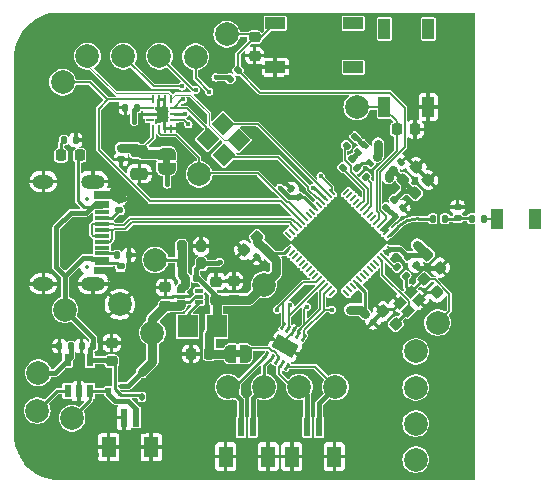
<source format=gtl>
%TF.GenerationSoftware,KiCad,Pcbnew,8.0.5*%
%TF.CreationDate,2024-11-10T03:16:46-05:00*%
%TF.ProjectId,swarm-pcb,73776172-6d2d-4706-9362-2e6b69636164,rev?*%
%TF.SameCoordinates,Original*%
%TF.FileFunction,Copper,L1,Top*%
%TF.FilePolarity,Positive*%
%FSLAX46Y46*%
G04 Gerber Fmt 4.6, Leading zero omitted, Abs format (unit mm)*
G04 Created by KiCad (PCBNEW 8.0.5) date 2024-11-10 03:16:46*
%MOMM*%
%LPD*%
G01*
G04 APERTURE LIST*
G04 Aperture macros list*
%AMRoundRect*
0 Rectangle with rounded corners*
0 $1 Rounding radius*
0 $2 $3 $4 $5 $6 $7 $8 $9 X,Y pos of 4 corners*
0 Add a 4 corners polygon primitive as box body*
4,1,4,$2,$3,$4,$5,$6,$7,$8,$9,$2,$3,0*
0 Add four circle primitives for the rounded corners*
1,1,$1+$1,$2,$3*
1,1,$1+$1,$4,$5*
1,1,$1+$1,$6,$7*
1,1,$1+$1,$8,$9*
0 Add four rect primitives between the rounded corners*
20,1,$1+$1,$2,$3,$4,$5,0*
20,1,$1+$1,$4,$5,$6,$7,0*
20,1,$1+$1,$6,$7,$8,$9,0*
20,1,$1+$1,$8,$9,$2,$3,0*%
%AMRotRect*
0 Rectangle, with rotation*
0 The origin of the aperture is its center*
0 $1 length*
0 $2 width*
0 $3 Rotation angle, in degrees counterclockwise*
0 Add horizontal line*
21,1,$1,$2,0,0,$3*%
%AMFreePoly0*
4,1,19,0.500000,-0.750000,0.000000,-0.750000,0.000000,-0.744911,-0.071157,-0.744911,-0.207708,-0.704816,-0.327430,-0.627875,-0.420627,-0.520320,-0.479746,-0.390866,-0.500000,-0.250000,-0.500000,0.250000,-0.479746,0.390866,-0.420627,0.520320,-0.327430,0.627875,-0.207708,0.704816,-0.071157,0.744911,0.000000,0.744911,0.000000,0.750000,0.500000,0.750000,0.500000,-0.750000,0.500000,-0.750000,
$1*%
%AMFreePoly1*
4,1,19,0.000000,0.744911,0.071157,0.744911,0.207708,0.704816,0.327430,0.627875,0.420627,0.520320,0.479746,0.390866,0.500000,0.250000,0.500000,-0.250000,0.479746,-0.390866,0.420627,-0.520320,0.327430,-0.627875,0.207708,-0.704816,0.071157,-0.744911,0.000000,-0.744911,0.000000,-0.750000,-0.500000,-0.750000,-0.500000,0.750000,0.000000,0.750000,0.000000,0.744911,0.000000,0.744911,
$1*%
G04 Aperture macros list end*
%TA.AperFunction,EtchedComponent*%
%ADD10C,0.000000*%
%TD*%
%TA.AperFunction,SMDPad,CuDef*%
%ADD11R,0.489002X0.434011*%
%TD*%
%TA.AperFunction,SMDPad,CuDef*%
%ADD12R,0.489002X0.294006*%
%TD*%
%TA.AperFunction,SMDPad,CuDef*%
%ADD13RoundRect,0.135000X0.135000X0.185000X-0.135000X0.185000X-0.135000X-0.185000X0.135000X-0.185000X0*%
%TD*%
%TA.AperFunction,SMDPad,CuDef*%
%ADD14R,1.200000X1.800000*%
%TD*%
%TA.AperFunction,SMDPad,CuDef*%
%ADD15R,0.600000X1.550013*%
%TD*%
%TA.AperFunction,SMDPad,CuDef*%
%ADD16RoundRect,0.200000X-0.335876X-0.053033X-0.053033X-0.335876X0.335876X0.053033X0.053033X0.335876X0*%
%TD*%
%TA.AperFunction,SMDPad,CuDef*%
%ADD17RoundRect,0.200000X0.335876X0.053033X0.053033X0.335876X-0.335876X-0.053033X-0.053033X-0.335876X0*%
%TD*%
%TA.AperFunction,SMDPad,CuDef*%
%ADD18RotRect,1.400000X1.400000X315.000000*%
%TD*%
%TA.AperFunction,SMDPad,CuDef*%
%ADD19RoundRect,0.225000X0.250000X-0.225000X0.250000X0.225000X-0.250000X0.225000X-0.250000X-0.225000X0*%
%TD*%
%TA.AperFunction,SMDPad,CuDef*%
%ADD20RoundRect,0.200000X0.200000X0.275000X-0.200000X0.275000X-0.200000X-0.275000X0.200000X-0.275000X0*%
%TD*%
%TA.AperFunction,SMDPad,CuDef*%
%ADD21RoundRect,0.147500X0.172500X-0.147500X0.172500X0.147500X-0.172500X0.147500X-0.172500X-0.147500X0*%
%TD*%
%TA.AperFunction,SMDPad,CuDef*%
%ADD22RoundRect,0.225000X-0.250000X0.225000X-0.250000X-0.225000X0.250000X-0.225000X0.250000X0.225000X0*%
%TD*%
%TA.AperFunction,SMDPad,CuDef*%
%ADD23RoundRect,0.218750X-0.218750X-0.256250X0.218750X-0.256250X0.218750X0.256250X-0.218750X0.256250X0*%
%TD*%
%TA.AperFunction,ComponentPad*%
%ADD24C,2.000000*%
%TD*%
%TA.AperFunction,SMDPad,CuDef*%
%ADD25RoundRect,0.135000X-0.035355X0.226274X-0.226274X0.035355X0.035355X-0.226274X0.226274X-0.035355X0*%
%TD*%
%TA.AperFunction,SMDPad,CuDef*%
%ADD26R,0.600000X1.100000*%
%TD*%
%TA.AperFunction,SMDPad,CuDef*%
%ADD27RoundRect,0.140000X-0.170000X0.140000X-0.170000X-0.140000X0.170000X-0.140000X0.170000X0.140000X0*%
%TD*%
%TA.AperFunction,SMDPad,CuDef*%
%ADD28RoundRect,0.140000X0.219203X0.021213X0.021213X0.219203X-0.219203X-0.021213X-0.021213X-0.219203X0*%
%TD*%
%TA.AperFunction,SMDPad,CuDef*%
%ADD29RoundRect,0.147500X0.017678X-0.226274X0.226274X-0.017678X-0.017678X0.226274X-0.226274X0.017678X0*%
%TD*%
%TA.AperFunction,SMDPad,CuDef*%
%ADD30RoundRect,0.225000X-0.225000X-0.250000X0.225000X-0.250000X0.225000X0.250000X-0.225000X0.250000X0*%
%TD*%
%TA.AperFunction,SMDPad,CuDef*%
%ADD31RoundRect,0.147500X0.147500X0.172500X-0.147500X0.172500X-0.147500X-0.172500X0.147500X-0.172500X0*%
%TD*%
%TA.AperFunction,SMDPad,CuDef*%
%ADD32RotRect,0.250013X0.650013X150.000000*%
%TD*%
%TA.AperFunction,SMDPad,CuDef*%
%ADD33RotRect,2.000000X1.200000X150.000000*%
%TD*%
%TA.AperFunction,SMDPad,CuDef*%
%ADD34R,1.000000X1.700000*%
%TD*%
%TA.AperFunction,SMDPad,CuDef*%
%ADD35R,1.000000X1.750013*%
%TD*%
%TA.AperFunction,SMDPad,CuDef*%
%ADD36RoundRect,0.225000X0.017678X-0.335876X0.335876X-0.017678X-0.017678X0.335876X-0.335876X0.017678X0*%
%TD*%
%TA.AperFunction,SMDPad,CuDef*%
%ADD37RoundRect,0.225000X-0.335876X-0.017678X-0.017678X-0.335876X0.335876X0.017678X0.017678X0.335876X0*%
%TD*%
%TA.AperFunction,SMDPad,CuDef*%
%ADD38RoundRect,0.135000X0.185000X-0.135000X0.185000X0.135000X-0.185000X0.135000X-0.185000X-0.135000X0*%
%TD*%
%TA.AperFunction,SMDPad,CuDef*%
%ADD39R,1.700000X1.000000*%
%TD*%
%TA.AperFunction,SMDPad,CuDef*%
%ADD40RoundRect,0.050000X0.212132X0.282843X-0.282843X-0.212132X-0.212132X-0.282843X0.282843X0.212132X0*%
%TD*%
%TA.AperFunction,SMDPad,CuDef*%
%ADD41RoundRect,0.050000X-0.212132X0.282843X-0.282843X0.212132X0.212132X-0.282843X0.282843X-0.212132X0*%
%TD*%
%TA.AperFunction,HeatsinkPad*%
%ADD42RotRect,4.000000X4.000000X225.000000*%
%TD*%
%TA.AperFunction,SMDPad,CuDef*%
%ADD43RoundRect,0.225000X0.225000X0.250000X-0.225000X0.250000X-0.225000X-0.250000X0.225000X-0.250000X0*%
%TD*%
%TA.AperFunction,SMDPad,CuDef*%
%ADD44RotRect,0.400000X0.600000X225.000000*%
%TD*%
%TA.AperFunction,SMDPad,CuDef*%
%ADD45FreePoly0,270.000000*%
%TD*%
%TA.AperFunction,SMDPad,CuDef*%
%ADD46FreePoly1,270.000000*%
%TD*%
%TA.AperFunction,SMDPad,CuDef*%
%ADD47RoundRect,0.085000X-0.265000X-0.085000X0.265000X-0.085000X0.265000X0.085000X-0.265000X0.085000X0*%
%TD*%
%TA.AperFunction,SMDPad,CuDef*%
%ADD48R,1.724003X1.870003*%
%TD*%
%TA.AperFunction,SMDPad,CuDef*%
%ADD49R,0.250013X0.650013*%
%TD*%
%TA.AperFunction,SMDPad,CuDef*%
%ADD50R,0.650013X0.250013*%
%TD*%
%TA.AperFunction,SMDPad,CuDef*%
%ADD51RoundRect,0.135000X-0.226274X-0.035355X-0.035355X-0.226274X0.226274X0.035355X0.035355X0.226274X0*%
%TD*%
%TA.AperFunction,SMDPad,CuDef*%
%ADD52RoundRect,0.140000X0.021213X-0.219203X0.219203X-0.021213X-0.021213X0.219203X-0.219203X0.021213X0*%
%TD*%
%TA.AperFunction,SMDPad,CuDef*%
%ADD53RoundRect,0.140000X-0.219203X-0.021213X-0.021213X-0.219203X0.219203X0.021213X0.021213X0.219203X0*%
%TD*%
%TA.AperFunction,SMDPad,CuDef*%
%ADD54RoundRect,0.135000X-0.135000X-0.185000X0.135000X-0.185000X0.135000X0.185000X-0.135000X0.185000X0*%
%TD*%
%TA.AperFunction,SMDPad,CuDef*%
%ADD55RotRect,0.875006X0.775006X225.000000*%
%TD*%
%TA.AperFunction,SMDPad,CuDef*%
%ADD56RoundRect,0.250000X-0.475000X0.250000X-0.475000X-0.250000X0.475000X-0.250000X0.475000X0.250000X0*%
%TD*%
%TA.AperFunction,ComponentPad*%
%ADD57O,2.000000X1.200000*%
%TD*%
%TA.AperFunction,ComponentPad*%
%ADD58O,1.800000X1.200000*%
%TD*%
%TA.AperFunction,SMDPad,CuDef*%
%ADD59R,1.300000X0.300000*%
%TD*%
%TA.AperFunction,SMDPad,CuDef*%
%ADD60RoundRect,0.135000X0.226274X0.035355X0.035355X0.226274X-0.226274X-0.035355X-0.035355X-0.226274X0*%
%TD*%
%TA.AperFunction,SMDPad,CuDef*%
%ADD61FreePoly0,180.000000*%
%TD*%
%TA.AperFunction,SMDPad,CuDef*%
%ADD62FreePoly1,180.000000*%
%TD*%
%TA.AperFunction,SMDPad,CuDef*%
%ADD63RoundRect,0.140000X-0.140000X-0.170000X0.140000X-0.170000X0.140000X0.170000X-0.140000X0.170000X0*%
%TD*%
%TA.AperFunction,SMDPad,CuDef*%
%ADD64RoundRect,0.140000X0.140000X0.170000X-0.140000X0.170000X-0.140000X-0.170000X0.140000X-0.170000X0*%
%TD*%
%TA.AperFunction,SMDPad,CuDef*%
%ADD65RoundRect,0.225000X-0.017678X0.335876X-0.335876X0.017678X0.017678X-0.335876X0.335876X-0.017678X0*%
%TD*%
%TA.AperFunction,SMDPad,CuDef*%
%ADD66RoundRect,0.140000X-0.021213X0.219203X-0.219203X0.021213X0.021213X-0.219203X0.219203X-0.021213X0*%
%TD*%
%TA.AperFunction,SMDPad,CuDef*%
%ADD67RoundRect,0.112500X-0.112500X0.187500X-0.112500X-0.187500X0.112500X-0.187500X0.112500X0.187500X0*%
%TD*%
%TA.AperFunction,SMDPad,CuDef*%
%ADD68RoundRect,0.200000X-0.200000X-0.275000X0.200000X-0.275000X0.200000X0.275000X-0.200000X0.275000X0*%
%TD*%
%TA.AperFunction,ViaPad*%
%ADD69C,0.450000*%
%TD*%
%TA.AperFunction,Conductor*%
%ADD70C,0.200000*%
%TD*%
%TA.AperFunction,Conductor*%
%ADD71C,0.800000*%
%TD*%
%TA.AperFunction,Conductor*%
%ADD72C,0.238000*%
%TD*%
%TA.AperFunction,Conductor*%
%ADD73C,0.400000*%
%TD*%
%TA.AperFunction,Conductor*%
%ADD74C,0.127000*%
%TD*%
%TA.AperFunction,Conductor*%
%ADD75C,0.174800*%
%TD*%
%TA.AperFunction,Conductor*%
%ADD76C,0.160000*%
%TD*%
%TA.AperFunction,Conductor*%
%ADD77C,0.110000*%
%TD*%
%ADD78C,0.300000*%
%ADD79C,0.350000*%
%ADD80O,1.600025X0.800000*%
%ADD81O,1.599975X0.800000*%
%ADD82O,1.400000X0.800000*%
G04 APERTURE END LIST*
D10*
%TA.AperFunction,EtchedComponent*%
%TO.C,JP202*%
G36*
X79400064Y-120399935D02*
G01*
X78800064Y-120399935D01*
X78800064Y-119899935D01*
X79400064Y-119899935D01*
X79400064Y-120399935D01*
G37*
%TD.AperFunction*%
%TA.AperFunction,EtchedComponent*%
%TO.C,JP201*%
G36*
X85400001Y-136750000D02*
G01*
X84900001Y-136750000D01*
X84900001Y-136150000D01*
X85400001Y-136150000D01*
X85400001Y-136750000D01*
G37*
%TD.AperFunction*%
%TD*%
D11*
%TO.P,Q301,3,D*%
%TO.N,+BATT*%
X74162954Y-139550000D03*
D12*
%TO.P,Q301,2,S*%
%TO.N,VBUS*%
X75222136Y-139149949D03*
%TO.P,Q301,1,G*%
%TO.N,+5V*%
X75222136Y-139950051D03*
%TD*%
D13*
%TO.P,R106,2*%
%TO.N,/LNA_IN*%
X101640001Y-125000000D03*
%TO.P,R106,1*%
%TO.N,Net-(L103-Pad1)*%
X102659999Y-125000000D03*
%TD*%
%TO.P,R105,2*%
%TO.N,Net-(L103-Pad1)*%
X104940001Y-125000000D03*
%TO.P,R105,1*%
%TO.N,Net-(U102-ANT)*%
X105959999Y-125000000D03*
%TD*%
D14*
%TO.P,U205,4,4*%
%TO.N,GND*%
X89700025Y-145150064D03*
%TO.P,U205,3,3*%
X93299975Y-145150064D03*
D15*
%TO.P,U205,2,2*%
%TO.N,Net-(U201-OUT2)*%
X91002032Y-142649936D03*
%TO.P,U205,1,1*%
%TO.N,Net-(U201-OUT1)*%
X92002032Y-142649936D03*
%TD*%
D14*
%TO.P,U206,4,4*%
%TO.N,GND*%
X84100025Y-145150064D03*
%TO.P,U206,3,3*%
X87699975Y-145150064D03*
D15*
%TO.P,U206,2,2*%
%TO.N,Net-(U201-OUT4)*%
X85402032Y-142649936D03*
%TO.P,U206,1,1*%
%TO.N,Net-(U201-OUT3)*%
X86402032Y-142649936D03*
%TD*%
D14*
%TO.P,U303,4,4*%
%TO.N,GND*%
X74200000Y-144350000D03*
%TO.P,U303,3,3*%
X77799950Y-144350000D03*
D15*
%TO.P,U303,2,2*%
X75502007Y-141849872D03*
%TO.P,U303,1,1*%
%TO.N,+BATT*%
X76502007Y-141849872D03*
%TD*%
D16*
%TO.P,R204,1*%
%TO.N,/peripherals/SDI_IMU*%
X82666637Y-118366637D03*
%TO.P,R204,2*%
%TO.N,SDO_ESP*%
X83833363Y-119533363D03*
%TD*%
D17*
%TO.P,R205,1*%
%TO.N,/peripherals/SDO_IMU*%
X85133363Y-118233363D03*
%TO.P,R205,2*%
%TO.N,SDI_ESP*%
X83966637Y-117066637D03*
%TD*%
D18*
%TO.P,U204,4,Rx_Out*%
%TO.N,/peripherals/SDO_IMU*%
X85197038Y-118347039D03*
%TO.P,U204,3,Tx_Out*%
%TO.N,SDO_ESP*%
X83939802Y-119604275D03*
%TO.P,U204,2,Tx_In*%
%TO.N,/peripherals/SDI_IMU*%
X82592764Y-118257236D03*
%TO.P,U204,1,Rx_In*%
%TO.N,SDI_ESP*%
X83850000Y-117000000D03*
%TD*%
D19*
%TO.P,C307,1*%
%TO.N,+3V3*%
X83300000Y-131875000D03*
%TO.P,C307,2*%
%TO.N,GND*%
X83300000Y-130325000D03*
%TD*%
D20*
%TO.P,R306,1*%
%TO.N,GND*%
X82025000Y-127325000D03*
%TO.P,R306,2*%
%TO.N,/power/FB_3V3*%
X80375000Y-127325000D03*
%TD*%
D21*
%TO.P,L103,1,1*%
%TO.N,Net-(L103-Pad1)*%
X103750000Y-124985000D03*
%TO.P,L103,2,2*%
%TO.N,GND*%
X103750000Y-124015000D03*
%TD*%
D22*
%TO.P,C112,1*%
%TO.N,/RESET*%
X86550191Y-109650025D03*
%TO.P,C112,2*%
%TO.N,GND*%
X86550191Y-111200025D03*
%TD*%
D23*
%TO.P,D201,1,K*%
%TO.N,Net-(D201-K)*%
X70162500Y-119650000D03*
%TO.P,D201,2,A*%
%TO.N,+5V*%
X71737500Y-119650000D03*
%TD*%
D24*
%TO.P,TP307,1,1*%
%TO.N,GND*%
X75150000Y-132250000D03*
%TD*%
D25*
%TO.P,R202,2*%
%TO.N,GREEN*%
X94036822Y-120682944D03*
%TO.P,R202,1*%
%TO.N,Net-(R202-Pad1)*%
X94758070Y-119961696D03*
%TD*%
D26*
%TO.P,U302,5,PROG*%
%TO.N,Net-(U302-PROG)*%
X70714058Y-136999898D03*
%TO.P,U302,4,VCC*%
%TO.N,+5V*%
X72613982Y-136999898D03*
%TO.P,U302,3,BAT*%
%TO.N,+BATT*%
X72613982Y-139600102D03*
%TO.P,U302,2,GND*%
%TO.N,GND*%
X71664020Y-139600102D03*
%TO.P,U302,1,CHRG*%
%TO.N,/power/batt_stat*%
X70714058Y-139600102D03*
%TD*%
D27*
%TO.P,C201,1*%
%TO.N,Net-(JP202-A)*%
X75250000Y-119020000D03*
%TO.P,C201,2*%
%TO.N,GND*%
X75250000Y-119980000D03*
%TD*%
D28*
%TO.P,C109,1*%
%TO.N,+3V3*%
X90339411Y-123189411D03*
%TO.P,C109,2*%
%TO.N,GND*%
X89660589Y-122510589D03*
%TD*%
D29*
%TO.P,R103,1*%
%TO.N,+3V3*%
X84457053Y-113142947D03*
%TO.P,R103,2*%
%TO.N,/RESET*%
X85142947Y-112457053D03*
%TD*%
D30*
%TO.P,C113,1*%
%TO.N,/BOOT*%
X98575000Y-117450000D03*
%TO.P,C113,2*%
%TO.N,GND*%
X100125000Y-117450000D03*
%TD*%
D31*
%TO.P,R302,1*%
%TO.N,+5V*%
X72885000Y-135800000D03*
%TO.P,R302,2*%
%TO.N,GND*%
X71915000Y-135800000D03*
%TD*%
D24*
%TO.P,TP209,1,1*%
%TO.N,/peripherals/SDI_IMU*%
X75450000Y-111250000D03*
%TD*%
D32*
%TO.P,U201,1,IN1*%
%TO.N,MOTOR_CTRL_1*%
X90700000Y-135100001D03*
%TO.P,U201,2,IN2*%
%TO.N,MOTOR_CTRL_2*%
X90266877Y-134849937D03*
%TO.P,U201,3,GND*%
%TO.N,GND*%
X89833974Y-134600001D03*
%TO.P,U201,4,IN3*%
%TO.N,MOTOR_CTRL_3*%
X89400852Y-134349937D03*
%TO.P,U201,5,IN4*%
%TO.N,MOTOR_CTRL_4*%
X88967949Y-134100001D03*
%TO.P,U201,6,OUT4*%
%TO.N,Net-(U201-OUT4)*%
X87556468Y-136544757D03*
%TO.P,U201,7,OUT3*%
%TO.N,Net-(U201-OUT3)*%
X87989371Y-136794694D03*
%TO.P,U201,8,VBB*%
%TO.N,Net-(JP201-A)*%
X88422494Y-137044757D03*
%TO.P,U201,9,OUT2*%
%TO.N,Net-(U201-OUT2)*%
X88855396Y-137294694D03*
%TO.P,U201,10,OUT1*%
%TO.N,Net-(U201-OUT1)*%
X89288519Y-137544757D03*
D33*
%TO.P,U201,11,PAD*%
%TO.N,GND*%
X89128234Y-135822379D03*
%TD*%
D24*
%TO.P,TP210,1,1*%
%TO.N,/peripherals/SDO_IMU*%
X72399999Y-111250000D03*
%TD*%
D34*
%TO.P,U105,1,A*%
%TO.N,unconnected-(U105-A-Pad1)*%
X101250382Y-108950050D03*
%TO.P,U105,2,B*%
%TO.N,GND*%
X101250407Y-115550000D03*
%TO.P,U105,3,C*%
%TO.N,unconnected-(U105-C-Pad3)*%
X97549975Y-108950050D03*
%TO.P,U105,4,D*%
%TO.N,/BOOT*%
X97550000Y-115550000D03*
%TD*%
D35*
%TO.P,U102,1,ANT*%
%TO.N,Net-(U102-ANT)*%
X107100000Y-125000000D03*
%TO.P,U102,2,2*%
%TO.N,unconnected-(U102-Pad2)*%
X110256210Y-125000000D03*
%TD*%
D36*
%TO.P,C102,1*%
%TO.N,+3V3*%
X100158614Y-122820423D03*
%TO.P,C102,2*%
%TO.N,GND*%
X101254630Y-121724407D03*
%TD*%
D37*
%TO.P,C110,1*%
%TO.N,+3V3*%
X101151992Y-128051992D03*
%TO.P,C110,2*%
%TO.N,GND*%
X102248008Y-129148008D03*
%TD*%
D38*
%TO.P,R102,1*%
%TO.N,Net-(U101-CC1)*%
X75100000Y-124310000D03*
%TO.P,R102,2*%
%TO.N,GND*%
X75100000Y-123290000D03*
%TD*%
D24*
%TO.P,TP202,1,1*%
%TO.N,MOTOR_CTRL_1*%
X100200000Y-136250000D03*
%TD*%
D13*
%TO.P,R101,1*%
%TO.N,GND*%
X75910000Y-128100000D03*
%TO.P,R101,2*%
%TO.N,Net-(U101-CC2)*%
X74890000Y-128100000D03*
%TD*%
D19*
%TO.P,C306,1*%
%TO.N,+3V3*%
X84800000Y-131850000D03*
%TO.P,C306,2*%
%TO.N,GND*%
X84800000Y-130300000D03*
%TD*%
D39*
%TO.P,U104,1,A*%
%TO.N,unconnected-(U104-A-Pad1)*%
X94900166Y-112175216D03*
%TO.P,U104,2,B*%
%TO.N,GND*%
X88300216Y-112175241D03*
%TO.P,U104,3,C*%
%TO.N,unconnected-(U104-C-Pad3)*%
X94900166Y-108474809D03*
%TO.P,U104,4,D*%
%TO.N,/RESET*%
X88300216Y-108474834D03*
%TD*%
D37*
%TO.P,C115,1*%
%TO.N,Net-(C115-Pad1)*%
X100901992Y-130151992D03*
%TO.P,C115,2*%
%TO.N,GND*%
X101998008Y-131248008D03*
%TD*%
%TO.P,C118,1*%
%TO.N,GND*%
X97401992Y-132851992D03*
%TO.P,C118,2*%
%TO.N,/XTAL_N*%
X98498008Y-133948008D03*
%TD*%
D40*
%TO.P,U103,1,LNA_IN*%
%TO.N,/LNA_IN*%
X97977996Y-126398959D03*
%TO.P,U103,2,VDD3P3*%
%TO.N,/VDD3P3*%
X97695153Y-126116117D03*
%TO.P,U103,3,VDD3P3*%
X97412311Y-125833274D03*
%TO.P,U103,4,CHIP_PU*%
%TO.N,/RESET*%
X97129468Y-125550431D03*
%TO.P,U103,5,GPIO0*%
%TO.N,/BOOT*%
X96846625Y-125267588D03*
%TO.P,U103,6,GPIO1*%
%TO.N,unconnected-(U103-GPIO1-Pad6)*%
X96563782Y-124984746D03*
%TO.P,U103,7,GPIO2*%
%TO.N,unconnected-(U103-GPIO2-Pad7)*%
X96280940Y-124701903D03*
%TO.P,U103,8,GPIO3*%
%TO.N,BLUE*%
X95998097Y-124419060D03*
%TO.P,U103,9,GPIO4*%
%TO.N,RED*%
X95715254Y-124136218D03*
%TO.P,U103,10,GPIO5*%
%TO.N,GREEN*%
X95432412Y-123853375D03*
%TO.P,U103,11,GPIO6*%
%TO.N,unconnected-(U103-GPIO6-Pad11)*%
X95149569Y-123570532D03*
%TO.P,U103,12,GPIO7*%
%TO.N,unconnected-(U103-GPIO7-Pad12)*%
X94866726Y-123287689D03*
%TO.P,U103,13,GPIO8*%
%TO.N,unconnected-(U103-GPIO8-Pad13)*%
X94583883Y-123004847D03*
%TO.P,U103,14,GPIO9*%
%TO.N,unconnected-(U103-GPIO9-Pad14)*%
X94301041Y-122722004D03*
D41*
%TO.P,U103,15,GPIO10*%
%TO.N,CS*%
X93098959Y-122722004D03*
%TO.P,U103,16,GPIO11*%
%TO.N,SDI_ESP*%
X92816117Y-123004847D03*
%TO.P,U103,17,GPIO12*%
%TO.N,SCLK*%
X92533274Y-123287689D03*
%TO.P,U103,18,GPIO13*%
%TO.N,SDO_ESP*%
X92250431Y-123570532D03*
%TO.P,U103,19,GPIO14*%
%TO.N,unconnected-(U103-GPIO14-Pad19)*%
X91967588Y-123853375D03*
%TO.P,U103,20,VDD3P3_RTC*%
%TO.N,+3V3*%
X91684746Y-124136218D03*
%TO.P,U103,21,XTAL_32K_P*%
%TO.N,unconnected-(U103-XTAL_32K_P-Pad21)*%
X91401903Y-124419060D03*
%TO.P,U103,22,XTAL_32K_N*%
%TO.N,unconnected-(U103-XTAL_32K_N-Pad22)*%
X91119060Y-124701903D03*
%TO.P,U103,23,GPIO17*%
%TO.N,INT2*%
X90836218Y-124984746D03*
%TO.P,U103,24,GPIO18*%
%TO.N,INT1*%
X90553375Y-125267588D03*
%TO.P,U103,25,GPIO19/USB_D-*%
%TO.N,/USB_N*%
X90270532Y-125550431D03*
%TO.P,U103,26,GPIO20/USB_D+*%
%TO.N,/USB_P*%
X89987689Y-125833274D03*
%TO.P,U103,27,GPIO21*%
%TO.N,unconnected-(U103-GPIO21-Pad27)*%
X89704847Y-126116117D03*
%TO.P,U103,28,SPICS1*%
%TO.N,unconnected-(U103-SPICS1-Pad28)*%
X89422004Y-126398959D03*
D40*
%TO.P,U103,29,VDD_SPI*%
%TO.N,+3V3*%
X89422004Y-127601041D03*
%TO.P,U103,30,SPIHD*%
%TO.N,unconnected-(U103-SPIHD-Pad30)*%
X89704847Y-127883883D03*
%TO.P,U103,31,SPIWP*%
%TO.N,unconnected-(U103-SPIWP-Pad31)*%
X89987689Y-128166726D03*
%TO.P,U103,32,SPICS0*%
%TO.N,unconnected-(U103-SPICS0-Pad32)*%
X90270532Y-128449569D03*
%TO.P,U103,33,SPICLK*%
%TO.N,unconnected-(U103-SPICLK-Pad33)*%
X90553375Y-128732412D03*
%TO.P,U103,34,SPIQ*%
%TO.N,unconnected-(U103-SPIQ-Pad34)*%
X90836218Y-129015254D03*
%TO.P,U103,35,SPID*%
%TO.N,unconnected-(U103-SPID-Pad35)*%
X91119060Y-129298097D03*
%TO.P,U103,36,SPICLK_N*%
%TO.N,unconnected-(U103-SPICLK_N-Pad36)*%
X91401903Y-129580940D03*
%TO.P,U103,37,SPICLK_P*%
%TO.N,unconnected-(U103-SPICLK_P-Pad37)*%
X91684746Y-129863782D03*
%TO.P,U103,38,GPIO33*%
%TO.N,MOTOR_CTRL_4*%
X91967588Y-130146625D03*
%TO.P,U103,39,GPIO34*%
%TO.N,MOTOR_CTRL_3*%
X92250431Y-130429468D03*
%TO.P,U103,40,GPIO35*%
%TO.N,MOTOR_CTRL_2*%
X92533274Y-130712311D03*
%TO.P,U103,41,GPIO36*%
%TO.N,MOTOR_CTRL_1*%
X92816117Y-130995153D03*
%TO.P,U103,42,GPIO37*%
%TO.N,unconnected-(U103-GPIO37-Pad42)*%
X93098959Y-131277996D03*
D41*
%TO.P,U103,43,GPIO38*%
%TO.N,unconnected-(U103-GPIO38-Pad43)*%
X94301041Y-131277996D03*
%TO.P,U103,44,MTCK*%
%TO.N,unconnected-(U103-MTCK-Pad44)*%
X94583883Y-130995153D03*
%TO.P,U103,45,MTDO*%
%TO.N,unconnected-(U103-MTDO-Pad45)*%
X94866726Y-130712311D03*
%TO.P,U103,46,VDD3P3_CPU*%
%TO.N,+3V3*%
X95149569Y-130429468D03*
%TO.P,U103,47,MTDI*%
%TO.N,unconnected-(U103-MTDI-Pad47)*%
X95432412Y-130146625D03*
%TO.P,U103,48,MTMS*%
%TO.N,unconnected-(U103-MTMS-Pad48)*%
X95715254Y-129863782D03*
%TO.P,U103,49,U0TXD*%
%TO.N,unconnected-(U103-U0TXD-Pad49)*%
X95998097Y-129580940D03*
%TO.P,U103,50,U0RXD*%
%TO.N,unconnected-(U103-U0RXD-Pad50)*%
X96280940Y-129298097D03*
%TO.P,U103,51,GPIO45*%
%TO.N,unconnected-(U103-GPIO45-Pad51)*%
X96563782Y-129015254D03*
%TO.P,U103,52,GPIO46*%
%TO.N,unconnected-(U103-GPIO46-Pad52)*%
X96846625Y-128732412D03*
%TO.P,U103,53,XTAL_N*%
%TO.N,/XTAL_N*%
X97129468Y-128449569D03*
%TO.P,U103,54,XTAL_P*%
%TO.N,/XTAL_P*%
X97412311Y-128166726D03*
%TO.P,U103,55,VDDA*%
%TO.N,+3V3*%
X97695153Y-127883883D03*
%TO.P,U103,56,VDDA*%
X97977996Y-127601041D03*
D42*
%TO.P,U103,57,GND*%
%TO.N,GND*%
X93700000Y-127000000D03*
%TD*%
D24*
%TO.P,TP214,1,1*%
%TO.N,INT2*%
X81850000Y-121250000D03*
%TD*%
D43*
%TO.P,C204,1*%
%TO.N,+3V3*%
X82725000Y-136450000D03*
%TO.P,C204,2*%
%TO.N,GND*%
X81175000Y-136450000D03*
%TD*%
D44*
%TO.P,U203,4,-*%
%TO.N,Net-(R202-Pad1)*%
X95322129Y-119337886D03*
%TO.P,U203,3,-*%
%TO.N,Net-(R201-Pad2)*%
X96312114Y-120327871D03*
%TO.P,U203,2,+*%
%TO.N,+3V3*%
X96877871Y-119762114D03*
%TO.P,U203,1,-*%
%TO.N,Net-(R203-Pad1)*%
X95887886Y-118772129D03*
%TD*%
D24*
%TO.P,TP102,1,1*%
%TO.N,Net-(C115-Pad1)*%
X102050000Y-133800000D03*
%TD*%
D45*
%TO.P,JP202,1,A*%
%TO.N,Net-(JP202-A)*%
X79100064Y-119499935D03*
D46*
%TO.P,JP202,2,B*%
%TO.N,+3V3*%
X79100064Y-120799935D03*
%TD*%
D19*
%TO.P,C303,1*%
%TO.N,+5V*%
X74450000Y-137075000D03*
%TO.P,C303,2*%
%TO.N,GND*%
X74450000Y-135525000D03*
%TD*%
D47*
%TO.P,U301,1,FB*%
%TO.N,/power/FB_3V3*%
X80350000Y-131100000D03*
%TO.P,U301,2,GND*%
%TO.N,GND*%
X80350000Y-131600000D03*
%TO.P,U301,3,VIN*%
%TO.N,VBUS*%
X80350000Y-132100000D03*
%TO.P,U301,4,SW*%
%TO.N,Net-(U301-SW)*%
X81850000Y-132100000D03*
%TO.P,U301,5,EN*%
%TO.N,VBUS*%
X81850000Y-131600000D03*
%TO.P,U301,6,NC*%
%TO.N,unconnected-(U301-NC-Pad6)*%
X81850000Y-131100000D03*
%TD*%
D48*
%TO.P,L301,1*%
%TO.N,Net-(U301-SW)*%
X80871908Y-134125000D03*
%TO.P,L301,2*%
%TO.N,+3V3*%
X83328092Y-134125000D03*
%TD*%
D24*
%TO.P,TP201,1,1*%
%TO.N,MOTOR_CTRL_2*%
X100200000Y-139300000D03*
%TD*%
%TO.P,TP212,1,1*%
%TO.N,SCLK*%
X78500000Y-111250000D03*
%TD*%
%TO.P,TP304,1,1*%
%TO.N,/power/batt_stat*%
X68150000Y-141250000D03*
%TD*%
%TO.P,TP301,1,1*%
%TO.N,+3V3*%
X87350000Y-130600000D03*
%TD*%
D29*
%TO.P,L101,1,1*%
%TO.N,/VDD3P3*%
X97706622Y-124072415D03*
%TO.P,L101,2,2*%
%TO.N,+3V3*%
X98392516Y-123386521D03*
%TD*%
D49*
%TO.P,U202,1,AP_SDO/AP_AD0*%
%TO.N,/peripherals/SDO_IMU*%
X79450128Y-114899872D03*
%TO.P,U202,2,RESV*%
%TO.N,GND*%
X78950000Y-114899872D03*
%TO.P,U202,3,RESV*%
X78450128Y-114899872D03*
%TO.P,U202,4,INT1/INT*%
%TO.N,INT1*%
X77950000Y-114899872D03*
D50*
%TO.P,U202,5,VDDIO*%
%TO.N,+3V3*%
X77700064Y-115649936D03*
%TO.P,U202,6,GND*%
%TO.N,GND*%
X77700064Y-116149809D03*
%TO.P,U202,7,FSYNC*%
%TO.N,unconnected-(U202-FSYNC-Pad7)*%
X77700064Y-116649936D03*
D49*
%TO.P,U202,8,VDD*%
%TO.N,Net-(JP202-A)*%
X77950000Y-117400000D03*
%TO.P,U202,9,INT2*%
%TO.N,INT2*%
X78450128Y-117400000D03*
%TO.P,U202,10,RESV*%
%TO.N,GND*%
X78950000Y-117400000D03*
%TO.P,U202,11,RESV*%
X79450128Y-117400000D03*
D50*
%TO.P,U202,12,AP_CS*%
%TO.N,CS*%
X79700064Y-116649936D03*
%TO.P,U202,13,AP_SCL/AP_SCLK*%
%TO.N,SCLK*%
X79700064Y-116149809D03*
%TO.P,U202,14,AP_SDA/AP_SDIO/AP_SDI*%
%TO.N,/peripherals/SDI_IMU*%
X79700064Y-115649936D03*
%TD*%
D24*
%TO.P,TP305,1,1*%
%TO.N,Net-(U302-PROG)*%
X68250000Y-138050000D03*
%TD*%
D51*
%TO.P,R104,1*%
%TO.N,/XTAL_P*%
X98628752Y-129128752D03*
%TO.P,R104,2*%
%TO.N,Net-(C115-Pad1)*%
X99350000Y-129850000D03*
%TD*%
D52*
%TO.P,C106,1*%
%TO.N,/VDD3P3*%
X98417265Y-124775986D03*
%TO.P,C106,2*%
%TO.N,GND*%
X99096087Y-124097164D03*
%TD*%
D53*
%TO.P,C108,1*%
%TO.N,+3V3*%
X99510589Y-128260589D03*
%TO.P,C108,2*%
%TO.N,GND*%
X100189411Y-128939411D03*
%TD*%
D24*
%TO.P,TP213,1,1*%
%TO.N,INT1*%
X70300000Y-113450000D03*
%TD*%
D52*
%TO.P,C104,1*%
%TO.N,+3V3*%
X98310158Y-120868879D03*
%TO.P,C104,2*%
%TO.N,GND*%
X98988980Y-120190057D03*
%TD*%
D54*
%TO.P,R206,1*%
%TO.N,Net-(D201-K)*%
X70390000Y-118350000D03*
%TO.P,R206,2*%
%TO.N,GND*%
X71410000Y-118350000D03*
%TD*%
D55*
%TO.P,X101,2,GND*%
%TO.N,GND*%
X98853809Y-132106147D03*
%TO.P,X101,3,3*%
%TO.N,/XTAL_N*%
X99543853Y-132796191D03*
%TO.P,X101,4,GND*%
%TO.N,GND*%
X100446191Y-131893853D03*
%TO.P,X101,1,1*%
%TO.N,Net-(C115-Pad1)*%
X99756147Y-131203809D03*
%TD*%
D25*
%TO.P,R203,2*%
%TO.N,RED*%
X94339376Y-118810624D03*
%TO.P,R203,1*%
%TO.N,Net-(R203-Pad1)*%
X95060624Y-118089376D03*
%TD*%
D56*
%TO.P,C202,1*%
%TO.N,Net-(JP202-A)*%
X76800000Y-119300000D03*
%TO.P,C202,2*%
%TO.N,GND*%
X76800000Y-121200000D03*
%TD*%
D57*
%TO.P,U101,0,SH*%
%TO.N,GND*%
X72854248Y-121874879D03*
%TO.P,U101,1,SH*%
X72854248Y-130525121D03*
D58*
%TO.P,U101,2,SH*%
X68674416Y-130525121D03*
%TO.P,U101,3,SH*%
X68674416Y-121874879D03*
D59*
%TO.P,U101,A1,GND*%
X73622600Y-122849987D03*
%TO.P,U101,A4,VBUS*%
%TO.N,+5V*%
X73622600Y-123650089D03*
%TO.P,U101,A5,CC1*%
%TO.N,Net-(U101-CC1)*%
X73622600Y-124950064D03*
%TO.P,U101,A6,DP1*%
%TO.N,/USB_P*%
X73622600Y-125950064D03*
%TO.P,U101,A7,DN1*%
%TO.N,/USB_N*%
X73622600Y-126449936D03*
%TO.P,U101,A8,SBU1*%
%TO.N,unconnected-(U101-SBU1-PadA8)*%
X73622600Y-127449682D03*
%TO.P,U101,A9,VBUS*%
%TO.N,+5V*%
X73622600Y-128750165D03*
%TO.P,U101,A12,GND*%
%TO.N,GND*%
X73622600Y-129550013D03*
%TO.P,U101,B1,GND*%
X73622600Y-129250038D03*
%TO.P,U101,B4,VBUS*%
%TO.N,+5V*%
X73622600Y-128449936D03*
%TO.P,U101,B5,CC2*%
%TO.N,Net-(U101-CC2)*%
X73622600Y-127950064D03*
%TO.P,U101,B6,DP2*%
%TO.N,/USB_P*%
X73622600Y-126950064D03*
%TO.P,U101,B7,DN2*%
%TO.N,/USB_N*%
X73622600Y-125449936D03*
%TO.P,U101,B8,SBU2*%
%TO.N,unconnected-(U101-SBU2-PadB8)*%
X73622600Y-124449936D03*
%TO.P,U101,B9,VBUS*%
%TO.N,+5V*%
X73622600Y-123950064D03*
%TO.P,U101,B12,GND*%
%TO.N,GND*%
X73622600Y-123149962D03*
%TD*%
D31*
%TO.P,R304,1*%
%TO.N,Net-(U302-PROG)*%
X70985000Y-135800000D03*
%TO.P,R304,2*%
%TO.N,GND*%
X70015000Y-135800000D03*
%TD*%
D53*
%TO.P,C103,1*%
%TO.N,+3V3*%
X95910589Y-133060589D03*
%TO.P,C103,2*%
%TO.N,GND*%
X96589411Y-133739411D03*
%TD*%
D24*
%TO.P,TP206,1,1*%
%TO.N,Net-(U201-OUT2)*%
X90350000Y-139250000D03*
%TD*%
%TO.P,TP211,1,1*%
%TO.N,CS*%
X81550000Y-111300000D03*
%TD*%
D19*
%TO.P,C304,1*%
%TO.N,VBUS*%
X79000000Y-132375000D03*
%TO.P,C304,2*%
%TO.N,GND*%
X79000000Y-130825000D03*
%TD*%
D60*
%TO.P,R201,2*%
%TO.N,Net-(R201-Pad2)*%
X95239376Y-120739376D03*
%TO.P,R201,1*%
%TO.N,BLUE*%
X95960624Y-121460624D03*
%TD*%
D61*
%TO.P,JP201,1,A*%
%TO.N,Net-(JP201-A)*%
X85800001Y-136450000D03*
D62*
%TO.P,JP201,2,B*%
%TO.N,+3V3*%
X84500001Y-136450000D03*
%TD*%
D24*
%TO.P,TP208,1,1*%
%TO.N,Net-(U201-OUT4)*%
X84300000Y-139250000D03*
%TD*%
%TO.P,TP303,1,1*%
%TO.N,+BATT*%
X71100000Y-141900000D03*
%TD*%
D63*
%TO.P,C305,1*%
%TO.N,/power/FB_3V3*%
X80620000Y-130025000D03*
%TO.P,C305,2*%
%TO.N,+3V3*%
X81580000Y-130025000D03*
%TD*%
D24*
%TO.P,TP203,1,1*%
%TO.N,MOTOR_CTRL_4*%
X100200000Y-145400000D03*
%TD*%
%TO.P,TP207,1,1*%
%TO.N,Net-(U201-OUT3)*%
X87350000Y-139250000D03*
%TD*%
D64*
%TO.P,C203,1*%
%TO.N,+3V3*%
X76580000Y-115600000D03*
%TO.P,C203,2*%
%TO.N,GND*%
X75620000Y-115600000D03*
%TD*%
D36*
%TO.P,C101,1*%
%TO.N,+3V3*%
X99158614Y-121720423D03*
%TO.P,C101,2*%
%TO.N,GND*%
X100254630Y-120624407D03*
%TD*%
D24*
%TO.P,TP205,1,1*%
%TO.N,Net-(U201-OUT1)*%
X93400000Y-139250000D03*
%TD*%
D65*
%TO.P,C105,1*%
%TO.N,+3V3*%
X86748008Y-126551992D03*
%TO.P,C105,2*%
%TO.N,GND*%
X85651992Y-127648008D03*
%TD*%
D24*
%TO.P,TP302,1,1*%
%TO.N,VBUS*%
X77900000Y-134650000D03*
%TD*%
D27*
%TO.P,C114,1*%
%TO.N,+5V*%
X75200000Y-129020000D03*
%TO.P,C114,2*%
%TO.N,GND*%
X75200000Y-129980000D03*
%TD*%
D24*
%TO.P,TP306,1,1*%
%TO.N,/power/FB_3V3*%
X78150000Y-128500000D03*
%TD*%
D66*
%TO.P,C107,1*%
%TO.N,+3V3*%
X87402081Y-127594974D03*
%TO.P,C107,2*%
%TO.N,GND*%
X86723259Y-128273796D03*
%TD*%
D24*
%TO.P,TP204,1,1*%
%TO.N,MOTOR_CTRL_3*%
X100200000Y-142350001D03*
%TD*%
D67*
%TO.P,D301,1,K*%
%TO.N,VBUS*%
X77000000Y-138000000D03*
%TO.P,D301,2,A*%
%TO.N,+5V*%
X77000000Y-140100000D03*
%TD*%
D68*
%TO.P,R305,1*%
%TO.N,/power/FB_3V3*%
X80375000Y-128800001D03*
%TO.P,R305,2*%
%TO.N,+3V3*%
X82025000Y-128800001D03*
%TD*%
D24*
%TO.P,TP103,1,1*%
%TO.N,/BOOT*%
X95200000Y-115550000D03*
%TD*%
%TO.P,TP101,1,1*%
%TO.N,+5V*%
X70500000Y-132700000D03*
%TD*%
%TO.P,TP104,1,1*%
%TO.N,/RESET*%
X84200000Y-109400000D03*
%TD*%
D69*
%TO.N,GND*%
X103206151Y-145046001D03*
X103206151Y-143046001D03*
X103206151Y-141046001D03*
X103206151Y-139046001D03*
X103206151Y-137046001D03*
X103206151Y-135046001D03*
X103206151Y-127046001D03*
X103206151Y-123046001D03*
X103206151Y-121046001D03*
X103206151Y-119046001D03*
X103206151Y-117046001D03*
X103206151Y-115046001D03*
X103206151Y-113046001D03*
X103206151Y-111046001D03*
X103206151Y-109046001D03*
X101206151Y-141046001D03*
X101206151Y-135046001D03*
X101206151Y-123046001D03*
X101206151Y-119046001D03*
X101206151Y-117046001D03*
X101206151Y-113046001D03*
X101206151Y-111046001D03*
X99206151Y-113046001D03*
X99206151Y-111046001D03*
X99206151Y-109046001D03*
X97206151Y-145046001D03*
X97206151Y-143046001D03*
X97206151Y-141046001D03*
X97206151Y-117046001D03*
X97206151Y-113046001D03*
X97206151Y-111046001D03*
X95206151Y-145046001D03*
X95206151Y-143046001D03*
X95206151Y-141046001D03*
X95206151Y-139046001D03*
X95206151Y-117046001D03*
X95206151Y-113046001D03*
X95206151Y-111046001D03*
X93206151Y-143046001D03*
X93206151Y-141046001D03*
X93206151Y-137046001D03*
X93206151Y-121046001D03*
X93206151Y-119046001D03*
X93206151Y-117046001D03*
X93206151Y-115046001D03*
X93206151Y-113046001D03*
X93206151Y-111046001D03*
X93206151Y-109046001D03*
X91206151Y-145046001D03*
X91206151Y-119046001D03*
X91206151Y-117046001D03*
X91206151Y-115046001D03*
X91206151Y-113046001D03*
X91206151Y-111046001D03*
X91206151Y-109046001D03*
X89206151Y-143046001D03*
X89206151Y-141046001D03*
X89206151Y-117046001D03*
X89206151Y-115046001D03*
X89206151Y-113046001D03*
X89206151Y-111046001D03*
X87206151Y-143046001D03*
X87206151Y-141046001D03*
X87206151Y-135046001D03*
X87206151Y-133046001D03*
X87206151Y-129046001D03*
X87206151Y-115046001D03*
X87206151Y-113046001D03*
X85206151Y-145046001D03*
X85206151Y-135046001D03*
X85206151Y-133046001D03*
X85206151Y-129046001D03*
X85206151Y-123046001D03*
X83206151Y-143046001D03*
X83206151Y-141046001D03*
X83206151Y-123046001D03*
X83206151Y-111046001D03*
X81206151Y-145046001D03*
X81206151Y-143046001D03*
X81206151Y-141046001D03*
X81206151Y-139046001D03*
X81206151Y-127046001D03*
X81206151Y-123046001D03*
X81206151Y-109046001D03*
X79206151Y-145046001D03*
X79206151Y-143046001D03*
X79206151Y-141046001D03*
X79206151Y-139046001D03*
X79206151Y-137046001D03*
X79206151Y-127046001D03*
X79206151Y-109046001D03*
X77206151Y-143046001D03*
X77206151Y-141046001D03*
X77206151Y-139046001D03*
X77206151Y-131046001D03*
X77206151Y-109046001D03*
X75206151Y-145046001D03*
X75206151Y-143046001D03*
X75206151Y-113046001D03*
X75206151Y-109046001D03*
X73206151Y-145046001D03*
X73206151Y-143046001D03*
X73206151Y-141046001D03*
X73206151Y-133046001D03*
X73206151Y-109046001D03*
X71206151Y-145046001D03*
X71206151Y-135046001D03*
X71206151Y-131046001D03*
X71206151Y-127046001D03*
X71206151Y-117046001D03*
X71206151Y-115046001D03*
X71206151Y-109046001D03*
X69206151Y-145046001D03*
X69206151Y-143046001D03*
X69206151Y-135046001D03*
X69206151Y-125046001D03*
X69206151Y-123046001D03*
X69206151Y-119046001D03*
X69206151Y-117046001D03*
X69206151Y-115046001D03*
X69206151Y-111046001D03*
X69206151Y-109046001D03*
X67206151Y-145046001D03*
X67206151Y-143046001D03*
X67206151Y-135046001D03*
X67206151Y-133046001D03*
X67206151Y-131046001D03*
X67206151Y-129046001D03*
X67206151Y-127046001D03*
X67206151Y-125046001D03*
X67206151Y-123046001D03*
X67206151Y-121046001D03*
X67206151Y-119046001D03*
X67206151Y-117046001D03*
X67206151Y-115046001D03*
X67206151Y-113046001D03*
X67206151Y-111046001D03*
X92650000Y-128200000D03*
X94900000Y-128150000D03*
X94850000Y-125850000D03*
X92650000Y-125850000D03*
X93700000Y-125850000D03*
X93700000Y-128200000D03*
X94900000Y-127000000D03*
X92650000Y-127000000D03*
X93700000Y-127000000D03*
X93700000Y-129400000D03*
X93700000Y-124700000D03*
X91600000Y-127000000D03*
X96000000Y-127000000D03*
X81850000Y-116000000D03*
X87450000Y-119300000D03*
X86700000Y-118950000D03*
X97650000Y-122600000D03*
X90750000Y-136700000D03*
X88750000Y-121450000D03*
X72250000Y-126950000D03*
X72050000Y-126300000D03*
X72050000Y-125450000D03*
X75400000Y-126650000D03*
X85700000Y-125900000D03*
X87900000Y-125850000D03*
X85000000Y-126300000D03*
X81650000Y-126150000D03*
X80350000Y-126200000D03*
X78900000Y-126200000D03*
X77550000Y-126250000D03*
X76450000Y-126400000D03*
X88200000Y-124200000D03*
X86900000Y-124200000D03*
X84550000Y-124050000D03*
X83450000Y-124050000D03*
X82150000Y-124000000D03*
X79850000Y-124150000D03*
X78800000Y-124100000D03*
X77700000Y-124100000D03*
X76550000Y-124000000D03*
X75250000Y-116650000D03*
X77050000Y-118000000D03*
X75400000Y-117600000D03*
X78050000Y-122100000D03*
X85250000Y-121900000D03*
X85100000Y-120500000D03*
X101421358Y-126867267D03*
X101800000Y-127300000D03*
X102200000Y-127700000D03*
X102650000Y-128050000D03*
X103100000Y-128450000D03*
X103550000Y-128850000D03*
X103450000Y-129400000D03*
X103050000Y-129850000D03*
X103500000Y-131700000D03*
X103500000Y-131100000D03*
X103100000Y-130650000D03*
X102650000Y-130250000D03*
X102500000Y-132150000D03*
X101400000Y-132250000D03*
X100850000Y-132700000D03*
X100400000Y-133050000D03*
X100150000Y-133550000D03*
X99566469Y-133824556D03*
X99800000Y-134350000D03*
X99250000Y-134600000D03*
X98800000Y-135000000D03*
X98400000Y-135450000D03*
X97950000Y-134900000D03*
X97400000Y-134800000D03*
X97200000Y-134250000D03*
X97450000Y-131250000D03*
X96806588Y-131143412D03*
X96900000Y-129900000D03*
X96500000Y-130350000D03*
X96229797Y-130843600D03*
X96400000Y-131550000D03*
X96600000Y-132200000D03*
X97006588Y-131793412D03*
X97850000Y-131650000D03*
X98100000Y-131100000D03*
X97600000Y-130600000D03*
X97050000Y-130600000D03*
X98050000Y-129650000D03*
X98800000Y-130500000D03*
X98400000Y-130100000D03*
%TO.N,+3V3*%
X83250000Y-113050000D03*
X97000000Y-118650000D03*
X97900000Y-121550000D03*
X100300000Y-127200000D03*
X94650000Y-132700000D03*
X88700000Y-122400000D03*
X76350000Y-116800000D03*
X79150000Y-122100000D03*
X83600000Y-128650000D03*
%TO.N,SCLK*%
X81550000Y-114100000D03*
%TO.N,CS*%
X82700000Y-114250000D03*
%TO.N,/peripherals/SDI_IMU*%
X80450000Y-114907000D03*
X80400000Y-113800000D03*
%TO.N,CS*%
X92150000Y-121400000D03*
X80950000Y-117000000D03*
%TO.N,SCLK*%
X80650000Y-116150000D03*
X91522587Y-122377413D03*
%TO.N,GND*%
X90200000Y-133450000D03*
%TO.N,MOTOR_CTRL_4*%
X88450000Y-132700000D03*
%TO.N,MOTOR_CTRL_3*%
X89550000Y-132350000D03*
%TO.N,MOTOR_CTRL_2*%
X90950000Y-132450000D03*
%TO.N,MOTOR_CTRL_1*%
X93100000Y-132700000D03*
%TO.N,GND*%
X90900000Y-130950000D03*
X91600000Y-131850000D03*
%TD*%
D70*
%TO.N,GND*%
X89833974Y-134600001D02*
X89128234Y-135305741D01*
X89128234Y-135305741D02*
X89128234Y-135822379D01*
D71*
%TO.N,+3V3*%
X97900000Y-121550000D02*
X97900000Y-121279037D01*
X97900000Y-121279037D02*
X98310158Y-120868879D01*
D70*
%TO.N,GND*%
X89833974Y-134600001D02*
X89833974Y-134349990D01*
X89833974Y-134349990D02*
X90200000Y-133983964D01*
X90200000Y-133983964D02*
X90200000Y-133450000D01*
D72*
%TO.N,+3V3*%
X89422004Y-127601041D02*
X89073045Y-127950000D01*
X87757107Y-127950000D02*
X87402081Y-127594974D01*
X89073045Y-127950000D02*
X87757107Y-127950000D01*
D71*
X87350000Y-130600000D02*
X88350000Y-129600000D01*
X88350000Y-129600000D02*
X88350000Y-128542893D01*
X88350000Y-128542893D02*
X87402081Y-127594974D01*
D73*
X98392516Y-123386521D02*
X99158614Y-122620423D01*
X99158614Y-122620423D02*
X99158614Y-121720423D01*
X98392516Y-123386521D02*
X99129037Y-122650000D01*
X99129037Y-122650000D02*
X99988191Y-122650000D01*
X99988191Y-122650000D02*
X100158614Y-122820423D01*
D70*
%TO.N,INT1*%
X77950000Y-114899872D02*
X74050000Y-114899872D01*
X74050000Y-114899872D02*
X72600128Y-113450000D01*
X72600128Y-113450000D02*
X70300000Y-113450000D01*
X77950000Y-114899872D02*
X74150000Y-114899872D01*
X73350000Y-119156506D02*
X73350000Y-115699872D01*
X73350000Y-115699872D02*
X74150000Y-114899872D01*
X88785787Y-123500000D02*
X90553375Y-125267588D01*
X73350000Y-119156506D02*
X77693494Y-123500000D01*
X77693494Y-123500000D02*
X88785787Y-123500000D01*
%TO.N,GND*%
X75620000Y-115600000D02*
X75620000Y-116280000D01*
X75620000Y-116280000D02*
X75250000Y-116650000D01*
X89660589Y-122360589D02*
X88750000Y-121450000D01*
X89660589Y-122510589D02*
X89660589Y-122360589D01*
D74*
%TO.N,SDO_ESP*%
X92250431Y-123570532D02*
X91953452Y-123273553D01*
X91953452Y-123273553D02*
X91831121Y-123273553D01*
X91831121Y-123273553D02*
X91107087Y-122549519D01*
X91107087Y-122357087D02*
X88554634Y-119804634D01*
X91107087Y-122549519D02*
X91107087Y-122357087D01*
X88554634Y-119804634D02*
X84120864Y-119804634D01*
X84120864Y-119804634D02*
X83838021Y-119521791D01*
%TO.N,Net-(U102-ANT)*%
X105959999Y-125000000D02*
X107100000Y-125000000D01*
%TO.N,GREEN*%
X94036822Y-120682944D02*
X94036822Y-120786822D01*
X95800000Y-123485787D02*
X95432412Y-123853375D01*
X94036822Y-120786822D02*
X95800000Y-122550000D01*
X95800000Y-122550000D02*
X95800000Y-123485787D01*
%TO.N,RED*%
X94390376Y-118844467D02*
X94199457Y-119035386D01*
X94199457Y-119035386D02*
X94199457Y-120054329D01*
X94199457Y-120054329D02*
X94684956Y-120539828D01*
X94684956Y-120539828D02*
X94684956Y-121034956D01*
X94684956Y-121034956D02*
X96150000Y-122500000D01*
X96150000Y-122500000D02*
X96150000Y-123701472D01*
X96150000Y-123701472D02*
X95715254Y-124136218D01*
%TO.N,BLUE*%
X95960624Y-121460624D02*
X96450000Y-121950000D01*
X96450000Y-121950000D02*
X96450000Y-123967157D01*
X96450000Y-123967157D02*
X95998097Y-124419060D01*
D73*
%TO.N,+5V*%
X73622600Y-123650089D02*
X73122600Y-123650089D01*
X73122600Y-123650089D02*
X72272689Y-124500000D01*
X71000000Y-124500000D02*
X69750000Y-125750000D01*
X69750000Y-125750000D02*
X69750000Y-129108020D01*
X72272689Y-124500000D02*
X71000000Y-124500000D01*
X69750000Y-129108020D02*
X70500000Y-129858020D01*
D71*
%TO.N,+3V3*%
X100300000Y-127200000D02*
X101151992Y-128051992D01*
D72*
%TO.N,/LNA_IN*%
X100366168Y-125000000D02*
G75*
G03*
X98677486Y-125699490I32J-2388200D01*
G01*
D73*
%TO.N,+BATT*%
X76502007Y-141849872D02*
X76502007Y-141120866D01*
X76502007Y-141120866D02*
X75805195Y-140424054D01*
X75805195Y-140424054D02*
X74723952Y-140424054D01*
X74723952Y-140424054D02*
X74162954Y-139863056D01*
X74162954Y-139863056D02*
X74162954Y-139550000D01*
D74*
%TO.N,/RESET*%
X85142947Y-112457053D02*
X87008894Y-114323000D01*
X87008894Y-114323000D02*
X98023000Y-114323000D01*
X98023000Y-114323000D02*
X99300000Y-115600000D01*
X99300000Y-115600000D02*
X99300000Y-118909210D01*
X99300000Y-118909210D02*
X97139458Y-121069752D01*
X97139458Y-121069752D02*
X97139458Y-124243471D01*
X97139458Y-124243471D02*
X97650000Y-124754013D01*
X97650000Y-124754013D02*
X97650000Y-125029899D01*
X97650000Y-125029899D02*
X97129468Y-125550431D01*
%TO.N,/BOOT*%
X96846625Y-125267588D02*
X97088104Y-125026109D01*
X96885458Y-124348681D02*
X96885458Y-120964542D01*
X98575000Y-119275000D02*
X98575000Y-117450000D01*
X97088104Y-125026109D02*
X97088104Y-124551327D01*
X96885458Y-120964542D02*
X98575000Y-119275000D01*
X97088104Y-124551327D02*
X96885458Y-124348681D01*
D72*
%TO.N,Net-(R201-Pad2)*%
X95239376Y-120739376D02*
X95650881Y-120327871D01*
X95650881Y-120327871D02*
X96312114Y-120327871D01*
%TO.N,/LNA_IN*%
X98677475Y-125699479D02*
X97977996Y-126398959D01*
X100366168Y-125000000D02*
X101640001Y-125000000D01*
%TO.N,Net-(L103-Pad1)*%
X103750000Y-124985000D02*
X104925001Y-124985000D01*
X104925001Y-124985000D02*
X104940001Y-125000000D01*
X102659999Y-125000000D02*
X103735000Y-125000000D01*
X103735000Y-125000000D02*
X103750000Y-124985000D01*
D75*
%TO.N,/USB_N*%
X90270532Y-125550431D02*
X89916459Y-125196358D01*
X89916459Y-125196358D02*
X89847021Y-125196358D01*
X76038394Y-124998200D02*
X75487494Y-125549100D01*
X89847021Y-125196358D02*
X89648863Y-124998200D01*
X89648863Y-124998200D02*
X76038394Y-124998200D01*
X74597601Y-125449936D02*
X73622600Y-125449936D01*
X75487494Y-125549100D02*
X74696765Y-125549100D01*
X74696765Y-125549100D02*
X74597601Y-125449936D01*
%TO.N,/USB_P*%
X89987689Y-125833274D02*
X89633616Y-125479201D01*
X89633616Y-125479201D02*
X89633616Y-125409763D01*
X89633616Y-125409763D02*
X89523853Y-125300000D01*
X89523853Y-125300000D02*
X76163406Y-125300000D01*
X76163406Y-125300000D02*
X75612506Y-125850900D01*
X74597601Y-125950064D02*
X73622600Y-125950064D01*
X75612506Y-125850900D02*
X74696765Y-125850900D01*
X74696765Y-125850900D02*
X74597601Y-125950064D01*
D74*
%TO.N,INT2*%
X81850000Y-121250000D02*
X81950000Y-121150000D01*
X81950000Y-121150000D02*
X86850000Y-121150000D01*
X89286932Y-123590036D02*
X89490036Y-123590036D01*
X89490036Y-123590036D02*
X90836218Y-124936218D01*
X86850000Y-121150000D02*
X88309500Y-122609500D01*
X88309500Y-122609500D02*
X88309500Y-122612604D01*
X88309500Y-122612604D02*
X89286932Y-123590036D01*
X90836218Y-124936218D02*
X90836218Y-124984746D01*
D73*
%TO.N,+3V3*%
X88700000Y-122400000D02*
X88700000Y-122450854D01*
X88700000Y-122450854D02*
X89448682Y-123199536D01*
X90329286Y-123199536D02*
X90339411Y-123189411D01*
X89448682Y-123199536D02*
X90329286Y-123199536D01*
D70*
%TO.N,/BOOT*%
X97550000Y-115550000D02*
X97550000Y-115700000D01*
X97550000Y-115700000D02*
X98575000Y-116725000D01*
X98575000Y-116725000D02*
X98575000Y-117450000D01*
X95200000Y-115550000D02*
X97550000Y-115550000D01*
%TO.N,/RESET*%
X85142947Y-112457053D02*
X85142947Y-111057269D01*
X85142947Y-111057269D02*
X86550191Y-109650025D01*
X86550191Y-109650025D02*
X87125025Y-109650025D01*
X87125025Y-109650025D02*
X88300216Y-108474834D01*
X84200000Y-109400000D02*
X86300166Y-109400000D01*
X86300166Y-109400000D02*
X86550191Y-109650025D01*
D73*
%TO.N,+3V3*%
X83250000Y-113050000D02*
X84364106Y-113050000D01*
X84364106Y-113050000D02*
X84457053Y-113142947D01*
D76*
%TO.N,/VDD3P3*%
X97412311Y-125833274D02*
X97412311Y-125833275D01*
X97412311Y-125833275D02*
X97695153Y-126116117D01*
D73*
%TO.N,Net-(R202-Pad1)*%
X95322129Y-119337886D02*
X95322129Y-119397637D01*
X95322129Y-119397637D02*
X94758070Y-119961696D01*
%TO.N,Net-(R203-Pad1)*%
X95887886Y-118772129D02*
X95760534Y-118772129D01*
X95760534Y-118772129D02*
X95111624Y-118123219D01*
D71*
%TO.N,+3V3*%
X97000000Y-118650000D02*
X97000000Y-119639985D01*
X97000000Y-119639985D02*
X96877871Y-119762114D01*
X94650000Y-132700000D02*
X95550000Y-132700000D01*
X95550000Y-132700000D02*
X95910589Y-133060589D01*
D73*
X76350000Y-116800000D02*
X76350000Y-115830000D01*
X76350000Y-115830000D02*
X76580000Y-115600000D01*
X82025000Y-128800001D02*
X83449999Y-128800001D01*
X83449999Y-128800001D02*
X83600000Y-128650000D01*
X79150000Y-122100000D02*
X79150000Y-120849871D01*
X79150000Y-120849871D02*
X79100064Y-120799935D01*
X81580000Y-130025000D02*
X81580000Y-129245001D01*
X81580000Y-129245001D02*
X82025000Y-128800001D01*
X81580000Y-130025000D02*
X81738120Y-130025000D01*
X81738120Y-130025000D02*
X83300000Y-131586880D01*
X83300000Y-131586880D02*
X83300000Y-131875000D01*
%TO.N,Net-(U201-OUT1)*%
X92002032Y-142649936D02*
X92002032Y-140647968D01*
X92002032Y-140647968D02*
X93400000Y-139250000D01*
%TO.N,Net-(U201-OUT2)*%
X91002032Y-142649936D02*
X91002032Y-139902032D01*
X91002032Y-139902032D02*
X90350000Y-139250000D01*
%TO.N,Net-(U201-OUT3)*%
X86402032Y-142649936D02*
X86402032Y-140197968D01*
X86402032Y-140197968D02*
X87350000Y-139250000D01*
%TO.N,Net-(U201-OUT4)*%
X85402032Y-142649936D02*
X85402032Y-140352032D01*
X85402032Y-140352032D02*
X84300000Y-139250000D01*
D70*
%TO.N,Net-(U201-OUT1)*%
X89288519Y-137544757D02*
X91694757Y-137544757D01*
X91694757Y-137544757D02*
X93400000Y-139250000D01*
%TO.N,Net-(U201-OUT2)*%
X88855396Y-137294694D02*
X88617475Y-137532615D01*
X88617475Y-137532615D02*
X88617475Y-138117475D01*
X88617475Y-138117475D02*
X89750000Y-139250000D01*
X89750000Y-139250000D02*
X90350000Y-139250000D01*
%TO.N,CS*%
X81550000Y-113100000D02*
X81550000Y-111300000D01*
X82700000Y-114250000D02*
X81550000Y-113100000D01*
%TO.N,SCLK*%
X81350000Y-114100000D02*
X81550000Y-114100000D01*
X78500000Y-111250000D02*
X81350000Y-114100000D01*
%TO.N,/peripherals/SDI_IMU*%
X75450000Y-111250000D02*
X78000000Y-113800000D01*
X78000000Y-113800000D02*
X80400000Y-113800000D01*
X80450000Y-114907000D02*
X80443000Y-114907000D01*
X80443000Y-114907000D02*
X79700064Y-115649936D01*
D77*
%TO.N,/peripherals/SDO_IMU*%
X85197038Y-118347039D02*
X83949703Y-118347039D01*
X83949703Y-118347039D02*
X82678051Y-117075387D01*
X82678051Y-117075387D02*
X82678051Y-116078051D01*
X82678051Y-116078051D02*
X81100000Y-114500000D01*
X81100000Y-114500000D02*
X79850000Y-114500000D01*
X79850000Y-114500000D02*
X79450128Y-114899872D01*
X79450128Y-114899872D02*
X79450128Y-114585988D01*
X79257006Y-114392866D02*
X74835497Y-114392866D01*
X79450128Y-114585988D02*
X79257006Y-114392866D01*
X72399999Y-111957368D02*
X72399999Y-111250000D01*
X74835497Y-114392866D02*
X72399999Y-111957368D01*
D70*
%TO.N,+3V3*%
X77700064Y-115649936D02*
X76629936Y-115649936D01*
X76629936Y-115649936D02*
X76580000Y-115600000D01*
%TO.N,Net-(JP202-A)*%
X77950000Y-117400000D02*
X77950000Y-118150000D01*
X77950000Y-118150000D02*
X76800000Y-119300000D01*
D71*
X75250000Y-119020000D02*
X76520000Y-119020000D01*
X76520000Y-119020000D02*
X76800000Y-119300000D01*
X79100064Y-119499935D02*
X76999935Y-119499935D01*
X76999935Y-119499935D02*
X76800000Y-119300000D01*
D74*
%TO.N,INT2*%
X81850000Y-121250000D02*
X81850000Y-119835787D01*
X81850000Y-119835787D02*
X79929719Y-117915506D01*
X79929719Y-117915506D02*
X78634494Y-117915506D01*
X78634494Y-117915506D02*
X78450128Y-117731140D01*
X78450128Y-117731140D02*
X78450128Y-117400000D01*
%TO.N,CS*%
X80599936Y-116649936D02*
X80950000Y-117000000D01*
X92150000Y-121400000D02*
X93098959Y-122348959D01*
X79700064Y-116649936D02*
X80599936Y-116649936D01*
X93098959Y-122348959D02*
X93098959Y-122722004D01*
%TO.N,SDI_ESP*%
X92816117Y-123004847D02*
X86811270Y-117000000D01*
X86811270Y-117000000D02*
X83850000Y-117000000D01*
D72*
%TO.N,+BATT*%
X71100000Y-141900000D02*
X72613982Y-140386018D01*
X72613982Y-140386018D02*
X72613982Y-139600102D01*
X72613982Y-139600102D02*
X74112852Y-139600102D01*
X74112852Y-139600102D02*
X74162954Y-139550000D01*
%TO.N,/power/batt_stat*%
X68150000Y-141250000D02*
X69799898Y-139600102D01*
X69799898Y-139600102D02*
X70714058Y-139600102D01*
D74*
%TO.N,/peripherals/SDI_IMU*%
X79700064Y-115649936D02*
X80816031Y-115649936D01*
X80816031Y-115649936D02*
X82428263Y-117262168D01*
X82428263Y-117861496D02*
X82323490Y-117959284D01*
X82428263Y-117262168D02*
X82428263Y-117861496D01*
D72*
%TO.N,SCLK*%
X80650000Y-116150000D02*
X80142394Y-116150000D01*
X80142203Y-116149809D02*
X79700064Y-116149809D01*
X80142394Y-116150000D02*
X80142203Y-116149809D01*
X92533274Y-123287689D02*
X91622998Y-122377413D01*
X91622998Y-122377413D02*
X91522587Y-122377413D01*
%TO.N,+5V*%
X75222136Y-139950051D02*
X76850051Y-139950051D01*
X76850051Y-139950051D02*
X77000000Y-140100000D01*
X75222136Y-139950051D02*
X74731635Y-139459550D01*
X74731635Y-139459550D02*
X74731635Y-137356635D01*
X74731635Y-137356635D02*
X74450000Y-137075000D01*
D73*
%TO.N,Net-(U302-PROG)*%
X70985000Y-135800000D02*
X70985000Y-136728955D01*
X70985000Y-136728955D02*
X70714057Y-136999898D01*
X68250000Y-138050000D02*
X69663955Y-138050000D01*
X69663955Y-138050000D02*
X70714057Y-136999898D01*
%TO.N,+5V*%
X72885000Y-135800000D02*
X72885000Y-135085000D01*
X72885000Y-135085000D02*
X70500000Y-132700000D01*
X72613983Y-136999898D02*
X72613983Y-136071017D01*
X72613983Y-136071017D02*
X72885000Y-135800000D01*
X72613983Y-136999898D02*
X74374898Y-136999898D01*
X74374898Y-136999898D02*
X74450000Y-137075000D01*
%TO.N,VBUS*%
X75222136Y-139149949D02*
X75850051Y-139149949D01*
X75850051Y-139149949D02*
X77000000Y-138000000D01*
D71*
X77900000Y-134650000D02*
X77900000Y-137100000D01*
X77900000Y-137100000D02*
X77000000Y-138000000D01*
D76*
%TO.N,MOTOR_CTRL_2*%
X90950000Y-132450000D02*
X90750000Y-132650000D01*
X90311736Y-134482384D02*
X90311736Y-134805077D01*
X90750000Y-132650000D02*
X90750000Y-134044120D01*
X90750000Y-134044120D02*
X90311736Y-134482384D01*
X90311736Y-134805077D02*
X90266876Y-134849937D01*
X90266876Y-134849937D02*
X90266876Y-134527244D01*
X92115489Y-132678631D02*
X92115489Y-131130096D01*
X90266876Y-134527244D02*
X92115489Y-132678631D01*
X92115489Y-131130096D02*
X92533274Y-130712311D01*
D71*
%TO.N,+3V3*%
X86748008Y-126551992D02*
X86748008Y-126940901D01*
X86748008Y-126940901D02*
X87402081Y-127594974D01*
X84800000Y-131850000D02*
X86100000Y-131850000D01*
X86100000Y-131850000D02*
X87350000Y-130600000D01*
D74*
%TO.N,Net-(C115-Pad1)*%
X102050000Y-133800000D02*
X103050000Y-132800000D01*
X101851992Y-130151992D02*
X100901992Y-130151992D01*
X103050000Y-132800000D02*
X103050000Y-131350000D01*
X103050000Y-131350000D02*
X101851992Y-130151992D01*
%TO.N,/XTAL_N*%
X97129468Y-128449569D02*
X97370947Y-128691048D01*
X99627676Y-132712368D02*
X99543853Y-132796191D01*
X97370947Y-128691048D02*
X97370947Y-129735155D01*
X97370947Y-129735155D02*
X99627676Y-131991884D01*
X99627676Y-131991884D02*
X99627676Y-132712368D01*
D73*
%TO.N,GND*%
X100189411Y-128939411D02*
X100398008Y-129148008D01*
X100398008Y-129148008D02*
X102248008Y-129148008D01*
%TO.N,+3V3*%
X97977996Y-127601041D02*
X97714246Y-127864791D01*
X97714246Y-127864791D02*
X97714245Y-127864791D01*
X99510589Y-128260589D02*
X99719186Y-128051992D01*
X99719186Y-128051992D02*
X101151992Y-128051992D01*
X97977996Y-127601041D02*
X98851041Y-127601041D01*
X98851041Y-127601041D02*
X99510589Y-128260589D01*
%TO.N,/VDD3P3*%
X98417265Y-124775986D02*
X98417265Y-124866504D01*
X98417265Y-124866504D02*
X97431403Y-125852366D01*
X97706622Y-124072415D02*
X97713694Y-124072415D01*
X97713694Y-124072415D02*
X98417265Y-124775986D01*
%TO.N,+3V3*%
X99158614Y-121720423D02*
X99158614Y-121820423D01*
X99158614Y-121820423D02*
X100158614Y-122820423D01*
X98310158Y-120868879D02*
X98310158Y-120871967D01*
X98310158Y-120871967D02*
X99158614Y-121720423D01*
D72*
X90339411Y-123189411D02*
X90737939Y-123189411D01*
X90737939Y-123189411D02*
X91684746Y-124136218D01*
%TO.N,/power/FB_3V3*%
X78150000Y-128500000D02*
X80074999Y-128500000D01*
X80074999Y-128500000D02*
X80375000Y-128800001D01*
%TO.N,Net-(U301-SW)*%
X81850000Y-132100000D02*
X80871908Y-133078092D01*
X80871908Y-133078092D02*
X80871908Y-134125000D01*
%TO.N,VBUS*%
X80350000Y-132100000D02*
X81029542Y-132100000D01*
X81029542Y-132100000D02*
X81529542Y-131600000D01*
X81529542Y-131600000D02*
X81850000Y-131600000D01*
D71*
X79000000Y-132375000D02*
X80272000Y-132375000D01*
X80272000Y-132375000D02*
X80350000Y-132297000D01*
X77900000Y-134650000D02*
X77900000Y-133475000D01*
X77900000Y-133475000D02*
X79000000Y-132375000D01*
%TO.N,/power/FB_3V3*%
X80620000Y-130025000D02*
X80620000Y-130633000D01*
X80620000Y-130633000D02*
X80350000Y-130903000D01*
X80375000Y-128800001D02*
X80375000Y-129780000D01*
X80375000Y-129780000D02*
X80620000Y-130025000D01*
X80375000Y-127325000D02*
X80375000Y-128800001D01*
%TO.N,+3V3*%
X84800000Y-131850000D02*
X83325000Y-131850000D01*
X83325000Y-131850000D02*
X83300000Y-131875000D01*
X83328092Y-134125000D02*
X83328092Y-131903092D01*
X83328092Y-131903092D02*
X83300000Y-131875000D01*
X84500002Y-136450000D02*
X82725000Y-136450000D01*
X82725000Y-136450000D02*
X82725000Y-134728092D01*
X82725000Y-134728092D02*
X83328092Y-134125000D01*
D76*
%TO.N,Net-(JP201-A)*%
X88422493Y-137044758D02*
X88660414Y-136806837D01*
X88660414Y-136806837D02*
X88660414Y-136683272D01*
X88660414Y-136683272D02*
X88220870Y-136243728D01*
X88220870Y-136243728D02*
X88043728Y-136243728D01*
X88043728Y-136243728D02*
X87793792Y-135993792D01*
X87793792Y-135993792D02*
X86256208Y-135993792D01*
X86256208Y-135993792D02*
X85800000Y-136450000D01*
%TO.N,MOTOR_CTRL_4*%
X88450000Y-132600000D02*
X88450000Y-132700000D01*
X88967950Y-132082050D02*
X88450000Y-132600000D01*
%TO.N,MOTOR_CTRL_3*%
X89445711Y-132454289D02*
X89550000Y-132350000D01*
X89445711Y-133234188D02*
X89445711Y-132454289D01*
%TO.N,MOTOR_CTRL_1*%
X92500000Y-132700000D02*
X93100000Y-132700000D01*
X92402489Y-132797511D02*
X92500000Y-132700000D01*
%TO.N,MOTOR_CTRL_4*%
X88967950Y-134100000D02*
X88967950Y-132082050D01*
X90645396Y-130404604D02*
X91709609Y-130404604D01*
X88967950Y-132082050D02*
X90645396Y-130404604D01*
X91709609Y-130404604D02*
X91967588Y-130146625D01*
D71*
%TO.N,Net-(U201-OUT3)*%
X86850000Y-139750000D02*
X87350000Y-139250000D01*
%TO.N,Net-(U201-OUT4)*%
X84849999Y-139799999D02*
X84300000Y-139250000D01*
D72*
%TO.N,Net-(U201-OUT3)*%
X87350000Y-139250000D02*
X87350000Y-137434065D01*
X87350000Y-137434065D02*
X87989371Y-136794694D01*
%TO.N,Net-(U201-OUT4)*%
X87556468Y-136544758D02*
X84851226Y-139250000D01*
X84851226Y-139250000D02*
X84300000Y-139250000D01*
D73*
%TO.N,+5V*%
X70500000Y-132700000D02*
X70500000Y-129858020D01*
X72033103Y-128324917D02*
X72675139Y-128324917D01*
X70500000Y-129858020D02*
X72033103Y-128324917D01*
X72675139Y-128324917D02*
X72800158Y-128449936D01*
X72800158Y-128449936D02*
X73622600Y-128449936D01*
D76*
%TO.N,MOTOR_CTRL_1*%
X90700000Y-135100000D02*
X90744637Y-135055363D01*
X92402489Y-132797511D02*
X92402489Y-131408781D01*
X90744637Y-135055363D02*
X90744637Y-134455363D01*
X90744637Y-134455363D02*
X92402489Y-132797511D01*
X92402489Y-131408781D02*
X92816117Y-130995153D01*
%TO.N,MOTOR_CTRL_3*%
X89400852Y-134349937D02*
X89445711Y-134305078D01*
X89445711Y-134305078D02*
X89445711Y-133234188D01*
X89445711Y-133234188D02*
X92250431Y-130429468D01*
D72*
%TO.N,Net-(D201-K)*%
X70162500Y-119650000D02*
X70162500Y-118577500D01*
X70162500Y-118577500D02*
X70390000Y-118350000D01*
%TO.N,+5V*%
X71737500Y-119650000D02*
X71608248Y-119779252D01*
X71608248Y-119779252D02*
X71608248Y-123535677D01*
X71608248Y-123535677D02*
X72122571Y-124050000D01*
X72122571Y-124050000D02*
X73522664Y-124050000D01*
X73522664Y-124050000D02*
X73622600Y-123950064D01*
X73622600Y-128750165D02*
X74930165Y-128750165D01*
X74930165Y-128750165D02*
X75200000Y-129020000D01*
%TO.N,Net-(U101-CC2)*%
X74890001Y-128100000D02*
X74740065Y-127950064D01*
X74740065Y-127950064D02*
X73622600Y-127950064D01*
%TO.N,Net-(U101-CC1)*%
X73622600Y-124950064D02*
X74459935Y-124950064D01*
X74459935Y-124950064D02*
X75100000Y-124309999D01*
D75*
%TO.N,/USB_P*%
X73622600Y-125950064D02*
X74351528Y-125950064D01*
X74351528Y-125950064D02*
X74487000Y-126085536D01*
X74487000Y-126763000D02*
X74299936Y-126950064D01*
X74299936Y-126950064D02*
X73622600Y-126950064D01*
X74487000Y-126085536D02*
X74487000Y-126763000D01*
%TO.N,/USB_N*%
X73622600Y-125449936D02*
X72797800Y-125449936D01*
X72797800Y-125449936D02*
X72758200Y-125489536D01*
X72758200Y-126314464D02*
X72893672Y-126449936D01*
X72758200Y-125489536D02*
X72758200Y-126314464D01*
X72893672Y-126449936D02*
X73622600Y-126449936D01*
D72*
%TO.N,+3V3*%
X95910589Y-133060589D02*
X95910589Y-131190488D01*
X95910589Y-131190488D02*
X95149569Y-130429468D01*
%TO.N,GND*%
X98853809Y-132106147D02*
X98309956Y-132650000D01*
X98309956Y-132650000D02*
X97603984Y-132650000D01*
X97603984Y-132650000D02*
X97401992Y-132851992D01*
%TO.N,/XTAL_N*%
X98498008Y-133948008D02*
X98498008Y-133842036D01*
X98498008Y-133842036D02*
X99543853Y-132796191D01*
%TO.N,GND*%
X100446191Y-131893853D02*
X101092036Y-131248008D01*
X101092036Y-131248008D02*
X101998008Y-131248008D01*
%TO.N,Net-(C115-Pad1)*%
X100901992Y-130151992D02*
X100807964Y-130151992D01*
X100807964Y-130151992D02*
X99756147Y-131203809D01*
X99350000Y-129850000D02*
X99350000Y-130797662D01*
X99350000Y-130797662D02*
X99756147Y-131203809D01*
D75*
%TO.N,/XTAL_P*%
X97412311Y-128166726D02*
X98374337Y-129128752D01*
X98374337Y-129128752D02*
X98628752Y-129128752D01*
%TD*%
%TA.AperFunction,Conductor*%
%TO.N,GND*%
G36*
X90534488Y-132527247D02*
G01*
X90552794Y-132571441D01*
X90548037Y-132595358D01*
X90542500Y-132608725D01*
X90542500Y-133932281D01*
X90524194Y-133976475D01*
X90367704Y-134132964D01*
X90323510Y-134151270D01*
X90292260Y-134142897D01*
X90254733Y-134121231D01*
X89910979Y-134716634D01*
X89873028Y-134745754D01*
X89825602Y-134739511D01*
X89717339Y-134677006D01*
X89688219Y-134639055D01*
X89694462Y-134591629D01*
X90038218Y-133996225D01*
X89999444Y-133973839D01*
X89999415Y-133973824D01*
X89976253Y-133963809D01*
X89976247Y-133963807D01*
X89864743Y-133951740D01*
X89864737Y-133951740D01*
X89756403Y-133980769D01*
X89756395Y-133980772D01*
X89752600Y-133983548D01*
X89706121Y-133994856D01*
X89665259Y-133969985D01*
X89653211Y-133933096D01*
X89653211Y-133346025D01*
X89671516Y-133301832D01*
X90446101Y-132527246D01*
X90490294Y-132508941D01*
X90534488Y-132527247D01*
G37*
%TD.AperFunction*%
%TA.AperFunction,Conductor*%
G36*
X91889683Y-131172053D02*
G01*
X91907989Y-131216247D01*
X91907989Y-132566793D01*
X91889683Y-132610987D01*
X91064194Y-133436476D01*
X91020000Y-133454782D01*
X90975806Y-133436476D01*
X90957500Y-133392282D01*
X90957500Y-132859085D01*
X90975806Y-132814891D01*
X91010220Y-132797355D01*
X91060286Y-132789426D01*
X91159777Y-132738733D01*
X91238733Y-132659777D01*
X91289426Y-132560286D01*
X91289427Y-132560282D01*
X91306894Y-132450003D01*
X91306894Y-132449996D01*
X91289427Y-132339717D01*
X91289425Y-132339712D01*
X91238733Y-132240223D01*
X91159776Y-132161266D01*
X91060287Y-132110574D01*
X91060283Y-132110573D01*
X91010931Y-132102756D01*
X90970145Y-132077762D01*
X90958979Y-132031248D01*
X90976513Y-131996834D01*
X91801295Y-131172053D01*
X91845489Y-131153747D01*
X91889683Y-131172053D01*
G37*
%TD.AperFunction*%
%TA.AperFunction,Conductor*%
G36*
X91667650Y-130630410D02*
G01*
X91685956Y-130674604D01*
X91667650Y-130718798D01*
X90011343Y-132375104D01*
X89967149Y-132393410D01*
X89922955Y-132375104D01*
X89905419Y-132340689D01*
X89889426Y-132239714D01*
X89838733Y-132140223D01*
X89759777Y-132061267D01*
X89759776Y-132061266D01*
X89660287Y-132010574D01*
X89660282Y-132010572D01*
X89550003Y-131993106D01*
X89550001Y-131993106D01*
X89550000Y-131993106D01*
X89502755Y-132000589D01*
X89456241Y-131989421D01*
X89431247Y-131948635D01*
X89442415Y-131902121D01*
X89448778Y-131894670D01*
X90713039Y-130630410D01*
X90757233Y-130612104D01*
X91623456Y-130612104D01*
X91667650Y-130630410D01*
G37*
%TD.AperFunction*%
%TA.AperFunction,Conductor*%
G36*
X73850009Y-129700013D02*
G01*
X73535100Y-129700013D01*
X73535069Y-129700000D01*
X73850000Y-129700000D01*
X73850009Y-129700013D01*
G37*
%TD.AperFunction*%
%TA.AperFunction,Conductor*%
G36*
X74744194Y-129014971D02*
G01*
X74762500Y-129059165D01*
X74762500Y-129186348D01*
X74778019Y-129264371D01*
X74778021Y-129264375D01*
X74779461Y-129266530D01*
X74835682Y-129350671D01*
X74840563Y-129357975D01*
X74837817Y-129359809D01*
X74851685Y-129393287D01*
X74834580Y-129434580D01*
X74500038Y-129100038D01*
X74572599Y-129100038D01*
X74572599Y-129059165D01*
X74590905Y-129014971D01*
X74635099Y-128996665D01*
X74700000Y-128996665D01*
X74744194Y-129014971D01*
G37*
%TD.AperFunction*%
%TA.AperFunction,Conductor*%
G36*
X72826794Y-124497438D02*
G01*
X72845100Y-124541632D01*
X72845100Y-124612494D01*
X72851729Y-124645820D01*
X72852498Y-124649684D01*
X72862917Y-124665278D01*
X72872248Y-124712194D01*
X72862917Y-124734722D01*
X72852498Y-124750315D01*
X72845100Y-124787506D01*
X72845100Y-125112621D01*
X72853699Y-125155849D01*
X72852003Y-125156186D01*
X72852003Y-125196454D01*
X72818178Y-125230279D01*
X72794261Y-125235036D01*
X72755051Y-125235036D01*
X72676072Y-125267750D01*
X72676067Y-125267754D01*
X72576018Y-125367803D01*
X72576014Y-125367808D01*
X72543300Y-125446787D01*
X72543300Y-126357212D01*
X72576014Y-126436191D01*
X72576016Y-126436194D01*
X72576017Y-126436195D01*
X72771940Y-126632119D01*
X72794031Y-126641269D01*
X72824740Y-126653989D01*
X72826533Y-126654732D01*
X72860357Y-126688558D01*
X72860356Y-126736393D01*
X72854583Y-126747194D01*
X72852499Y-126750312D01*
X72852498Y-126750315D01*
X72845100Y-126787506D01*
X72845100Y-127112621D01*
X72852498Y-127149812D01*
X72852498Y-127149813D01*
X72862746Y-127165150D01*
X72872078Y-127212067D01*
X72862746Y-127234596D01*
X72852498Y-127249932D01*
X72852498Y-127249933D01*
X72845100Y-127287124D01*
X72845100Y-127612239D01*
X72852498Y-127649430D01*
X72852499Y-127649434D01*
X72863001Y-127665151D01*
X72872333Y-127712067D01*
X72863001Y-127734595D01*
X72852499Y-127750311D01*
X72852498Y-127750315D01*
X72845100Y-127787506D01*
X72845100Y-127949953D01*
X72826794Y-127994147D01*
X72782600Y-128012453D01*
X72766424Y-128010323D01*
X72718262Y-127997418D01*
X72718255Y-127997417D01*
X72076219Y-127997417D01*
X71989987Y-127997417D01*
X71989981Y-127997417D01*
X71906695Y-128019735D01*
X71906693Y-128019735D01*
X71854198Y-128050043D01*
X71832013Y-128062852D01*
X71832012Y-128062853D01*
X71832008Y-128062856D01*
X70544194Y-129350671D01*
X70500000Y-129368977D01*
X70455806Y-129350671D01*
X70095806Y-128990671D01*
X70077500Y-128946477D01*
X70077500Y-125911543D01*
X70095806Y-125867349D01*
X71117349Y-124845806D01*
X71161543Y-124827500D01*
X72315805Y-124827500D01*
X72315810Y-124827499D01*
X72340554Y-124820868D01*
X72399099Y-124805181D01*
X72473779Y-124762065D01*
X72738406Y-124497438D01*
X72782600Y-124479132D01*
X72826794Y-124497438D01*
G37*
%TD.AperFunction*%
%TA.AperFunction,Conductor*%
G36*
X79056700Y-114793172D02*
G01*
X79075006Y-114837366D01*
X79075006Y-115524878D01*
X79119799Y-115524878D01*
X79144882Y-115521968D01*
X79159810Y-115515377D01*
X79207633Y-115514271D01*
X79242231Y-115547304D01*
X79247557Y-115572551D01*
X79247557Y-115787500D01*
X79254955Y-115824691D01*
X79254955Y-115824692D01*
X79281988Y-115865149D01*
X79291320Y-115912065D01*
X79281988Y-115934595D01*
X79254955Y-115975052D01*
X79254955Y-115975053D01*
X79247557Y-116012244D01*
X79247557Y-116287373D01*
X79254955Y-116324564D01*
X79254955Y-116324565D01*
X79282073Y-116365149D01*
X79291405Y-116412065D01*
X79282073Y-116434595D01*
X79254955Y-116475179D01*
X79254955Y-116475180D01*
X79247557Y-116512371D01*
X79247557Y-116727320D01*
X79229251Y-116771514D01*
X79185057Y-116789820D01*
X79159813Y-116784495D01*
X79144882Y-116777902D01*
X79144879Y-116777901D01*
X79119808Y-116774993D01*
X79075006Y-116774993D01*
X79075006Y-117274994D01*
X79875134Y-117274994D01*
X79875134Y-117030200D01*
X79872224Y-117005115D01*
X79865633Y-116990187D01*
X79864529Y-116942365D01*
X79897564Y-116907768D01*
X79922808Y-116902443D01*
X80037628Y-116902443D01*
X80037629Y-116902443D01*
X80074819Y-116895045D01*
X80116993Y-116866865D01*
X80116995Y-116866861D01*
X80121343Y-116862514D01*
X80122822Y-116863992D01*
X80155533Y-116842137D01*
X80167725Y-116840936D01*
X80494933Y-116840936D01*
X80539127Y-116859242D01*
X80582452Y-116902567D01*
X80600758Y-116946761D01*
X80599989Y-116956537D01*
X80593106Y-117000001D01*
X80593106Y-117000003D01*
X80610572Y-117110282D01*
X80610574Y-117110287D01*
X80661027Y-117209306D01*
X80661267Y-117209777D01*
X80740223Y-117288733D01*
X80839714Y-117339426D01*
X80839717Y-117339427D01*
X80949997Y-117356894D01*
X80950000Y-117356894D01*
X80950003Y-117356894D01*
X81060282Y-117339427D01*
X81060283Y-117339426D01*
X81060286Y-117339426D01*
X81159777Y-117288733D01*
X81238733Y-117209777D01*
X81289426Y-117110286D01*
X81289427Y-117110282D01*
X81306894Y-117000003D01*
X81306894Y-116999996D01*
X81289427Y-116889717D01*
X81289425Y-116889712D01*
X81238733Y-116790223D01*
X81159776Y-116711266D01*
X81060287Y-116660574D01*
X81060282Y-116660572D01*
X80950003Y-116643106D01*
X80950001Y-116643106D01*
X80950000Y-116643106D01*
X80942338Y-116644319D01*
X80906537Y-116649989D01*
X80860023Y-116638821D01*
X80852567Y-116632452D01*
X80787497Y-116567382D01*
X80769191Y-116523188D01*
X80787497Y-116478994D01*
X80803313Y-116467502D01*
X80859777Y-116438733D01*
X80938733Y-116359777D01*
X80989426Y-116260286D01*
X80993049Y-116237409D01*
X81018041Y-116196624D01*
X81064554Y-116185456D01*
X81098973Y-116202993D01*
X82218957Y-117322977D01*
X82237263Y-117367171D01*
X82237263Y-117416588D01*
X82218957Y-117460782D01*
X81503779Y-118175959D01*
X81482712Y-118207487D01*
X81482711Y-118207489D01*
X81472817Y-118257235D01*
X81472817Y-118257236D01*
X81482711Y-118306982D01*
X81482712Y-118306984D01*
X81503779Y-118338512D01*
X82511488Y-119346221D01*
X82543016Y-119367288D01*
X82592764Y-119377183D01*
X82642512Y-119367288D01*
X82674040Y-119346221D01*
X83638222Y-118382038D01*
X83682415Y-118363733D01*
X83726609Y-118382039D01*
X83814999Y-118470429D01*
X83833305Y-118514623D01*
X83814999Y-118558817D01*
X82850817Y-119522998D01*
X82829750Y-119554526D01*
X82829749Y-119554528D01*
X82819855Y-119604274D01*
X82819855Y-119604275D01*
X82829749Y-119654021D01*
X82829750Y-119654023D01*
X82850817Y-119685551D01*
X83858526Y-120693260D01*
X83890054Y-120714327D01*
X83939802Y-120724222D01*
X83989550Y-120714327D01*
X84021078Y-120693260D01*
X84700398Y-120013940D01*
X84744592Y-119995634D01*
X88449631Y-119995634D01*
X88493825Y-120013940D01*
X90897781Y-122417896D01*
X90916087Y-122462090D01*
X90916087Y-122511527D01*
X90916087Y-122587511D01*
X90925227Y-122609577D01*
X90945164Y-122657710D01*
X90945166Y-122657713D01*
X91637015Y-123349562D01*
X91655321Y-123393756D01*
X91637015Y-123437950D01*
X91546872Y-123528093D01*
X91540456Y-123537696D01*
X91500681Y-123564271D01*
X91453765Y-123554937D01*
X91444296Y-123547165D01*
X91186274Y-123289143D01*
X90877570Y-122980438D01*
X90877566Y-122980435D01*
X90813508Y-122953902D01*
X90786972Y-122942911D01*
X90786971Y-122942911D01*
X90737517Y-122942911D01*
X90693323Y-122924605D01*
X90531146Y-122762428D01*
X90531144Y-122762426D01*
X90464998Y-122718228D01*
X90464997Y-122718227D01*
X90354587Y-122696266D01*
X90355231Y-122693028D01*
X90321753Y-122679161D01*
X90303447Y-122634967D01*
X90304914Y-122625257D01*
X90304296Y-122625164D01*
X90324762Y-122489376D01*
X90324762Y-122489375D01*
X90304993Y-122358218D01*
X90304993Y-122358215D01*
X90247445Y-122238717D01*
X90247444Y-122238716D01*
X90228397Y-122215727D01*
X89955462Y-121942793D01*
X89955454Y-121942785D01*
X89932464Y-121923735D01*
X89812958Y-121866183D01*
X89681802Y-121846416D01*
X89550644Y-121866184D01*
X89550641Y-121866184D01*
X89431143Y-121923732D01*
X89431142Y-121923733D01*
X89408153Y-121942780D01*
X89356533Y-121994401D01*
X89828527Y-122466395D01*
X89846833Y-122510589D01*
X89828527Y-122554783D01*
X89704783Y-122678527D01*
X89660589Y-122696833D01*
X89616395Y-122678527D01*
X89144401Y-122206533D01*
X89107611Y-122243324D01*
X89063417Y-122261630D01*
X89019222Y-122243325D01*
X89007728Y-122227503D01*
X88988734Y-122190224D01*
X88909776Y-122111266D01*
X88810287Y-122060574D01*
X88810282Y-122060572D01*
X88700003Y-122043106D01*
X88699997Y-122043106D01*
X88589717Y-122060572D01*
X88589712Y-122060574D01*
X88490223Y-122111266D01*
X88411267Y-122190222D01*
X88365622Y-122279806D01*
X88329247Y-122310872D01*
X88281559Y-122307119D01*
X88265740Y-122295625D01*
X86958194Y-120988079D01*
X86958193Y-120988078D01*
X86955781Y-120987079D01*
X86937629Y-120979560D01*
X86887992Y-120959000D01*
X86887991Y-120959000D01*
X82986650Y-120959000D01*
X82942456Y-120940694D01*
X82926537Y-120913606D01*
X82905866Y-120840955D01*
X82812726Y-120653905D01*
X82812723Y-120653901D01*
X82812722Y-120653899D01*
X82686810Y-120487163D01*
X82686805Y-120487158D01*
X82686802Y-120487154D01*
X82573148Y-120383545D01*
X82532385Y-120346384D01*
X82532382Y-120346382D01*
X82532381Y-120346381D01*
X82354723Y-120236380D01*
X82354721Y-120236379D01*
X82176756Y-120167435D01*
X82159877Y-120160896D01*
X82159876Y-120160895D01*
X82159874Y-120160895D01*
X82092014Y-120148209D01*
X82051937Y-120122093D01*
X82041000Y-120086773D01*
X82041000Y-119797797D01*
X82041000Y-119797795D01*
X82011922Y-119727594D01*
X81958193Y-119673865D01*
X81958192Y-119673864D01*
X81954630Y-119670302D01*
X81954623Y-119670296D01*
X80037913Y-117753585D01*
X80037912Y-117753584D01*
X79967711Y-117724506D01*
X79967710Y-117724506D01*
X79937635Y-117724506D01*
X79893441Y-117706200D01*
X79875135Y-117662006D01*
X79875135Y-117525006D01*
X78887494Y-117525006D01*
X78843300Y-117506700D01*
X78824994Y-117462506D01*
X78824994Y-116774993D01*
X78824993Y-116774992D01*
X78780201Y-116774993D01*
X78755116Y-116777903D01*
X78652513Y-116823207D01*
X78573205Y-116902514D01*
X78569796Y-116910237D01*
X78535200Y-116943272D01*
X78512621Y-116947493D01*
X78312563Y-116947493D01*
X78293968Y-116951192D01*
X78275372Y-116954891D01*
X78275371Y-116954891D01*
X78234787Y-116982009D01*
X78187870Y-116991341D01*
X78165342Y-116982009D01*
X78130657Y-116958834D01*
X78104080Y-116919061D01*
X78113412Y-116872145D01*
X78113695Y-116871800D01*
X78118913Y-116863992D01*
X78145173Y-116824691D01*
X78152571Y-116787501D01*
X78152571Y-116587187D01*
X78170877Y-116542993D01*
X78189831Y-116530010D01*
X78197550Y-116526602D01*
X78276856Y-116447295D01*
X78322161Y-116344688D01*
X78322162Y-116344688D01*
X78325070Y-116319618D01*
X78325071Y-116319616D01*
X78325071Y-116274815D01*
X77075058Y-116274815D01*
X77075058Y-116319608D01*
X77077967Y-116344692D01*
X77123271Y-116447295D01*
X77202577Y-116526602D01*
X77210297Y-116530010D01*
X77243335Y-116564604D01*
X77247557Y-116587187D01*
X77247557Y-116787501D01*
X77248192Y-116790694D01*
X77254955Y-116824691D01*
X77254955Y-116824692D01*
X77283134Y-116866865D01*
X77311314Y-116885693D01*
X77325309Y-116895045D01*
X77362499Y-116902443D01*
X77362500Y-116902443D01*
X77670015Y-116902443D01*
X77714209Y-116920749D01*
X77732515Y-116964943D01*
X77721982Y-116999666D01*
X77704891Y-117025243D01*
X77704891Y-117025244D01*
X77704891Y-117025245D01*
X77697493Y-117062435D01*
X77697493Y-117737565D01*
X77700680Y-117753583D01*
X77704891Y-117774754D01*
X77704891Y-117774756D01*
X77711966Y-117785343D01*
X77722500Y-117820067D01*
X77722500Y-118029878D01*
X77704194Y-118074072D01*
X77124072Y-118654194D01*
X77079878Y-118672500D01*
X76944386Y-118672500D01*
X76900192Y-118654194D01*
X76843897Y-118597899D01*
X76843893Y-118597895D01*
X76825698Y-118587390D01*
X76779740Y-118560856D01*
X76779737Y-118560855D01*
X76723609Y-118528448D01*
X76723607Y-118528447D01*
X76623987Y-118501755D01*
X76617079Y-118499904D01*
X76589451Y-118492500D01*
X76589447Y-118492500D01*
X75180553Y-118492500D01*
X75180552Y-118492500D01*
X75180546Y-118492501D01*
X75046396Y-118528446D01*
X75046393Y-118528447D01*
X74926105Y-118597896D01*
X74926101Y-118597899D01*
X74827899Y-118696101D01*
X74827896Y-118696105D01*
X74758447Y-118816393D01*
X74758446Y-118816396D01*
X74722501Y-118950546D01*
X74722500Y-118950554D01*
X74722500Y-119089445D01*
X74722501Y-119089453D01*
X74758446Y-119223603D01*
X74758447Y-119223606D01*
X74776965Y-119255679D01*
X74818324Y-119327316D01*
X74827896Y-119343894D01*
X74827899Y-119343898D01*
X74854393Y-119370392D01*
X74872699Y-119414586D01*
X74854393Y-119458780D01*
X74847313Y-119464873D01*
X74765359Y-119525358D01*
X74686595Y-119632077D01*
X74642787Y-119757275D01*
X74642786Y-119757277D01*
X74640000Y-119787000D01*
X74640000Y-119830000D01*
X75859999Y-119830000D01*
X75859999Y-119786991D01*
X75857213Y-119757275D01*
X75812902Y-119630642D01*
X75815584Y-119582882D01*
X75851253Y-119551007D01*
X75871895Y-119547500D01*
X75887863Y-119547500D01*
X75932057Y-119565806D01*
X75949710Y-119600989D01*
X75958191Y-119659204D01*
X76013524Y-119772390D01*
X76102610Y-119861476D01*
X76215796Y-119916809D01*
X76289173Y-119927500D01*
X76668752Y-119927499D01*
X76699998Y-119935871D01*
X76717778Y-119946136D01*
X76796327Y-119991487D01*
X76863408Y-120009461D01*
X76880124Y-120013940D01*
X76930483Y-120027434D01*
X76930486Y-120027434D01*
X76930488Y-120027435D01*
X76930489Y-120027435D01*
X77069382Y-120027435D01*
X78177144Y-120027435D01*
X78221338Y-120045741D01*
X78223979Y-120049406D01*
X78224398Y-120049044D01*
X78229537Y-120054975D01*
X78229538Y-120054977D01*
X78278274Y-120111222D01*
X78293380Y-120156609D01*
X78271968Y-120199384D01*
X78238597Y-120228299D01*
X78238596Y-120228301D01*
X78217564Y-120299932D01*
X78217564Y-120871825D01*
X78222931Y-120909155D01*
X78246105Y-120988077D01*
X78262075Y-121042467D01*
X78263438Y-121047107D01*
X78263438Y-121047108D01*
X78279102Y-121081410D01*
X78279104Y-121081413D01*
X78340444Y-121176861D01*
X78356837Y-121202368D01*
X78381535Y-121230870D01*
X78490196Y-121325024D01*
X78501740Y-121332443D01*
X78521914Y-121345409D01*
X78521929Y-121345417D01*
X78552342Y-121359306D01*
X78652706Y-121405141D01*
X78688892Y-121415766D01*
X78768895Y-121427268D01*
X78810034Y-121451677D01*
X78822500Y-121489132D01*
X78822500Y-121951302D01*
X78815689Y-121979674D01*
X78810574Y-121989712D01*
X78810572Y-121989718D01*
X78793106Y-122099996D01*
X78793106Y-122100003D01*
X78810572Y-122210282D01*
X78810574Y-122210287D01*
X78861266Y-122309776D01*
X78940223Y-122388733D01*
X79033386Y-122436202D01*
X79039714Y-122439426D01*
X79039717Y-122439427D01*
X79149997Y-122456894D01*
X79150000Y-122456894D01*
X79150003Y-122456894D01*
X79260282Y-122439427D01*
X79260283Y-122439426D01*
X79260286Y-122439426D01*
X79359777Y-122388733D01*
X79438733Y-122309777D01*
X79489426Y-122210286D01*
X79489530Y-122209630D01*
X79506894Y-122100003D01*
X79506894Y-122099996D01*
X79489427Y-121989718D01*
X79489425Y-121989712D01*
X79484311Y-121979674D01*
X79477500Y-121951302D01*
X79477500Y-121472458D01*
X79495806Y-121428264D01*
X79522389Y-121412491D01*
X79547422Y-121405141D01*
X79678207Y-121345413D01*
X79709932Y-121325024D01*
X79818593Y-121230870D01*
X79843291Y-121202368D01*
X79921023Y-121081414D01*
X79936690Y-121047108D01*
X79977197Y-120909153D01*
X79982564Y-120871824D01*
X79982564Y-120299935D01*
X79970590Y-120244893D01*
X79921852Y-120188645D01*
X79906747Y-120143260D01*
X79928157Y-120100487D01*
X79961530Y-120071570D01*
X79961530Y-120071569D01*
X79961531Y-120071569D01*
X79961531Y-120071568D01*
X79974489Y-120027435D01*
X79982564Y-119999935D01*
X79982564Y-119428046D01*
X79977197Y-119390717D01*
X79936690Y-119252762D01*
X79923883Y-119224718D01*
X79921025Y-119218459D01*
X79921023Y-119218456D01*
X79843293Y-119097505D01*
X79843285Y-119097495D01*
X79832204Y-119084707D01*
X79818593Y-119069000D01*
X79709932Y-118974846D01*
X79702392Y-118970000D01*
X79678213Y-118954460D01*
X79678198Y-118954452D01*
X79591776Y-118914985D01*
X79547422Y-118894729D01*
X79535360Y-118891187D01*
X79511238Y-118884104D01*
X79368923Y-118863642D01*
X79368921Y-118863642D01*
X79331208Y-118863642D01*
X79331206Y-118863642D01*
X79309250Y-118866799D01*
X79300355Y-118867435D01*
X78899773Y-118867435D01*
X78890878Y-118866799D01*
X78868922Y-118863642D01*
X78868920Y-118863642D01*
X78831207Y-118863642D01*
X78831205Y-118863642D01*
X78688889Y-118884104D01*
X78652706Y-118894729D01*
X78521927Y-118954453D01*
X78521921Y-118954457D01*
X78509384Y-118962513D01*
X78475596Y-118972435D01*
X77696291Y-118972435D01*
X77652097Y-118954129D01*
X77640141Y-118937384D01*
X77608585Y-118872834D01*
X77605622Y-118825091D01*
X77620539Y-118801193D01*
X78142866Y-118278868D01*
X78169226Y-118215228D01*
X78177500Y-118195253D01*
X78177500Y-117896641D01*
X78195806Y-117852447D01*
X78240000Y-117834141D01*
X78269539Y-117843103D01*
X78269685Y-117842753D01*
X78273247Y-117844228D01*
X78274727Y-117844677D01*
X78275373Y-117845109D01*
X78280008Y-117846031D01*
X78312009Y-117863136D01*
X78526301Y-118077428D01*
X78596502Y-118106506D01*
X78672486Y-118106506D01*
X79824716Y-118106506D01*
X79868910Y-118124812D01*
X81640694Y-119896595D01*
X81659000Y-119940789D01*
X81659000Y-120086773D01*
X81640694Y-120130967D01*
X81607986Y-120148209D01*
X81540125Y-120160895D01*
X81345278Y-120236379D01*
X81167614Y-120346384D01*
X81013196Y-120487156D01*
X81013189Y-120487163D01*
X80887277Y-120653899D01*
X80887274Y-120653905D01*
X80794134Y-120840954D01*
X80736950Y-121041931D01*
X80736948Y-121041942D01*
X80717670Y-121249995D01*
X80717670Y-121250004D01*
X80736948Y-121458057D01*
X80736950Y-121458068D01*
X80780116Y-121609777D01*
X80794134Y-121659045D01*
X80887274Y-121846095D01*
X80887275Y-121846096D01*
X80887277Y-121846100D01*
X81013189Y-122012836D01*
X81013194Y-122012841D01*
X81013198Y-122012846D01*
X81091526Y-122084251D01*
X81167614Y-122153615D01*
X81167615Y-122153616D01*
X81167619Y-122153619D01*
X81345277Y-122263620D01*
X81540123Y-122339104D01*
X81745522Y-122377500D01*
X81745525Y-122377500D01*
X81954475Y-122377500D01*
X81954478Y-122377500D01*
X82159877Y-122339104D01*
X82354723Y-122263620D01*
X82532381Y-122153619D01*
X82686802Y-122012846D01*
X82688341Y-122010809D01*
X82792532Y-121872836D01*
X82812726Y-121846095D01*
X82905866Y-121659045D01*
X82963050Y-121458065D01*
X82963287Y-121455513D01*
X82968641Y-121397733D01*
X82990946Y-121355417D01*
X83030874Y-121341000D01*
X86744997Y-121341000D01*
X86789191Y-121359306D01*
X88136975Y-122707090D01*
X88144750Y-122716564D01*
X88147580Y-122720800D01*
X88592587Y-123165806D01*
X88610893Y-123210000D01*
X88592587Y-123254194D01*
X88548393Y-123272500D01*
X77813615Y-123272500D01*
X77769421Y-123254194D01*
X76621921Y-122106694D01*
X76603615Y-122062500D01*
X76621921Y-122018306D01*
X76638604Y-122011395D01*
X76650000Y-122000000D01*
X76950000Y-122000000D01*
X77318053Y-122000000D01*
X77318070Y-121999998D01*
X77406446Y-121989385D01*
X77547087Y-121933924D01*
X77547096Y-121933919D01*
X77667564Y-121842564D01*
X77758919Y-121722096D01*
X77758924Y-121722087D01*
X77814385Y-121581446D01*
X77824998Y-121493070D01*
X77825000Y-121493053D01*
X77825000Y-121350000D01*
X76950000Y-121350000D01*
X76950000Y-122000000D01*
X76650000Y-122000000D01*
X76650000Y-121050000D01*
X76950000Y-121050000D01*
X77825000Y-121050000D01*
X77825000Y-120906946D01*
X77824998Y-120906929D01*
X77814385Y-120818553D01*
X77758924Y-120677912D01*
X77758919Y-120677903D01*
X77667564Y-120557435D01*
X77547096Y-120466080D01*
X77547087Y-120466075D01*
X77406446Y-120410614D01*
X77318070Y-120400001D01*
X77318053Y-120400000D01*
X76950000Y-120400000D01*
X76950000Y-121050000D01*
X76650000Y-121050000D01*
X76650000Y-120400000D01*
X76281947Y-120400000D01*
X76281929Y-120400001D01*
X76193553Y-120410614D01*
X76052912Y-120466075D01*
X76052903Y-120466080D01*
X75932435Y-120557435D01*
X75841080Y-120677903D01*
X75841075Y-120677912D01*
X75785614Y-120818553D01*
X75775001Y-120906929D01*
X75775000Y-120906946D01*
X75775000Y-121108885D01*
X75756694Y-121153079D01*
X75712500Y-121171385D01*
X75668306Y-121153079D01*
X75118306Y-120603079D01*
X75100461Y-120559999D01*
X75400000Y-120559999D01*
X75473008Y-120559999D01*
X75502724Y-120557213D01*
X75627921Y-120513404D01*
X75734640Y-120434640D01*
X75813404Y-120327922D01*
X75857212Y-120202724D01*
X75857213Y-120202722D01*
X75860000Y-120172999D01*
X75860000Y-120130000D01*
X75400000Y-120130000D01*
X75400000Y-120559999D01*
X75100461Y-120559999D01*
X75100000Y-120558885D01*
X75100000Y-120130000D01*
X74671115Y-120130000D01*
X74626921Y-120111694D01*
X73595806Y-119080579D01*
X73577500Y-119036385D01*
X73577500Y-115823008D01*
X75040001Y-115823008D01*
X75042787Y-115852724D01*
X75042786Y-115852724D01*
X75086595Y-115977921D01*
X75165359Y-116084640D01*
X75272077Y-116163404D01*
X75397275Y-116207212D01*
X75397277Y-116207213D01*
X75426999Y-116209999D01*
X75470000Y-116209998D01*
X75470000Y-115750000D01*
X75040001Y-115750000D01*
X75040001Y-115823008D01*
X73577500Y-115823008D01*
X73577500Y-115819993D01*
X73595806Y-115775799D01*
X74225928Y-115145678D01*
X74270122Y-115127372D01*
X75032925Y-115127372D01*
X75077119Y-115145678D01*
X75095425Y-115189872D01*
X75088181Y-115219078D01*
X75086596Y-115222075D01*
X75042787Y-115347275D01*
X75042786Y-115347277D01*
X75040000Y-115377000D01*
X75040000Y-115450000D01*
X75707500Y-115450000D01*
X75751694Y-115468306D01*
X75770000Y-115512500D01*
X75770000Y-116209999D01*
X75813008Y-116209999D01*
X75842722Y-116207213D01*
X75939357Y-116173399D01*
X75987118Y-116176081D01*
X76018993Y-116211749D01*
X76022500Y-116232392D01*
X76022500Y-116651302D01*
X76015689Y-116679674D01*
X76010574Y-116689712D01*
X76010572Y-116689718D01*
X75993106Y-116799996D01*
X75993106Y-116800003D01*
X76010572Y-116910282D01*
X76010574Y-116910287D01*
X76061266Y-117009776D01*
X76061267Y-117009777D01*
X76140223Y-117088733D01*
X76239714Y-117139426D01*
X76239717Y-117139427D01*
X76349997Y-117156894D01*
X76350000Y-117156894D01*
X76350003Y-117156894D01*
X76460282Y-117139427D01*
X76460283Y-117139426D01*
X76460286Y-117139426D01*
X76559777Y-117088733D01*
X76638733Y-117009777D01*
X76689426Y-116910286D01*
X76689434Y-116910237D01*
X76706894Y-116800003D01*
X76706894Y-116799996D01*
X76689427Y-116689718D01*
X76689425Y-116689712D01*
X76684311Y-116679674D01*
X76677500Y-116651302D01*
X76677500Y-116100000D01*
X76695806Y-116055806D01*
X76740000Y-116037500D01*
X76746348Y-116037500D01*
X76824373Y-116021980D01*
X76912857Y-115962857D01*
X76951373Y-115905212D01*
X76991147Y-115878637D01*
X77003340Y-115877436D01*
X77017274Y-115877436D01*
X77061468Y-115895742D01*
X77079774Y-115939936D01*
X77078396Y-115950245D01*
X77078508Y-115950258D01*
X77075057Y-115979999D01*
X77075057Y-116024803D01*
X78325070Y-116024803D01*
X78325070Y-115980009D01*
X78322160Y-115954925D01*
X78276856Y-115852322D01*
X78197550Y-115773016D01*
X78189823Y-115769604D01*
X78156791Y-115735005D01*
X78152571Y-115712430D01*
X78152571Y-115572551D01*
X78170877Y-115528357D01*
X78215071Y-115510051D01*
X78240318Y-115515377D01*
X78255245Y-115521968D01*
X78280328Y-115524878D01*
X78575134Y-115524878D01*
X78619927Y-115524878D01*
X78645010Y-115521968D01*
X78645014Y-115521967D01*
X78674818Y-115508807D01*
X78722640Y-115507701D01*
X78725310Y-115508807D01*
X78755117Y-115521968D01*
X78780200Y-115524878D01*
X78824994Y-115524877D01*
X78824994Y-115024878D01*
X78575134Y-115024878D01*
X78575134Y-115524878D01*
X78280328Y-115524878D01*
X78325122Y-115524877D01*
X78325122Y-114837366D01*
X78343428Y-114793172D01*
X78387622Y-114774866D01*
X79012506Y-114774866D01*
X79056700Y-114793172D01*
G37*
%TD.AperFunction*%
%TA.AperFunction,Conductor*%
G36*
X74530000Y-123440000D02*
G01*
X74499500Y-123440000D01*
X74455306Y-123421694D01*
X74437000Y-123377500D01*
X74437000Y-123375615D01*
X74530000Y-123440000D01*
G37*
%TD.AperFunction*%
%TA.AperFunction,Conductor*%
G36*
X86750461Y-117209306D02*
G01*
X91469594Y-121928439D01*
X91487900Y-121972633D01*
X91469594Y-122016827D01*
X91435178Y-122034363D01*
X91412303Y-122037986D01*
X91412299Y-122037987D01*
X91312812Y-122088678D01*
X91254996Y-122146494D01*
X91210801Y-122164799D01*
X91166608Y-122146493D01*
X88662828Y-119642713D01*
X88662827Y-119642712D01*
X88592626Y-119613634D01*
X88592625Y-119613634D01*
X85112903Y-119613634D01*
X85068709Y-119595328D01*
X85051604Y-119563326D01*
X85049854Y-119554528D01*
X85049854Y-119554527D01*
X85041790Y-119542459D01*
X85028215Y-119522142D01*
X85018882Y-119475226D01*
X85045457Y-119435452D01*
X85092373Y-119426119D01*
X85114905Y-119435452D01*
X85136411Y-119449822D01*
X85147290Y-119457091D01*
X85197038Y-119466986D01*
X85246786Y-119457091D01*
X85278314Y-119436024D01*
X86286023Y-118428315D01*
X86307090Y-118396787D01*
X86316985Y-118347039D01*
X86307090Y-118297291D01*
X86286023Y-118265763D01*
X85317954Y-117297694D01*
X85299648Y-117253500D01*
X85317954Y-117209306D01*
X85362148Y-117191000D01*
X86706267Y-117191000D01*
X86750461Y-117209306D01*
G37*
%TD.AperFunction*%
%TA.AperFunction,Conductor*%
G36*
X81042712Y-114700806D02*
G01*
X82477245Y-116135339D01*
X82495551Y-116179533D01*
X82495551Y-116908453D01*
X82477245Y-116952647D01*
X82433051Y-116970953D01*
X82388857Y-116952647D01*
X80924225Y-115488015D01*
X80924224Y-115488014D01*
X80854023Y-115458936D01*
X80854022Y-115458936D01*
X80363684Y-115458936D01*
X80319490Y-115440630D01*
X80301184Y-115396436D01*
X80319490Y-115352242D01*
X80354931Y-115316801D01*
X80391085Y-115280646D01*
X80435278Y-115262341D01*
X80445056Y-115263110D01*
X80450000Y-115263894D01*
X80450003Y-115263894D01*
X80560282Y-115246427D01*
X80560283Y-115246426D01*
X80560286Y-115246426D01*
X80659777Y-115195733D01*
X80738733Y-115116777D01*
X80789426Y-115017286D01*
X80799466Y-114953899D01*
X80806894Y-114907003D01*
X80806894Y-114906996D01*
X80789427Y-114796717D01*
X80789425Y-114796712D01*
X80777534Y-114773374D01*
X80773781Y-114725686D01*
X80804848Y-114689312D01*
X80833222Y-114682500D01*
X80998518Y-114682500D01*
X81042712Y-114700806D01*
G37*
%TD.AperFunction*%
%TA.AperFunction,Conductor*%
G36*
X101752813Y-130361298D02*
G01*
X101771119Y-130405492D01*
X101752813Y-130449686D01*
X101740635Y-130459169D01*
X101740340Y-130459344D01*
X101673514Y-130511841D01*
X101261841Y-130923514D01*
X101209346Y-130990338D01*
X101151847Y-131122712D01*
X101132197Y-131265686D01*
X101150102Y-131395961D01*
X101137984Y-131442236D01*
X101096694Y-131466389D01*
X101050419Y-131454271D01*
X101043990Y-131448665D01*
X100662004Y-131066681D01*
X100642212Y-131051002D01*
X100642209Y-131051000D01*
X100537628Y-131010485D01*
X100448962Y-131010485D01*
X100404768Y-130992179D01*
X100386462Y-130947985D01*
X100404768Y-130903791D01*
X100480672Y-130827887D01*
X100559055Y-130749503D01*
X100603248Y-130731198D01*
X100647441Y-130749503D01*
X100658714Y-130760776D01*
X100658717Y-130760778D01*
X100658724Y-130760784D01*
X100714218Y-130802166D01*
X100714220Y-130802167D01*
X100714223Y-130802169D01*
X100825493Y-130840368D01*
X100825495Y-130840368D01*
X100943135Y-130840368D01*
X100943136Y-130840368D01*
X101054405Y-130802169D01*
X101109915Y-130760778D01*
X101509393Y-130361297D01*
X101553587Y-130342992D01*
X101708619Y-130342992D01*
X101752813Y-130361298D01*
G37*
%TD.AperFunction*%
%TA.AperFunction,Conductor*%
G36*
X102276078Y-130846193D02*
G01*
X102399822Y-130969937D01*
X102418128Y-131014131D01*
X102399822Y-131058325D01*
X102042201Y-131415945D01*
X101998007Y-131434251D01*
X101953813Y-131415945D01*
X101830069Y-131292201D01*
X101811763Y-131248007D01*
X101830069Y-131203813D01*
X102187690Y-130846193D01*
X102231884Y-130827887D01*
X102276078Y-130846193D01*
G37*
%TD.AperFunction*%
%TA.AperFunction,Conductor*%
G36*
X98455904Y-121767145D02*
G01*
X98483768Y-121800978D01*
X98508437Y-121872837D01*
X98549819Y-121928335D01*
X98549824Y-121928341D01*
X98549828Y-121928346D01*
X98758889Y-122137406D01*
X98812808Y-122191324D01*
X98831114Y-122235518D01*
X98831114Y-122458879D01*
X98812808Y-122503073D01*
X98449493Y-122866387D01*
X98405299Y-122884693D01*
X98393107Y-122883492D01*
X98374841Y-122879859D01*
X98374837Y-122879859D01*
X98267539Y-122901201D01*
X98267535Y-122901203D01*
X98199538Y-122946637D01*
X97952632Y-123193543D01*
X97907198Y-123261540D01*
X97907196Y-123261544D01*
X97885854Y-123368842D01*
X97885854Y-123368843D01*
X97907196Y-123476141D01*
X97907197Y-123476143D01*
X97952632Y-123544143D01*
X97954580Y-123546516D01*
X97968467Y-123592291D01*
X97945919Y-123634479D01*
X97900144Y-123648366D01*
X97866617Y-123634479D01*
X97864244Y-123632531D01*
X97796244Y-123587096D01*
X97796242Y-123587095D01*
X97688945Y-123565753D01*
X97688943Y-123565753D01*
X97581645Y-123587095D01*
X97581641Y-123587097D01*
X97513644Y-123632531D01*
X97513642Y-123632533D01*
X97437152Y-123709024D01*
X97392958Y-123727330D01*
X97348764Y-123709024D01*
X97330458Y-123664830D01*
X97330458Y-121851777D01*
X97348764Y-121807583D01*
X97392958Y-121789277D01*
X97437152Y-121807583D01*
X97447081Y-121820522D01*
X97472934Y-121865300D01*
X97477896Y-121873895D01*
X97576101Y-121972100D01*
X97576105Y-121972103D01*
X97576107Y-121972105D01*
X97690218Y-122037987D01*
X97696393Y-122041552D01*
X97696396Y-122041553D01*
X97711571Y-122045619D01*
X97830553Y-122077500D01*
X97830554Y-122077500D01*
X97969446Y-122077500D01*
X97969447Y-122077500D01*
X98103607Y-122041552D01*
X98223893Y-121972105D01*
X98322105Y-121873893D01*
X98370528Y-121790020D01*
X98408478Y-121760902D01*
X98455904Y-121767145D01*
G37*
%TD.AperFunction*%
%TA.AperFunction,Conductor*%
G36*
X105181694Y-107568806D02*
G01*
X105200000Y-107613000D01*
X105200000Y-124496064D01*
X105181694Y-124540258D01*
X105137500Y-124558564D01*
X105125308Y-124557363D01*
X105100860Y-124552500D01*
X105100857Y-124552500D01*
X104779145Y-124552500D01*
X104702578Y-124567729D01*
X104702576Y-124567730D01*
X104615748Y-124625747D01*
X104571300Y-124692270D01*
X104560695Y-124708142D01*
X104558970Y-124710723D01*
X104519196Y-124737299D01*
X104507003Y-124738500D01*
X104220498Y-124738500D01*
X104176304Y-124720194D01*
X104168532Y-124710724D01*
X104127745Y-124649684D01*
X104123970Y-124644035D01*
X104114638Y-124597120D01*
X104138823Y-124559024D01*
X104242506Y-124482502D01*
X104322610Y-124373966D01*
X104322610Y-124373965D01*
X104367164Y-124246637D01*
X104367165Y-124246632D01*
X104370000Y-124216400D01*
X104370000Y-124165000D01*
X103130000Y-124165000D01*
X103130000Y-124216400D01*
X103132834Y-124246632D01*
X103132835Y-124246637D01*
X103177389Y-124373965D01*
X103177389Y-124373966D01*
X103257495Y-124482504D01*
X103361176Y-124559025D01*
X103385864Y-124599997D01*
X103376029Y-124644035D01*
X103328668Y-124714916D01*
X103321446Y-124725724D01*
X103281672Y-124752299D01*
X103269479Y-124753500D01*
X103100981Y-124753500D01*
X103056787Y-124735194D01*
X103043238Y-124714916D01*
X103042269Y-124712577D01*
X102984251Y-124625747D01*
X102897423Y-124567730D01*
X102897421Y-124567729D01*
X102820855Y-124552500D01*
X102499143Y-124552500D01*
X102422576Y-124567729D01*
X102422574Y-124567730D01*
X102335746Y-124625747D01*
X102277729Y-124712575D01*
X102277728Y-124712577D01*
X102262499Y-124789143D01*
X102262499Y-125210856D01*
X102277728Y-125287422D01*
X102277729Y-125287424D01*
X102335746Y-125374252D01*
X102422574Y-125432269D01*
X102422576Y-125432270D01*
X102499143Y-125447500D01*
X102820855Y-125447500D01*
X102897422Y-125432270D01*
X102984251Y-125374252D01*
X103042269Y-125287423D01*
X103042269Y-125287421D01*
X103043238Y-125285084D01*
X103045028Y-125283293D01*
X103045689Y-125282305D01*
X103045885Y-125282436D01*
X103077061Y-125251258D01*
X103100981Y-125246500D01*
X103289525Y-125246500D01*
X103333719Y-125264806D01*
X103341492Y-125274277D01*
X103379235Y-125330764D01*
X103470198Y-125391544D01*
X103470200Y-125391545D01*
X103550412Y-125407500D01*
X103949588Y-125407500D01*
X104029800Y-125391545D01*
X104120764Y-125330764D01*
X104140545Y-125301160D01*
X104168531Y-125259277D01*
X104208305Y-125232701D01*
X104220498Y-125231500D01*
X104495315Y-125231500D01*
X104539509Y-125249806D01*
X104556614Y-125281807D01*
X104557730Y-125287422D01*
X104557731Y-125287424D01*
X104615748Y-125374252D01*
X104702576Y-125432269D01*
X104702578Y-125432270D01*
X104779145Y-125447500D01*
X105100855Y-125447500D01*
X105100857Y-125447500D01*
X105125307Y-125442636D01*
X105172222Y-125451967D01*
X105198799Y-125491740D01*
X105200000Y-125503935D01*
X105200000Y-147087000D01*
X105181694Y-147131194D01*
X105137500Y-147149500D01*
X70001540Y-147149500D01*
X69998473Y-147149425D01*
X69630652Y-147131354D01*
X69624548Y-147130753D01*
X69261785Y-147076943D01*
X69255770Y-147075746D01*
X68900038Y-146986640D01*
X68894168Y-146984859D01*
X68548884Y-146861314D01*
X68543218Y-146858967D01*
X68211704Y-146702173D01*
X68206295Y-146699282D01*
X67891742Y-146510746D01*
X67886642Y-146507338D01*
X67862056Y-146489104D01*
X67670658Y-146347153D01*
X67592088Y-146288881D01*
X67587354Y-146284997D01*
X67377566Y-146094856D01*
X83200026Y-146094856D01*
X83202935Y-146119940D01*
X83248239Y-146222543D01*
X83327545Y-146301849D01*
X83430152Y-146347154D01*
X83430152Y-146347155D01*
X83455223Y-146350063D01*
X83950025Y-146350063D01*
X84250025Y-146350063D01*
X84744817Y-146350063D01*
X84769901Y-146347153D01*
X84872504Y-146301849D01*
X84951810Y-146222543D01*
X84997115Y-146119936D01*
X84997116Y-146119936D01*
X85000024Y-146094866D01*
X85000025Y-146094864D01*
X85000025Y-146094856D01*
X86799976Y-146094856D01*
X86802885Y-146119940D01*
X86848189Y-146222543D01*
X86927495Y-146301849D01*
X87030102Y-146347154D01*
X87030102Y-146347155D01*
X87055173Y-146350063D01*
X87549975Y-146350063D01*
X87849975Y-146350063D01*
X88344767Y-146350063D01*
X88369851Y-146347153D01*
X88472454Y-146301849D01*
X88551760Y-146222543D01*
X88597065Y-146119936D01*
X88597066Y-146119936D01*
X88599974Y-146094866D01*
X88599975Y-146094864D01*
X88599975Y-146094856D01*
X88800026Y-146094856D01*
X88802935Y-146119940D01*
X88848239Y-146222543D01*
X88927545Y-146301849D01*
X89030152Y-146347154D01*
X89030152Y-146347155D01*
X89055223Y-146350063D01*
X89550025Y-146350063D01*
X89850025Y-146350063D01*
X90344817Y-146350063D01*
X90369901Y-146347153D01*
X90472504Y-146301849D01*
X90551810Y-146222543D01*
X90597115Y-146119936D01*
X90597116Y-146119936D01*
X90600024Y-146094866D01*
X90600025Y-146094864D01*
X90600025Y-146094856D01*
X92399976Y-146094856D01*
X92402885Y-146119940D01*
X92448189Y-146222543D01*
X92527495Y-146301849D01*
X92630102Y-146347154D01*
X92630102Y-146347155D01*
X92655173Y-146350063D01*
X93149975Y-146350063D01*
X93449975Y-146350063D01*
X93944767Y-146350063D01*
X93969851Y-146347153D01*
X94072454Y-146301849D01*
X94151760Y-146222543D01*
X94197065Y-146119936D01*
X94197066Y-146119936D01*
X94199974Y-146094866D01*
X94199975Y-146094864D01*
X94199975Y-145399995D01*
X99067670Y-145399995D01*
X99067670Y-145400004D01*
X99086948Y-145608057D01*
X99086950Y-145608068D01*
X99130934Y-145762653D01*
X99144134Y-145809045D01*
X99237274Y-145996095D01*
X99237275Y-145996096D01*
X99237277Y-145996100D01*
X99363189Y-146162836D01*
X99363194Y-146162841D01*
X99363198Y-146162846D01*
X99428683Y-146222543D01*
X99517614Y-146303615D01*
X99517615Y-146303616D01*
X99517619Y-146303619D01*
X99695277Y-146413620D01*
X99890123Y-146489104D01*
X100095522Y-146527500D01*
X100095525Y-146527500D01*
X100304475Y-146527500D01*
X100304478Y-146527500D01*
X100509877Y-146489104D01*
X100704723Y-146413620D01*
X100882381Y-146303619D01*
X101036802Y-146162846D01*
X101088140Y-146094864D01*
X101120751Y-146051678D01*
X101162726Y-145996095D01*
X101255866Y-145809045D01*
X101313050Y-145608065D01*
X101318700Y-145547090D01*
X101332330Y-145400004D01*
X101332330Y-145399995D01*
X101313051Y-145191942D01*
X101313049Y-145191931D01*
X101272234Y-145048483D01*
X101255866Y-144990955D01*
X101162726Y-144803905D01*
X101162723Y-144803901D01*
X101162722Y-144803899D01*
X101036810Y-144637163D01*
X101036805Y-144637158D01*
X101036802Y-144637154D01*
X100939927Y-144548841D01*
X100882385Y-144496384D01*
X100882382Y-144496382D01*
X100882381Y-144496381D01*
X100704723Y-144386380D01*
X100704721Y-144386379D01*
X100648089Y-144364440D01*
X100509877Y-144310896D01*
X100509874Y-144310895D01*
X100509873Y-144310895D01*
X100304482Y-144272500D01*
X100304478Y-144272500D01*
X100095522Y-144272500D01*
X100095517Y-144272500D01*
X99890126Y-144310895D01*
X99695278Y-144386379D01*
X99517614Y-144496384D01*
X99363196Y-144637156D01*
X99363189Y-144637163D01*
X99237277Y-144803899D01*
X99237274Y-144803905D01*
X99144134Y-144990954D01*
X99086950Y-145191931D01*
X99086948Y-145191942D01*
X99067670Y-145399995D01*
X94199975Y-145399995D01*
X94199975Y-145300064D01*
X93449975Y-145300064D01*
X93449975Y-146350063D01*
X93149975Y-146350063D01*
X93149975Y-145300064D01*
X92399976Y-145300064D01*
X92399976Y-146094856D01*
X90600025Y-146094856D01*
X90600025Y-145300064D01*
X89850025Y-145300064D01*
X89850025Y-146350063D01*
X89550025Y-146350063D01*
X89550025Y-145300064D01*
X88800026Y-145300064D01*
X88800026Y-146094856D01*
X88599975Y-146094856D01*
X88599975Y-145300064D01*
X87849975Y-145300064D01*
X87849975Y-146350063D01*
X87549975Y-146350063D01*
X87549975Y-145300064D01*
X86799976Y-145300064D01*
X86799976Y-146094856D01*
X85000025Y-146094856D01*
X85000025Y-145300064D01*
X84250025Y-145300064D01*
X84250025Y-146350063D01*
X83950025Y-146350063D01*
X83950025Y-145300064D01*
X83200026Y-145300064D01*
X83200026Y-146094856D01*
X67377566Y-146094856D01*
X67315622Y-146038713D01*
X67311286Y-146034377D01*
X67276588Y-145996094D01*
X67065000Y-145762643D01*
X67061118Y-145757911D01*
X67037741Y-145726391D01*
X66842657Y-145463351D01*
X66839253Y-145458257D01*
X66741276Y-145294792D01*
X73300001Y-145294792D01*
X73302910Y-145319876D01*
X73348214Y-145422479D01*
X73427520Y-145501785D01*
X73530127Y-145547090D01*
X73530127Y-145547091D01*
X73555198Y-145549999D01*
X74050000Y-145549999D01*
X74350000Y-145549999D01*
X74844792Y-145549999D01*
X74869876Y-145547089D01*
X74972479Y-145501785D01*
X75051785Y-145422479D01*
X75097090Y-145319872D01*
X75097091Y-145319872D01*
X75099999Y-145294802D01*
X75100000Y-145294800D01*
X75100000Y-145294792D01*
X76899951Y-145294792D01*
X76902860Y-145319876D01*
X76948164Y-145422479D01*
X77027470Y-145501785D01*
X77130077Y-145547090D01*
X77130077Y-145547091D01*
X77155148Y-145549999D01*
X77649950Y-145549999D01*
X77949950Y-145549999D01*
X78444742Y-145549999D01*
X78469826Y-145547089D01*
X78572429Y-145501785D01*
X78651735Y-145422479D01*
X78697040Y-145319872D01*
X78697041Y-145319872D01*
X78699949Y-145294802D01*
X78699950Y-145294800D01*
X78699950Y-144500000D01*
X77949950Y-144500000D01*
X77949950Y-145549999D01*
X77649950Y-145549999D01*
X77649950Y-144500000D01*
X76899951Y-144500000D01*
X76899951Y-145294792D01*
X75100000Y-145294792D01*
X75100000Y-144500000D01*
X74350000Y-144500000D01*
X74350000Y-145549999D01*
X74050000Y-145549999D01*
X74050000Y-144500000D01*
X73300001Y-144500000D01*
X73300001Y-145294792D01*
X66741276Y-145294792D01*
X66650712Y-145143695D01*
X66647831Y-145138304D01*
X66491028Y-144806772D01*
X66488689Y-144801125D01*
X66365137Y-144455821D01*
X66363362Y-144449971D01*
X66302065Y-144205261D01*
X83200025Y-144205261D01*
X83200025Y-145000064D01*
X83950025Y-145000064D01*
X84250025Y-145000064D01*
X85000024Y-145000064D01*
X85000024Y-144205271D01*
X85000023Y-144205261D01*
X86799975Y-144205261D01*
X86799975Y-145000064D01*
X87549975Y-145000064D01*
X87849975Y-145000064D01*
X88599974Y-145000064D01*
X88599974Y-144205271D01*
X88599973Y-144205261D01*
X88800025Y-144205261D01*
X88800025Y-145000064D01*
X89550025Y-145000064D01*
X89850025Y-145000064D01*
X90600024Y-145000064D01*
X90600024Y-144205271D01*
X90600023Y-144205261D01*
X92399975Y-144205261D01*
X92399975Y-145000064D01*
X93149975Y-145000064D01*
X93449975Y-145000064D01*
X94199974Y-145000064D01*
X94199974Y-144205271D01*
X94197064Y-144180187D01*
X94151760Y-144077584D01*
X94072454Y-143998278D01*
X93969847Y-143952973D01*
X93969847Y-143952972D01*
X93944776Y-143950064D01*
X93449975Y-143950064D01*
X93449975Y-145000064D01*
X93149975Y-145000064D01*
X93149975Y-143950064D01*
X92655182Y-143950064D01*
X92630098Y-143952974D01*
X92527495Y-143998278D01*
X92448189Y-144077584D01*
X92402884Y-144180191D01*
X92402883Y-144180191D01*
X92399975Y-144205261D01*
X90600023Y-144205261D01*
X90597114Y-144180187D01*
X90551810Y-144077584D01*
X90472504Y-143998278D01*
X90369897Y-143952973D01*
X90369897Y-143952972D01*
X90344826Y-143950064D01*
X89850025Y-143950064D01*
X89850025Y-145000064D01*
X89550025Y-145000064D01*
X89550025Y-143950064D01*
X89055232Y-143950064D01*
X89030148Y-143952974D01*
X88927545Y-143998278D01*
X88848239Y-144077584D01*
X88802934Y-144180191D01*
X88802933Y-144180191D01*
X88800025Y-144205261D01*
X88599973Y-144205261D01*
X88597064Y-144180187D01*
X88551760Y-144077584D01*
X88472454Y-143998278D01*
X88369847Y-143952973D01*
X88369847Y-143952972D01*
X88344776Y-143950064D01*
X87849975Y-143950064D01*
X87849975Y-145000064D01*
X87549975Y-145000064D01*
X87549975Y-143950064D01*
X87055182Y-143950064D01*
X87030098Y-143952974D01*
X86927495Y-143998278D01*
X86848189Y-144077584D01*
X86802884Y-144180191D01*
X86802883Y-144180191D01*
X86799975Y-144205261D01*
X85000023Y-144205261D01*
X84997114Y-144180187D01*
X84951810Y-144077584D01*
X84872504Y-143998278D01*
X84769897Y-143952973D01*
X84769897Y-143952972D01*
X84744826Y-143950064D01*
X84250025Y-143950064D01*
X84250025Y-145000064D01*
X83950025Y-145000064D01*
X83950025Y-143950064D01*
X83455232Y-143950064D01*
X83430148Y-143952974D01*
X83327545Y-143998278D01*
X83248239Y-144077584D01*
X83202934Y-144180191D01*
X83202933Y-144180191D01*
X83200025Y-144205261D01*
X66302065Y-144205261D01*
X66274252Y-144094225D01*
X66273056Y-144088214D01*
X66259715Y-143998278D01*
X66219245Y-143725447D01*
X66218645Y-143719347D01*
X66210445Y-143552443D01*
X66203212Y-143405197D01*
X73300000Y-143405197D01*
X73300000Y-144200000D01*
X74050000Y-144200000D01*
X74350000Y-144200000D01*
X75099999Y-144200000D01*
X75099999Y-143405207D01*
X75099998Y-143405197D01*
X76899950Y-143405197D01*
X76899950Y-144200000D01*
X77649950Y-144200000D01*
X77949950Y-144200000D01*
X78699949Y-144200000D01*
X78699949Y-143405207D01*
X78697039Y-143380123D01*
X78651735Y-143277520D01*
X78572429Y-143198214D01*
X78469822Y-143152909D01*
X78469822Y-143152908D01*
X78444751Y-143150000D01*
X77949950Y-143150000D01*
X77949950Y-144200000D01*
X77649950Y-144200000D01*
X77649950Y-143150000D01*
X77155157Y-143150000D01*
X77130073Y-143152910D01*
X77027470Y-143198214D01*
X76948164Y-143277520D01*
X76902859Y-143380127D01*
X76902858Y-143380127D01*
X76899950Y-143405197D01*
X75099998Y-143405197D01*
X75097089Y-143380123D01*
X75051785Y-143277520D01*
X74972479Y-143198214D01*
X74869872Y-143152909D01*
X74869872Y-143152908D01*
X74844801Y-143150000D01*
X74350000Y-143150000D01*
X74350000Y-144200000D01*
X74050000Y-144200000D01*
X74050000Y-143150000D01*
X73555207Y-143150000D01*
X73530123Y-143152910D01*
X73427520Y-143198214D01*
X73348214Y-143277520D01*
X73302909Y-143380127D01*
X73302908Y-143380127D01*
X73300000Y-143405197D01*
X66203212Y-143405197D01*
X66200575Y-143351526D01*
X66200500Y-143348459D01*
X66200500Y-141249995D01*
X67017670Y-141249995D01*
X67017670Y-141250004D01*
X67036948Y-141458057D01*
X67036950Y-141458068D01*
X67073679Y-141587155D01*
X67094134Y-141659045D01*
X67187274Y-141846095D01*
X67187275Y-141846096D01*
X67187277Y-141846100D01*
X67313189Y-142012836D01*
X67313194Y-142012841D01*
X67313198Y-142012846D01*
X67417640Y-142108057D01*
X67467614Y-142153615D01*
X67467615Y-142153616D01*
X67467619Y-142153619D01*
X67645277Y-142263620D01*
X67840123Y-142339104D01*
X68045522Y-142377500D01*
X68045525Y-142377500D01*
X68254475Y-142377500D01*
X68254478Y-142377500D01*
X68459877Y-142339104D01*
X68654723Y-142263620D01*
X68832381Y-142153619D01*
X68986802Y-142012846D01*
X68996600Y-141999872D01*
X69112722Y-141846100D01*
X69112721Y-141846100D01*
X69112726Y-141846095D01*
X69205866Y-141659045D01*
X69263050Y-141458065D01*
X69263051Y-141458057D01*
X69282330Y-141250004D01*
X69282330Y-141249995D01*
X69263051Y-141041942D01*
X69263049Y-141041931D01*
X69236142Y-140947364D01*
X69205866Y-140840955D01*
X69126776Y-140682123D01*
X69123465Y-140634403D01*
X69138529Y-140610073D01*
X69883696Y-139864908D01*
X69927890Y-139846602D01*
X70224058Y-139846602D01*
X70268252Y-139864908D01*
X70286558Y-139909102D01*
X70286558Y-140162659D01*
X70293956Y-140199850D01*
X70293956Y-140199851D01*
X70322135Y-140242024D01*
X70347618Y-140259051D01*
X70364310Y-140270204D01*
X70401500Y-140277602D01*
X70401501Y-140277602D01*
X71026613Y-140277602D01*
X71026616Y-140277602D01*
X71037929Y-140275351D01*
X71084844Y-140284682D01*
X71107297Y-140311404D01*
X71112229Y-140322574D01*
X71112233Y-140322580D01*
X71191540Y-140401887D01*
X71294147Y-140447192D01*
X71294147Y-140447193D01*
X71319218Y-140450101D01*
X71514019Y-140450101D01*
X71514020Y-140450100D01*
X71514020Y-138750102D01*
X71319227Y-138750102D01*
X71294143Y-138753012D01*
X71191540Y-138798316D01*
X71112233Y-138877624D01*
X71112232Y-138877625D01*
X71107297Y-138888801D01*
X71072699Y-138921834D01*
X71037933Y-138924853D01*
X71033810Y-138924033D01*
X71026616Y-138922602D01*
X70401500Y-138922602D01*
X70382905Y-138926301D01*
X70364309Y-138930000D01*
X70364308Y-138930000D01*
X70322135Y-138958179D01*
X70293956Y-139000352D01*
X70293956Y-139000353D01*
X70286558Y-139037544D01*
X70286558Y-139291102D01*
X70268252Y-139335296D01*
X70224058Y-139353602D01*
X69750866Y-139353602D01*
X69705566Y-139372366D01*
X69660267Y-139391129D01*
X69660265Y-139391130D01*
X68788725Y-140262670D01*
X68744531Y-140280976D01*
X68711629Y-140271615D01*
X68698717Y-140263620D01*
X68654723Y-140236380D01*
X68654721Y-140236379D01*
X68560431Y-140199851D01*
X68459877Y-140160896D01*
X68459874Y-140160895D01*
X68459873Y-140160895D01*
X68254482Y-140122500D01*
X68254478Y-140122500D01*
X68045522Y-140122500D01*
X68045517Y-140122500D01*
X67840126Y-140160895D01*
X67840123Y-140160895D01*
X67840123Y-140160896D01*
X67835570Y-140162660D01*
X67645278Y-140236379D01*
X67467614Y-140346384D01*
X67313196Y-140487156D01*
X67313189Y-140487163D01*
X67187277Y-140653899D01*
X67187274Y-140653905D01*
X67094134Y-140840954D01*
X67036950Y-141041931D01*
X67036948Y-141041942D01*
X67017670Y-141249995D01*
X66200500Y-141249995D01*
X66200500Y-138049995D01*
X67117670Y-138049995D01*
X67117670Y-138050004D01*
X67136948Y-138258057D01*
X67136950Y-138258068D01*
X67183849Y-138422896D01*
X67194134Y-138459045D01*
X67287274Y-138646095D01*
X67287275Y-138646096D01*
X67287277Y-138646100D01*
X67413189Y-138812836D01*
X67413194Y-138812841D01*
X67413198Y-138812846D01*
X67496517Y-138888801D01*
X67567614Y-138953615D01*
X67567615Y-138953616D01*
X67567619Y-138953619D01*
X67745277Y-139063620D01*
X67940123Y-139139104D01*
X68145522Y-139177500D01*
X68145525Y-139177500D01*
X68354475Y-139177500D01*
X68354478Y-139177500D01*
X68559877Y-139139104D01*
X68754723Y-139063620D01*
X68932381Y-138953619D01*
X69086802Y-138812846D01*
X69093177Y-138804405D01*
X69212722Y-138646100D01*
X69212721Y-138646100D01*
X69212726Y-138646095D01*
X69305866Y-138459045D01*
X69316151Y-138422895D01*
X69345852Y-138385399D01*
X69376265Y-138377500D01*
X69707071Y-138377500D01*
X69707076Y-138377499D01*
X69731820Y-138370868D01*
X69790365Y-138355181D01*
X69865045Y-138312065D01*
X70481406Y-137695704D01*
X70525600Y-137677398D01*
X71026615Y-137677398D01*
X71026616Y-137677398D01*
X71063806Y-137670000D01*
X71105980Y-137641820D01*
X71134160Y-137599646D01*
X71141558Y-137562456D01*
X71141558Y-137061440D01*
X71159864Y-137017246D01*
X71199610Y-136977500D01*
X71247065Y-136930045D01*
X71290181Y-136855365D01*
X71312500Y-136772071D01*
X71312500Y-136685839D01*
X71312500Y-136299528D01*
X71330806Y-136255334D01*
X71375000Y-136237028D01*
X71419194Y-136255334D01*
X71425287Y-136262414D01*
X71447495Y-136292504D01*
X71556034Y-136372610D01*
X71683362Y-136417164D01*
X71683367Y-136417165D01*
X71713600Y-136420000D01*
X71765000Y-136420000D01*
X71765000Y-135180000D01*
X71713600Y-135180000D01*
X71683367Y-135182834D01*
X71683362Y-135182835D01*
X71556034Y-135227389D01*
X71556033Y-135227389D01*
X71447494Y-135307495D01*
X71384185Y-135393275D01*
X71343212Y-135417963D01*
X71299175Y-135408128D01*
X71239801Y-135368455D01*
X71239799Y-135368454D01*
X71159588Y-135352500D01*
X70810412Y-135352500D01*
X70730200Y-135368454D01*
X70730198Y-135368455D01*
X70644035Y-135426029D01*
X70597119Y-135435361D01*
X70559025Y-135411176D01*
X70482504Y-135307495D01*
X70373965Y-135227389D01*
X70246637Y-135182835D01*
X70246632Y-135182834D01*
X70216400Y-135180000D01*
X70165000Y-135180000D01*
X70165000Y-136420000D01*
X70216398Y-136420000D01*
X70218221Y-136419829D01*
X70263932Y-136433928D01*
X70286285Y-136476219D01*
X70286558Y-136482056D01*
X70286558Y-136938354D01*
X70268252Y-136982548D01*
X69546606Y-137704194D01*
X69502412Y-137722500D01*
X69376265Y-137722500D01*
X69332071Y-137704194D01*
X69316151Y-137677104D01*
X69314130Y-137670000D01*
X69305866Y-137640955D01*
X69212726Y-137453905D01*
X69212723Y-137453901D01*
X69212722Y-137453899D01*
X69086810Y-137287163D01*
X69086805Y-137287158D01*
X69086802Y-137287154D01*
X68957690Y-137169453D01*
X68932385Y-137146384D01*
X68932382Y-137146382D01*
X68932381Y-137146381D01*
X68754723Y-137036380D01*
X68754721Y-137036379D01*
X68652029Y-136996596D01*
X68559877Y-136960896D01*
X68559874Y-136960895D01*
X68559873Y-136960895D01*
X68354482Y-136922500D01*
X68354478Y-136922500D01*
X68145522Y-136922500D01*
X68145517Y-136922500D01*
X67940126Y-136960895D01*
X67940123Y-136960895D01*
X67940123Y-136960896D01*
X67899333Y-136976698D01*
X67745278Y-137036379D01*
X67567614Y-137146384D01*
X67413196Y-137287156D01*
X67413189Y-137287163D01*
X67287277Y-137453899D01*
X67287274Y-137453905D01*
X67194134Y-137640954D01*
X67136950Y-137841931D01*
X67136948Y-137841942D01*
X67117670Y-138049995D01*
X66200500Y-138049995D01*
X66200500Y-136026400D01*
X69420000Y-136026400D01*
X69422834Y-136056632D01*
X69422835Y-136056637D01*
X69467389Y-136183965D01*
X69467389Y-136183966D01*
X69547495Y-136292504D01*
X69656034Y-136372610D01*
X69783362Y-136417164D01*
X69783367Y-136417165D01*
X69813600Y-136420000D01*
X69865000Y-136420000D01*
X69865000Y-135950000D01*
X69420000Y-135950000D01*
X69420000Y-136026400D01*
X66200500Y-136026400D01*
X66200500Y-135573599D01*
X69420000Y-135573599D01*
X69420000Y-135650000D01*
X69865000Y-135650000D01*
X69865000Y-135180000D01*
X69813600Y-135180000D01*
X69783367Y-135182834D01*
X69783362Y-135182835D01*
X69656034Y-135227389D01*
X69656033Y-135227389D01*
X69547495Y-135307495D01*
X69467389Y-135416033D01*
X69467389Y-135416034D01*
X69422835Y-135543362D01*
X69422834Y-135543367D01*
X69420000Y-135573599D01*
X66200500Y-135573599D01*
X66200500Y-130375120D01*
X67486620Y-130375120D01*
X67486621Y-130375121D01*
X68000498Y-130375121D01*
X67974416Y-130472460D01*
X67974416Y-130577782D01*
X68000498Y-130675121D01*
X67486621Y-130675121D01*
X67509002Y-130787641D01*
X67509004Y-130787648D01*
X67576846Y-130951431D01*
X67576847Y-130951433D01*
X67675339Y-131098837D01*
X67800699Y-131224197D01*
X67948103Y-131322689D01*
X67948105Y-131322690D01*
X68111894Y-131390534D01*
X68111897Y-131390535D01*
X68285773Y-131425120D01*
X68285774Y-131425121D01*
X68524416Y-131425121D01*
X68524416Y-130925121D01*
X68824416Y-130925121D01*
X68824416Y-131425121D01*
X69063058Y-131425121D01*
X69063058Y-131425120D01*
X69236934Y-131390535D01*
X69236937Y-131390534D01*
X69400726Y-131322690D01*
X69400728Y-131322689D01*
X69548132Y-131224197D01*
X69673492Y-131098837D01*
X69771984Y-130951433D01*
X69771985Y-130951431D01*
X69839827Y-130787648D01*
X69839829Y-130787641D01*
X69862211Y-130675121D01*
X69348334Y-130675121D01*
X69374416Y-130577782D01*
X69374416Y-130472460D01*
X69348334Y-130375121D01*
X69862211Y-130375121D01*
X69862211Y-130375120D01*
X69839829Y-130262600D01*
X69839827Y-130262593D01*
X69771985Y-130098810D01*
X69771984Y-130098808D01*
X69673492Y-129951404D01*
X69548132Y-129826044D01*
X69400728Y-129727552D01*
X69400726Y-129727551D01*
X69236937Y-129659707D01*
X69236934Y-129659706D01*
X69063058Y-129625121D01*
X68824416Y-129625121D01*
X68824416Y-130125121D01*
X68524416Y-130125121D01*
X68524416Y-129625121D01*
X68285774Y-129625121D01*
X68111897Y-129659706D01*
X68111894Y-129659707D01*
X67948105Y-129727551D01*
X67948103Y-129727552D01*
X67800699Y-129826044D01*
X67675339Y-129951404D01*
X67576847Y-130098808D01*
X67576846Y-130098810D01*
X67509004Y-130262593D01*
X67509002Y-130262600D01*
X67486620Y-130375120D01*
X66200500Y-130375120D01*
X66200500Y-121724878D01*
X67486620Y-121724878D01*
X67486621Y-121724879D01*
X68000498Y-121724879D01*
X67974416Y-121822218D01*
X67974416Y-121927540D01*
X68000498Y-122024879D01*
X67486621Y-122024879D01*
X67509002Y-122137399D01*
X67509004Y-122137406D01*
X67576846Y-122301189D01*
X67576847Y-122301191D01*
X67675339Y-122448595D01*
X67800699Y-122573955D01*
X67948103Y-122672447D01*
X67948105Y-122672448D01*
X68111894Y-122740292D01*
X68111897Y-122740293D01*
X68285773Y-122774878D01*
X68285774Y-122774879D01*
X68524416Y-122774879D01*
X68524416Y-122274879D01*
X68824416Y-122274879D01*
X68824416Y-122774879D01*
X69063058Y-122774879D01*
X69063058Y-122774878D01*
X69236934Y-122740293D01*
X69236937Y-122740292D01*
X69400726Y-122672448D01*
X69400728Y-122672447D01*
X69548132Y-122573955D01*
X69673492Y-122448595D01*
X69771984Y-122301191D01*
X69771985Y-122301189D01*
X69839827Y-122137406D01*
X69839829Y-122137399D01*
X69862211Y-122024879D01*
X69348334Y-122024879D01*
X69374416Y-121927540D01*
X69374416Y-121822218D01*
X69348334Y-121724879D01*
X69862211Y-121724879D01*
X69862211Y-121724878D01*
X69839829Y-121612358D01*
X69839827Y-121612351D01*
X69771985Y-121448568D01*
X69771984Y-121448566D01*
X69673492Y-121301162D01*
X69548132Y-121175802D01*
X69400728Y-121077310D01*
X69400726Y-121077309D01*
X69236937Y-121009465D01*
X69236934Y-121009464D01*
X69063058Y-120974879D01*
X68824416Y-120974879D01*
X68824416Y-121474879D01*
X68524416Y-121474879D01*
X68524416Y-120974879D01*
X68285774Y-120974879D01*
X68111897Y-121009464D01*
X68111894Y-121009465D01*
X67948105Y-121077309D01*
X67948103Y-121077310D01*
X67800699Y-121175802D01*
X67675339Y-121301162D01*
X67576847Y-121448566D01*
X67576846Y-121448568D01*
X67509004Y-121612351D01*
X67509002Y-121612358D01*
X67486620Y-121724878D01*
X66200500Y-121724878D01*
X66200500Y-113449995D01*
X69167670Y-113449995D01*
X69167670Y-113450004D01*
X69186948Y-113658057D01*
X69186950Y-113658068D01*
X69230540Y-113811267D01*
X69244134Y-113859045D01*
X69337274Y-114046095D01*
X69337275Y-114046096D01*
X69337277Y-114046100D01*
X69463189Y-114212836D01*
X69463194Y-114212841D01*
X69463198Y-114212846D01*
X69567938Y-114308329D01*
X69617614Y-114353615D01*
X69617615Y-114353616D01*
X69617619Y-114353619D01*
X69795277Y-114463620D01*
X69990123Y-114539104D01*
X70195522Y-114577500D01*
X70195525Y-114577500D01*
X70404475Y-114577500D01*
X70404478Y-114577500D01*
X70609877Y-114539104D01*
X70804723Y-114463620D01*
X70982381Y-114353619D01*
X71136802Y-114212846D01*
X71138735Y-114210287D01*
X71262722Y-114046100D01*
X71262721Y-114046100D01*
X71262726Y-114046095D01*
X71355866Y-113859045D01*
X71386269Y-113752187D01*
X71394604Y-113722896D01*
X71424305Y-113685398D01*
X71454718Y-113677500D01*
X72480007Y-113677500D01*
X72524201Y-113695806D01*
X73734072Y-114905678D01*
X73752378Y-114949872D01*
X73734072Y-114994066D01*
X73221132Y-115507007D01*
X73157136Y-115571002D01*
X73157132Y-115571007D01*
X73122500Y-115654616D01*
X73122500Y-119201761D01*
X73157132Y-119285370D01*
X73157134Y-119285373D01*
X73157135Y-119285374D01*
X77500629Y-123628868D01*
X77564626Y-123692865D01*
X77564627Y-123692865D01*
X77564629Y-123692867D01*
X77648238Y-123727499D01*
X77648241Y-123727500D01*
X88665666Y-123727500D01*
X88709860Y-123745806D01*
X89640659Y-124676606D01*
X89658965Y-124720800D01*
X89640659Y-124764994D01*
X89596465Y-124783300D01*
X75995645Y-124783300D01*
X75930196Y-124810411D01*
X75916665Y-124816015D01*
X75916661Y-124816018D01*
X75416786Y-125315894D01*
X75372592Y-125334200D01*
X74811667Y-125334200D01*
X74767473Y-125315894D01*
X74719333Y-125267754D01*
X74719332Y-125267753D01*
X74719330Y-125267752D01*
X74719327Y-125267750D01*
X74644188Y-125236626D01*
X74610363Y-125202801D01*
X74610364Y-125154966D01*
X74623909Y-125134693D01*
X75032797Y-124725806D01*
X75076991Y-124707500D01*
X75310856Y-124707500D01*
X75387423Y-124692270D01*
X75474252Y-124634252D01*
X75532270Y-124547423D01*
X75547500Y-124470856D01*
X75547500Y-124149144D01*
X75532270Y-124072577D01*
X75522495Y-124057948D01*
X75474252Y-123985747D01*
X75415245Y-123946320D01*
X75388669Y-123906546D01*
X75398001Y-123859630D01*
X75429326Y-123835360D01*
X75490558Y-123813933D01*
X75596064Y-123736064D01*
X75673933Y-123630558D01*
X75695283Y-123569541D01*
X75750000Y-123550000D01*
X75710323Y-123140000D01*
X75720000Y-123140000D01*
X75720000Y-123102609D01*
X75717244Y-123073217D01*
X75717243Y-123073212D01*
X75698742Y-123020342D01*
X75600000Y-122000000D01*
X74450000Y-122000000D01*
X74361833Y-122411444D01*
X74342472Y-122402896D01*
X74342472Y-122402895D01*
X74317401Y-122399987D01*
X74102733Y-122399987D01*
X74058539Y-122381681D01*
X74040233Y-122337487D01*
X74050412Y-122303928D01*
X74050367Y-122303904D01*
X74050489Y-122303675D01*
X74050765Y-122302766D01*
X74051814Y-122301195D01*
X74051817Y-122301189D01*
X74119659Y-122137406D01*
X74119661Y-122137399D01*
X74142043Y-122024879D01*
X73628179Y-122024879D01*
X73654261Y-121927540D01*
X73654261Y-121822218D01*
X73628179Y-121724879D01*
X74142043Y-121724879D01*
X74142043Y-121724878D01*
X74119661Y-121612358D01*
X74119659Y-121612351D01*
X74051817Y-121448568D01*
X74051816Y-121448566D01*
X73953324Y-121301162D01*
X73827964Y-121175802D01*
X73680560Y-121077310D01*
X73680558Y-121077309D01*
X73516769Y-121009465D01*
X73516766Y-121009464D01*
X73342890Y-120974879D01*
X73004248Y-120974879D01*
X73004248Y-121474879D01*
X72704248Y-121474879D01*
X72704248Y-120974879D01*
X72365606Y-120974879D01*
X72191729Y-121009464D01*
X72191726Y-121009465D01*
X72027937Y-121077309D01*
X72027934Y-121077310D01*
X71951971Y-121128068D01*
X71905055Y-121137400D01*
X71865281Y-121110824D01*
X71854748Y-121076101D01*
X71854748Y-120314999D01*
X71873054Y-120270805D01*
X71917248Y-120252499D01*
X71996810Y-120252499D01*
X71996818Y-120252499D01*
X72047248Y-120245861D01*
X72157914Y-120194256D01*
X72157915Y-120194255D01*
X72157916Y-120194255D01*
X72244255Y-120107916D01*
X72244255Y-120107915D01*
X72244256Y-120107914D01*
X72295861Y-119997248D01*
X72302500Y-119946819D01*
X72302499Y-119353182D01*
X72295861Y-119302752D01*
X72244256Y-119192086D01*
X72244255Y-119192085D01*
X72244255Y-119192084D01*
X72157915Y-119105744D01*
X72047247Y-119054138D01*
X71996825Y-119047500D01*
X71765274Y-119047500D01*
X71721080Y-119029194D01*
X71702774Y-118985000D01*
X71721080Y-118940806D01*
X71744634Y-118926006D01*
X71750559Y-118923932D01*
X71856064Y-118846064D01*
X71933933Y-118740558D01*
X71977243Y-118616787D01*
X71977244Y-118616782D01*
X71980000Y-118587390D01*
X71980000Y-118500000D01*
X71322500Y-118500000D01*
X71278306Y-118481694D01*
X71260000Y-118437500D01*
X71260000Y-118200000D01*
X71560000Y-118200000D01*
X71980000Y-118200000D01*
X71980000Y-118112609D01*
X71977244Y-118083217D01*
X71977243Y-118083212D01*
X71933933Y-117959441D01*
X71856064Y-117853935D01*
X71750558Y-117776066D01*
X71626787Y-117732756D01*
X71626782Y-117732755D01*
X71597391Y-117730000D01*
X71560000Y-117730000D01*
X71560000Y-118200000D01*
X71260000Y-118200000D01*
X71260000Y-117730000D01*
X71222609Y-117730000D01*
X71193217Y-117732755D01*
X71193212Y-117732756D01*
X71069441Y-117776066D01*
X70963935Y-117853935D01*
X70886065Y-117959442D01*
X70864638Y-118020675D01*
X70832763Y-118056342D01*
X70785002Y-118059023D01*
X70753679Y-118034754D01*
X70714252Y-117975747D01*
X70627424Y-117917730D01*
X70627422Y-117917729D01*
X70550856Y-117902500D01*
X70229144Y-117902500D01*
X70152577Y-117917729D01*
X70152575Y-117917730D01*
X70065747Y-117975747D01*
X70007730Y-118062575D01*
X70007729Y-118062577D01*
X69992500Y-118139143D01*
X69992500Y-118373008D01*
X69974194Y-118417202D01*
X69953528Y-118437867D01*
X69953527Y-118437868D01*
X69953527Y-118437869D01*
X69949997Y-118446393D01*
X69932087Y-118489632D01*
X69932086Y-118489632D01*
X69916000Y-118528465D01*
X69916000Y-118991001D01*
X69897694Y-119035195D01*
X69861660Y-119052966D01*
X69852754Y-119054138D01*
X69852749Y-119054140D01*
X69742084Y-119105744D01*
X69742084Y-119105745D01*
X69655745Y-119192084D01*
X69655744Y-119192084D01*
X69604138Y-119302752D01*
X69597502Y-119353163D01*
X69597500Y-119353187D01*
X69597500Y-119946809D01*
X69597500Y-119946810D01*
X69597501Y-119946818D01*
X69604139Y-119997248D01*
X69605393Y-119999937D01*
X69655744Y-120107915D01*
X69742084Y-120194255D01*
X69742085Y-120194255D01*
X69742086Y-120194256D01*
X69852752Y-120245861D01*
X69903181Y-120252500D01*
X70421818Y-120252499D01*
X70472248Y-120245861D01*
X70582914Y-120194256D01*
X70582915Y-120194255D01*
X70582916Y-120194255D01*
X70669255Y-120107916D01*
X70669255Y-120107915D01*
X70669256Y-120107914D01*
X70720861Y-119997248D01*
X70727500Y-119946819D01*
X70727499Y-119353182D01*
X70720861Y-119302752D01*
X70669256Y-119192086D01*
X70669255Y-119192085D01*
X70669255Y-119192084D01*
X70582915Y-119105744D01*
X70472247Y-119054138D01*
X70463341Y-119052966D01*
X70421914Y-119029047D01*
X70409000Y-118991001D01*
X70409000Y-118860000D01*
X70427306Y-118815806D01*
X70471500Y-118797500D01*
X70550856Y-118797500D01*
X70627423Y-118782270D01*
X70714252Y-118724252D01*
X70753680Y-118665244D01*
X70793452Y-118638669D01*
X70840369Y-118648001D01*
X70864638Y-118679325D01*
X70886064Y-118740555D01*
X70886065Y-118740557D01*
X70963935Y-118846064D01*
X71069441Y-118923933D01*
X71193212Y-118967243D01*
X71193217Y-118967244D01*
X71222609Y-118970000D01*
X71326270Y-118970000D01*
X71370464Y-118988306D01*
X71388770Y-119032500D01*
X71370464Y-119076694D01*
X71352684Y-119089144D01*
X71317084Y-119105744D01*
X71317084Y-119105745D01*
X71230745Y-119192084D01*
X71230744Y-119192084D01*
X71179138Y-119302752D01*
X71172502Y-119353163D01*
X71172500Y-119353187D01*
X71172500Y-119946809D01*
X71172500Y-119946810D01*
X71172501Y-119946818D01*
X71179139Y-119997248D01*
X71180393Y-119999937D01*
X71230744Y-120107915D01*
X71317082Y-120194253D01*
X71317083Y-120194253D01*
X71317086Y-120194256D01*
X71325661Y-120198254D01*
X71357978Y-120233520D01*
X71361748Y-120254898D01*
X71361748Y-123584710D01*
X71370969Y-123606973D01*
X71399272Y-123675304D01*
X71399276Y-123675309D01*
X71789773Y-124065806D01*
X71808079Y-124110000D01*
X71789773Y-124154194D01*
X71745579Y-124172500D01*
X70956878Y-124172500D01*
X70873592Y-124194818D01*
X70873590Y-124194818D01*
X70836210Y-124216400D01*
X70798910Y-124237935D01*
X70798909Y-124237936D01*
X70798905Y-124237939D01*
X69487939Y-125548905D01*
X69487936Y-125548909D01*
X69487935Y-125548910D01*
X69475126Y-125571095D01*
X69444818Y-125623590D01*
X69444818Y-125623592D01*
X69422500Y-125706878D01*
X69422500Y-129151141D01*
X69444818Y-129234427D01*
X69444818Y-129234429D01*
X69449397Y-129242360D01*
X69487935Y-129309110D01*
X69487939Y-129309114D01*
X70154194Y-129975369D01*
X70172500Y-130019563D01*
X70172500Y-131574909D01*
X70154194Y-131619103D01*
X70132578Y-131633188D01*
X69995281Y-131686377D01*
X69817614Y-131796384D01*
X69663196Y-131937156D01*
X69663189Y-131937163D01*
X69537277Y-132103899D01*
X69537274Y-132103905D01*
X69444134Y-132290954D01*
X69386950Y-132491931D01*
X69386948Y-132491942D01*
X69367670Y-132699995D01*
X69367670Y-132700004D01*
X69386948Y-132908057D01*
X69386950Y-132908068D01*
X69430890Y-133062498D01*
X69444134Y-133109045D01*
X69537274Y-133296095D01*
X69537275Y-133296096D01*
X69537277Y-133296100D01*
X69663189Y-133462836D01*
X69663194Y-133462841D01*
X69663198Y-133462846D01*
X69761149Y-133552140D01*
X69817614Y-133603615D01*
X69817615Y-133603616D01*
X69817619Y-133603619D01*
X69995277Y-133713620D01*
X70190123Y-133789104D01*
X70395522Y-133827500D01*
X70395525Y-133827500D01*
X70604475Y-133827500D01*
X70604478Y-133827500D01*
X70809877Y-133789104D01*
X70999717Y-133715559D01*
X71047540Y-133716663D01*
X71066489Y-133729644D01*
X72539194Y-135202349D01*
X72557500Y-135246543D01*
X72557500Y-135354669D01*
X72539194Y-135398863D01*
X72495000Y-135417169D01*
X72450806Y-135398863D01*
X72444713Y-135391783D01*
X72382505Y-135307495D01*
X72273965Y-135227389D01*
X72146637Y-135182835D01*
X72146632Y-135182834D01*
X72116400Y-135180000D01*
X72065000Y-135180000D01*
X72065000Y-136420000D01*
X72116395Y-136420000D01*
X72118143Y-136419836D01*
X72163854Y-136433933D01*
X72186209Y-136476224D01*
X72186482Y-136482063D01*
X72186482Y-137562455D01*
X72193880Y-137599646D01*
X72193880Y-137599647D01*
X72222059Y-137641820D01*
X72250239Y-137660648D01*
X72264234Y-137670000D01*
X72301424Y-137677398D01*
X72301425Y-137677398D01*
X72926539Y-137677398D01*
X72926540Y-137677398D01*
X72963730Y-137670000D01*
X73005904Y-137641820D01*
X73034084Y-137599646D01*
X73041482Y-137562456D01*
X73041482Y-137389898D01*
X73059788Y-137345704D01*
X73103982Y-137327398D01*
X73792565Y-137327398D01*
X73836759Y-137345704D01*
X73854411Y-137380887D01*
X73857483Y-137401972D01*
X73909152Y-137507662D01*
X73992338Y-137590848D01*
X74098028Y-137642517D01*
X74166547Y-137652500D01*
X74422635Y-137652499D01*
X74466829Y-137670805D01*
X74485135Y-137714999D01*
X74485135Y-139142994D01*
X74466829Y-139187188D01*
X74422635Y-139205494D01*
X74420013Y-139205494D01*
X73905895Y-139205494D01*
X73887300Y-139209193D01*
X73868704Y-139212892D01*
X73868703Y-139212892D01*
X73826530Y-139241071D01*
X73798351Y-139283244D01*
X73798350Y-139283246D01*
X73794363Y-139303295D01*
X73767787Y-139343069D01*
X73733064Y-139353602D01*
X73103982Y-139353602D01*
X73059788Y-139335296D01*
X73041482Y-139291102D01*
X73041482Y-139037544D01*
X73038138Y-139020735D01*
X73034084Y-139000354D01*
X73034083Y-139000352D01*
X73005904Y-138958179D01*
X72963730Y-138930000D01*
X72926540Y-138922602D01*
X72301424Y-138922602D01*
X72298694Y-138923144D01*
X72290105Y-138924853D01*
X72243189Y-138915518D01*
X72220740Y-138888796D01*
X72215807Y-138877623D01*
X72136499Y-138798316D01*
X72033892Y-138753011D01*
X72033892Y-138753010D01*
X72008821Y-138750102D01*
X71814020Y-138750102D01*
X71814020Y-140450101D01*
X72008812Y-140450101D01*
X72033898Y-140447191D01*
X72038436Y-140445957D01*
X72038843Y-140447456D01*
X72080807Y-140446475D01*
X72115413Y-140479500D01*
X72116531Y-140527323D01*
X72102439Y-140548955D01*
X71738725Y-140912670D01*
X71694531Y-140930976D01*
X71661629Y-140921615D01*
X71658659Y-140919776D01*
X71604723Y-140886380D01*
X71604721Y-140886379D01*
X71548089Y-140864440D01*
X71409877Y-140810896D01*
X71409874Y-140810895D01*
X71409873Y-140810895D01*
X71204482Y-140772500D01*
X71204478Y-140772500D01*
X70995522Y-140772500D01*
X70995517Y-140772500D01*
X70790126Y-140810895D01*
X70790123Y-140810895D01*
X70790123Y-140810896D01*
X70749333Y-140826698D01*
X70595278Y-140886379D01*
X70417614Y-140996384D01*
X70263196Y-141137156D01*
X70263189Y-141137163D01*
X70137277Y-141303899D01*
X70137274Y-141303905D01*
X70044134Y-141490954D01*
X69986950Y-141691931D01*
X69986948Y-141691942D01*
X69967670Y-141899995D01*
X69967670Y-141900004D01*
X69986948Y-142108057D01*
X69986950Y-142108068D01*
X69999911Y-142153619D01*
X70044134Y-142309045D01*
X70137274Y-142496095D01*
X70137275Y-142496096D01*
X70137277Y-142496100D01*
X70263189Y-142662836D01*
X70263194Y-142662841D01*
X70263198Y-142662846D01*
X70353295Y-142744980D01*
X70417614Y-142803615D01*
X70417615Y-142803616D01*
X70417619Y-142803619D01*
X70595277Y-142913620D01*
X70790123Y-142989104D01*
X70995522Y-143027500D01*
X70995525Y-143027500D01*
X71204475Y-143027500D01*
X71204478Y-143027500D01*
X71409877Y-142989104D01*
X71604723Y-142913620D01*
X71782381Y-142803619D01*
X71929315Y-142669671D01*
X74902008Y-142669671D01*
X74904917Y-142694755D01*
X74950221Y-142797358D01*
X75029527Y-142876664D01*
X75132134Y-142921969D01*
X75132134Y-142921970D01*
X75157205Y-142924878D01*
X75352006Y-142924878D01*
X75352007Y-142924877D01*
X75352007Y-141999872D01*
X74902008Y-141999872D01*
X74902008Y-142669671D01*
X71929315Y-142669671D01*
X71936802Y-142662846D01*
X72062726Y-142496095D01*
X72155866Y-142309045D01*
X72213050Y-142108065D01*
X72213051Y-142108057D01*
X72232330Y-141900004D01*
X72232330Y-141899995D01*
X72213051Y-141691942D01*
X72213049Y-141691931D01*
X72183237Y-141587155D01*
X72155866Y-141490955D01*
X72076776Y-141332123D01*
X72073465Y-141284403D01*
X72088529Y-141260073D01*
X72822955Y-140525649D01*
X72849928Y-140460530D01*
X72860482Y-140435050D01*
X72860482Y-140340102D01*
X72878788Y-140295908D01*
X72922982Y-140277602D01*
X72926539Y-140277602D01*
X72926540Y-140277602D01*
X72963730Y-140270204D01*
X73005904Y-140242024D01*
X73034084Y-140199850D01*
X73041482Y-140162660D01*
X73041482Y-139909102D01*
X73059788Y-139864908D01*
X73103982Y-139846602D01*
X73772954Y-139846602D01*
X73817148Y-139864908D01*
X73832681Y-139902408D01*
X73834920Y-139902114D01*
X73835454Y-139906177D01*
X73857772Y-139989463D01*
X73857772Y-139989465D01*
X73862052Y-139996878D01*
X73900889Y-140064146D01*
X74522862Y-140686119D01*
X74597542Y-140729235D01*
X74623028Y-140736064D01*
X74680830Y-140751553D01*
X74680836Y-140751554D01*
X74767068Y-140751554D01*
X74950165Y-140751554D01*
X74994359Y-140769860D01*
X75012665Y-140814054D01*
X74994359Y-140858248D01*
X74950221Y-140902385D01*
X74904916Y-141004992D01*
X74904915Y-141004992D01*
X74902007Y-141030062D01*
X74902007Y-141699872D01*
X75589507Y-141699872D01*
X75633701Y-141718178D01*
X75652007Y-141762372D01*
X75652007Y-142924878D01*
X75846799Y-142924878D01*
X75871883Y-142921968D01*
X75974486Y-142876664D01*
X76053794Y-142797356D01*
X76064035Y-142774161D01*
X76098631Y-142741125D01*
X76146454Y-142742228D01*
X76149032Y-142743644D01*
X76152256Y-142744979D01*
X76152259Y-142744981D01*
X76189449Y-142752379D01*
X76189450Y-142752379D01*
X76814564Y-142752379D01*
X76814565Y-142752379D01*
X76851755Y-142744981D01*
X76893929Y-142716801D01*
X76922109Y-142674627D01*
X76929507Y-142637437D01*
X76929507Y-141062307D01*
X76922109Y-141025117D01*
X76908662Y-141004992D01*
X76893929Y-140982942D01*
X76851755Y-140954763D01*
X76814563Y-140947364D01*
X76811509Y-140947064D01*
X76811659Y-140945540D01*
X76771870Y-140929059D01*
X76766483Y-140922917D01*
X76764073Y-140919777D01*
X76147541Y-140303245D01*
X76129235Y-140259051D01*
X76147541Y-140214857D01*
X76191735Y-140196551D01*
X76585000Y-140196551D01*
X76629194Y-140214857D01*
X76647500Y-140259051D01*
X76647500Y-140311138D01*
X76661424Y-140381142D01*
X76661425Y-140381144D01*
X76681796Y-140411630D01*
X76714470Y-140460530D01*
X76773873Y-140500222D01*
X76793855Y-140513574D01*
X76793857Y-140513575D01*
X76863862Y-140527500D01*
X77136138Y-140527500D01*
X77206143Y-140513575D01*
X77285530Y-140460530D01*
X77338575Y-140381143D01*
X77352500Y-140311138D01*
X77352500Y-139888862D01*
X77338575Y-139818857D01*
X77334965Y-139813455D01*
X77318262Y-139788457D01*
X77285530Y-139739470D01*
X77230728Y-139702852D01*
X77206144Y-139686425D01*
X77206142Y-139686424D01*
X77136138Y-139672500D01*
X76863862Y-139672500D01*
X76793857Y-139686424D01*
X76793854Y-139686426D01*
X76783991Y-139693017D01*
X76749267Y-139703551D01*
X75566182Y-139703551D01*
X75531459Y-139693018D01*
X75516385Y-139682946D01*
X75479195Y-139675548D01*
X75479194Y-139675548D01*
X75322125Y-139675548D01*
X75277931Y-139657242D01*
X75204832Y-139584143D01*
X75186526Y-139539949D01*
X75204832Y-139495755D01*
X75249026Y-139477449D01*
X75893167Y-139477449D01*
X75893172Y-139477448D01*
X75917916Y-139470817D01*
X75976461Y-139455130D01*
X76051141Y-139412014D01*
X76917349Y-138545806D01*
X76961543Y-138527500D01*
X77069445Y-138527500D01*
X77069446Y-138527500D01*
X77203608Y-138491552D01*
X77211226Y-138487154D01*
X77259911Y-138459045D01*
X77323892Y-138422105D01*
X78322105Y-137423893D01*
X78354457Y-137367857D01*
X78391552Y-137303607D01*
X78427500Y-137169447D01*
X78427500Y-136741110D01*
X80425000Y-136741110D01*
X80435132Y-136825471D01*
X80488072Y-136959719D01*
X80488077Y-136959728D01*
X80575279Y-137074720D01*
X80690271Y-137161922D01*
X80690280Y-137161927D01*
X80824528Y-137214867D01*
X80908889Y-137224999D01*
X80908903Y-137225000D01*
X81025000Y-137225000D01*
X81325000Y-137225000D01*
X81441097Y-137225000D01*
X81441110Y-137224999D01*
X81525471Y-137214867D01*
X81659719Y-137161927D01*
X81659728Y-137161922D01*
X81774720Y-137074720D01*
X81861922Y-136959728D01*
X81861927Y-136959719D01*
X81914867Y-136825471D01*
X81924999Y-136741110D01*
X81925000Y-136741096D01*
X81925000Y-136600000D01*
X81325000Y-136600000D01*
X81325000Y-137225000D01*
X81025000Y-137225000D01*
X81025000Y-136600000D01*
X80425000Y-136600000D01*
X80425000Y-136741110D01*
X78427500Y-136741110D01*
X78427500Y-136158889D01*
X80425000Y-136158889D01*
X80425000Y-136300000D01*
X81025000Y-136300000D01*
X81325000Y-136300000D01*
X81925000Y-136300000D01*
X81925000Y-136158903D01*
X81924999Y-136158889D01*
X81914867Y-136074528D01*
X81861927Y-135940280D01*
X81861922Y-135940271D01*
X81774720Y-135825279D01*
X81659728Y-135738077D01*
X81659719Y-135738072D01*
X81525471Y-135685132D01*
X81441110Y-135675000D01*
X81325000Y-135675000D01*
X81325000Y-136300000D01*
X81025000Y-136300000D01*
X81025000Y-135675000D01*
X80908889Y-135675000D01*
X80824528Y-135685132D01*
X80690280Y-135738072D01*
X80690271Y-135738077D01*
X80575279Y-135825279D01*
X80488077Y-135940271D01*
X80488072Y-135940280D01*
X80435132Y-136074528D01*
X80425000Y-136158889D01*
X78427500Y-136158889D01*
X78427500Y-135684329D01*
X78445806Y-135640135D01*
X78457093Y-135631193D01*
X78582381Y-135553619D01*
X78736802Y-135412846D01*
X78738064Y-135411176D01*
X78853064Y-135258889D01*
X78862726Y-135246095D01*
X78955866Y-135059045D01*
X79013050Y-134858065D01*
X79013051Y-134858057D01*
X79032330Y-134650004D01*
X79032330Y-134649995D01*
X79013051Y-134441942D01*
X79013049Y-134441931D01*
X79000579Y-134398104D01*
X78955866Y-134240955D01*
X78862726Y-134053905D01*
X78862723Y-134053901D01*
X78862722Y-134053899D01*
X78736810Y-133887163D01*
X78736805Y-133887158D01*
X78736802Y-133887154D01*
X78582381Y-133746381D01*
X78582382Y-133746381D01*
X78521151Y-133708468D01*
X78493213Y-133669639D01*
X78500915Y-133622428D01*
X78509855Y-133611140D01*
X79150191Y-132970805D01*
X79194385Y-132952499D01*
X79283452Y-132952499D01*
X79351972Y-132942517D01*
X79420837Y-132908851D01*
X79448287Y-132902500D01*
X80341446Y-132902500D01*
X80341447Y-132902500D01*
X80341526Y-132902479D01*
X80365011Y-132896186D01*
X80420589Y-132881294D01*
X80475608Y-132866552D01*
X80475610Y-132866550D01*
X80475612Y-132866550D01*
X80516948Y-132842684D01*
X80572548Y-132810583D01*
X80595893Y-132797105D01*
X80694105Y-132698893D01*
X80694105Y-132698892D01*
X80702894Y-132690103D01*
X80702896Y-132690100D01*
X80772106Y-132620892D01*
X80841552Y-132500608D01*
X80847985Y-132476601D01*
X80870433Y-132392824D01*
X80899553Y-132354873D01*
X80930803Y-132346500D01*
X81078573Y-132346500D01*
X81078574Y-132346500D01*
X81089280Y-132342064D01*
X81137115Y-132342062D01*
X81170941Y-132375885D01*
X81170944Y-132423721D01*
X81157394Y-132444000D01*
X80662936Y-132938459D01*
X80662935Y-132938460D01*
X80646795Y-132977428D01*
X80646794Y-132977429D01*
X80627538Y-133023916D01*
X80593713Y-133057741D01*
X80569796Y-133062498D01*
X79997348Y-133062498D01*
X79978753Y-133066197D01*
X79960157Y-133069896D01*
X79960156Y-133069896D01*
X79917983Y-133098075D01*
X79889804Y-133140248D01*
X79889804Y-133140249D01*
X79882406Y-133177440D01*
X79882406Y-135072559D01*
X79889804Y-135109750D01*
X79889804Y-135109751D01*
X79917983Y-135151924D01*
X79931411Y-135160896D01*
X79960158Y-135180104D01*
X79997348Y-135187502D01*
X79997349Y-135187502D01*
X81746467Y-135187502D01*
X81746468Y-135187502D01*
X81783658Y-135180104D01*
X81825832Y-135151924D01*
X81854012Y-135109750D01*
X81861410Y-135072560D01*
X81861410Y-133177440D01*
X81854012Y-133140250D01*
X81854011Y-133140248D01*
X81825832Y-133098075D01*
X81783658Y-133069896D01*
X81746468Y-133062498D01*
X81746467Y-133062498D01*
X81386994Y-133062498D01*
X81342800Y-133044192D01*
X81324494Y-132999998D01*
X81342800Y-132955804D01*
X81882798Y-132415805D01*
X81926992Y-132397499D01*
X82135927Y-132397499D01*
X82135928Y-132397499D01*
X82144440Y-132395806D01*
X82197909Y-132385172D01*
X82197909Y-132385171D01*
X82197913Y-132385171D01*
X82268204Y-132338204D01*
X82315171Y-132267913D01*
X82327500Y-132205929D01*
X82327499Y-131994072D01*
X82325531Y-131984178D01*
X82315172Y-131932090D01*
X82315171Y-131932088D01*
X82315171Y-131932087D01*
X82283522Y-131884721D01*
X82274191Y-131837807D01*
X82283521Y-131815280D01*
X82315171Y-131767913D01*
X82327500Y-131705929D01*
X82327499Y-131494072D01*
X82326140Y-131487237D01*
X82315172Y-131432090D01*
X82315171Y-131432088D01*
X82315171Y-131432087D01*
X82283522Y-131384721D01*
X82274191Y-131337807D01*
X82283521Y-131315280D01*
X82315171Y-131267913D01*
X82325990Y-131213518D01*
X82352565Y-131173745D01*
X82399482Y-131164413D01*
X82431483Y-131181518D01*
X82705648Y-131455683D01*
X82723954Y-131499877D01*
X82717603Y-131527327D01*
X82707483Y-131548026D01*
X82707483Y-131548027D01*
X82697500Y-131616547D01*
X82697500Y-132133451D01*
X82707482Y-132201969D01*
X82707483Y-132201972D01*
X82758744Y-132306827D01*
X82759152Y-132307662D01*
X82782286Y-132330796D01*
X82800592Y-132374990D01*
X82800592Y-132999998D01*
X82782286Y-133044192D01*
X82738092Y-133062498D01*
X82453532Y-133062498D01*
X82434937Y-133066197D01*
X82416341Y-133069896D01*
X82416340Y-133069896D01*
X82374167Y-133098075D01*
X82345988Y-133140248D01*
X82345988Y-133140249D01*
X82338590Y-133177440D01*
X82338590Y-134342616D01*
X82320284Y-134386810D01*
X82302894Y-134404199D01*
X82277093Y-134448890D01*
X82277092Y-134448892D01*
X82233448Y-134524481D01*
X82233447Y-134524484D01*
X82223753Y-134560666D01*
X82197501Y-134658638D01*
X82197500Y-134658646D01*
X82197500Y-136001713D01*
X82191149Y-136029163D01*
X82157483Y-136098026D01*
X82157483Y-136098027D01*
X82147500Y-136166547D01*
X82147500Y-136733451D01*
X82157482Y-136801969D01*
X82157483Y-136801972D01*
X82209152Y-136907662D01*
X82292338Y-136990848D01*
X82398028Y-137042517D01*
X82466547Y-137052500D01*
X82983452Y-137052499D01*
X83051972Y-137042517D01*
X83157662Y-136990848D01*
X83157663Y-136990847D01*
X83160058Y-136989137D01*
X83196379Y-136977500D01*
X83891228Y-136977500D01*
X83935422Y-136995806D01*
X83948079Y-137014035D01*
X83954517Y-137028132D01*
X83954526Y-137028149D01*
X83963760Y-137042516D01*
X83974912Y-137059868D01*
X84069066Y-137168529D01*
X84097568Y-137193227D01*
X84097570Y-137193228D01*
X84097571Y-137193229D01*
X84218522Y-137270959D01*
X84218525Y-137270961D01*
X84234150Y-137278096D01*
X84252828Y-137286626D01*
X84390783Y-137327133D01*
X84415573Y-137330697D01*
X84428110Y-137332500D01*
X84428112Y-137332500D01*
X85000000Y-137332500D01*
X85000001Y-137332500D01*
X85055043Y-137320526D01*
X85111288Y-137271789D01*
X85156675Y-137256683D01*
X85199450Y-137278095D01*
X85199451Y-137278096D01*
X85228366Y-137311466D01*
X85228367Y-137311467D01*
X85299998Y-137332499D01*
X85300000Y-137332500D01*
X85300001Y-137332500D01*
X85871892Y-137332500D01*
X85882626Y-137330956D01*
X85909219Y-137327133D01*
X86047174Y-137286626D01*
X86076410Y-137273274D01*
X86081476Y-137270961D01*
X86081476Y-137270960D01*
X86081480Y-137270959D01*
X86202434Y-137193227D01*
X86230936Y-137168529D01*
X86325090Y-137059868D01*
X86345479Y-137028143D01*
X86405207Y-136897358D01*
X86415832Y-136861172D01*
X86436294Y-136718857D01*
X86436294Y-136681144D01*
X86433136Y-136659185D01*
X86432501Y-136650291D01*
X86432501Y-136263792D01*
X86450807Y-136219598D01*
X86495001Y-136201292D01*
X87354945Y-136201292D01*
X87399139Y-136219598D01*
X87417445Y-136263792D01*
X87409071Y-136295040D01*
X87374919Y-136354194D01*
X87346920Y-136402689D01*
X87336988Y-136415632D01*
X85242947Y-138509673D01*
X85198753Y-138527979D01*
X85154559Y-138509673D01*
X85148877Y-138503144D01*
X85140122Y-138491551D01*
X85136802Y-138487154D01*
X85016516Y-138377499D01*
X84982385Y-138346384D01*
X84982382Y-138346382D01*
X84982381Y-138346381D01*
X84804723Y-138236380D01*
X84804721Y-138236379D01*
X84738939Y-138210895D01*
X84609877Y-138160896D01*
X84609874Y-138160895D01*
X84609873Y-138160895D01*
X84404482Y-138122500D01*
X84404478Y-138122500D01*
X84195522Y-138122500D01*
X84195517Y-138122500D01*
X83990126Y-138160895D01*
X83795278Y-138236379D01*
X83617614Y-138346384D01*
X83463196Y-138487156D01*
X83463189Y-138487163D01*
X83337277Y-138653899D01*
X83337274Y-138653905D01*
X83244134Y-138840954D01*
X83186950Y-139041931D01*
X83186948Y-139041942D01*
X83167670Y-139249995D01*
X83167670Y-139250004D01*
X83186948Y-139458057D01*
X83186950Y-139458068D01*
X83201176Y-139508065D01*
X83244134Y-139659045D01*
X83337274Y-139846095D01*
X83337275Y-139846096D01*
X83337277Y-139846100D01*
X83463189Y-140012836D01*
X83463194Y-140012841D01*
X83463198Y-140012846D01*
X83544631Y-140087082D01*
X83617614Y-140153615D01*
X83617615Y-140153616D01*
X83617619Y-140153619D01*
X83795277Y-140263620D01*
X83990123Y-140339104D01*
X84195522Y-140377500D01*
X84195525Y-140377500D01*
X84404475Y-140377500D01*
X84404478Y-140377500D01*
X84609877Y-140339104D01*
X84678333Y-140312582D01*
X84717083Y-140310492D01*
X84780553Y-140327499D01*
X84888456Y-140327499D01*
X84932650Y-140345805D01*
X85056226Y-140469381D01*
X85074532Y-140513575D01*
X85074532Y-141706554D01*
X85056226Y-141750748D01*
X85046755Y-141758521D01*
X85010109Y-141783006D01*
X84981930Y-141825179D01*
X84981930Y-141825180D01*
X84974532Y-141862371D01*
X84974532Y-143437500D01*
X84981930Y-143474691D01*
X84981930Y-143474692D01*
X85010109Y-143516865D01*
X85038289Y-143535693D01*
X85052284Y-143545045D01*
X85089474Y-143552443D01*
X85089475Y-143552443D01*
X85714589Y-143552443D01*
X85714590Y-143552443D01*
X85751780Y-143545045D01*
X85793954Y-143516865D01*
X85822134Y-143474691D01*
X85829532Y-143437501D01*
X85829532Y-141862371D01*
X85822134Y-141825181D01*
X85822133Y-141825179D01*
X85793954Y-141783006D01*
X85757309Y-141758521D01*
X85730733Y-141718747D01*
X85729532Y-141706554D01*
X85729532Y-140308916D01*
X85729531Y-140308910D01*
X85716170Y-140259051D01*
X85707213Y-140225622D01*
X85664097Y-140150942D01*
X85603122Y-140089967D01*
X85395805Y-139882650D01*
X85377499Y-139838456D01*
X85377499Y-139730554D01*
X85377498Y-139730548D01*
X85365675Y-139686425D01*
X85361607Y-139671243D01*
X85361862Y-139637966D01*
X85413050Y-139458065D01*
X85415842Y-139427937D01*
X85432330Y-139250004D01*
X85432330Y-139249995D01*
X85415320Y-139066430D01*
X85429470Y-139020735D01*
X85433348Y-139016480D01*
X86996806Y-137453023D01*
X87041000Y-137434717D01*
X87085194Y-137453023D01*
X87103500Y-137497217D01*
X87103500Y-138097149D01*
X87085194Y-138141343D01*
X87052485Y-138158585D01*
X87040125Y-138160895D01*
X86845278Y-138236379D01*
X86667614Y-138346384D01*
X86513196Y-138487156D01*
X86513189Y-138487163D01*
X86387277Y-138653899D01*
X86387274Y-138653905D01*
X86294134Y-138840954D01*
X86236950Y-139041931D01*
X86236948Y-139041942D01*
X86217670Y-139249995D01*
X86217670Y-139250004D01*
X86236948Y-139458057D01*
X86236950Y-139458068D01*
X86251176Y-139508065D01*
X86292860Y-139654569D01*
X86294135Y-139659048D01*
X86294136Y-139659052D01*
X86315947Y-139702852D01*
X86322500Y-139730711D01*
X86322500Y-139788457D01*
X86304194Y-139832651D01*
X86139971Y-139996873D01*
X86139968Y-139996877D01*
X86096850Y-140071558D01*
X86096850Y-140071560D01*
X86074532Y-140154846D01*
X86074532Y-141706554D01*
X86056226Y-141750748D01*
X86046755Y-141758521D01*
X86010109Y-141783006D01*
X85981930Y-141825179D01*
X85981930Y-141825180D01*
X85974532Y-141862371D01*
X85974532Y-143437500D01*
X85981930Y-143474691D01*
X85981930Y-143474692D01*
X86010109Y-143516865D01*
X86038289Y-143535693D01*
X86052284Y-143545045D01*
X86089474Y-143552443D01*
X86089475Y-143552443D01*
X86714589Y-143552443D01*
X86714590Y-143552443D01*
X86751780Y-143545045D01*
X86793954Y-143516865D01*
X86822134Y-143474691D01*
X86829532Y-143437501D01*
X86829532Y-141862371D01*
X86822134Y-141825181D01*
X86822133Y-141825179D01*
X86793954Y-141783006D01*
X86757309Y-141758521D01*
X86730733Y-141718747D01*
X86729532Y-141706554D01*
X86729532Y-140359511D01*
X86747838Y-140315317D01*
X86767349Y-140295806D01*
X86811543Y-140277500D01*
X86869420Y-140277500D01*
X86891997Y-140281720D01*
X86928358Y-140295806D01*
X87040123Y-140339104D01*
X87245522Y-140377500D01*
X87245525Y-140377500D01*
X87454475Y-140377500D01*
X87454478Y-140377500D01*
X87659877Y-140339104D01*
X87854723Y-140263620D01*
X88032381Y-140153619D01*
X88186802Y-140012846D01*
X88198861Y-139996878D01*
X88312722Y-139846100D01*
X88312721Y-139846100D01*
X88312726Y-139846095D01*
X88405866Y-139659045D01*
X88463050Y-139458065D01*
X88465842Y-139427937D01*
X88482330Y-139250004D01*
X88482330Y-139249995D01*
X88463051Y-139041942D01*
X88463049Y-139041931D01*
X88451219Y-139000352D01*
X88405866Y-138840955D01*
X88312726Y-138653905D01*
X88312723Y-138653901D01*
X88312722Y-138653899D01*
X88186810Y-138487163D01*
X88186805Y-138487158D01*
X88186802Y-138487154D01*
X88066516Y-138377499D01*
X88032385Y-138346384D01*
X88032382Y-138346382D01*
X88032381Y-138346381D01*
X87854723Y-138236380D01*
X87854721Y-138236379D01*
X87659874Y-138160895D01*
X87647515Y-138158585D01*
X87607437Y-138132469D01*
X87596500Y-138097149D01*
X87596500Y-137562056D01*
X87614805Y-137517863D01*
X87851081Y-137281586D01*
X87895274Y-137263281D01*
X87915361Y-137266597D01*
X87918159Y-137267547D01*
X87966866Y-137264355D01*
X88012163Y-137279731D01*
X88027006Y-137299075D01*
X88048597Y-137342855D01*
X88077106Y-137367857D01*
X88077108Y-137367858D01*
X88077109Y-137367859D01*
X88315374Y-137505422D01*
X88321968Y-137507660D01*
X88347562Y-137516347D01*
X88383528Y-137547885D01*
X88389975Y-137575531D01*
X88389975Y-138162730D01*
X88424607Y-138246339D01*
X88424611Y-138246344D01*
X89214782Y-139036515D01*
X89233088Y-139080709D01*
X89232821Y-139086475D01*
X89217670Y-139249995D01*
X89217670Y-139250004D01*
X89236948Y-139458057D01*
X89236950Y-139458068D01*
X89251176Y-139508065D01*
X89294134Y-139659045D01*
X89387274Y-139846095D01*
X89387275Y-139846096D01*
X89387277Y-139846100D01*
X89513189Y-140012836D01*
X89513194Y-140012841D01*
X89513198Y-140012846D01*
X89594631Y-140087082D01*
X89667614Y-140153615D01*
X89667615Y-140153616D01*
X89667619Y-140153619D01*
X89845277Y-140263620D01*
X90040123Y-140339104D01*
X90245522Y-140377500D01*
X90245525Y-140377500D01*
X90454475Y-140377500D01*
X90454478Y-140377500D01*
X90600548Y-140350194D01*
X90647353Y-140360067D01*
X90673468Y-140400145D01*
X90674532Y-140411630D01*
X90674532Y-141706554D01*
X90656226Y-141750748D01*
X90646755Y-141758521D01*
X90610109Y-141783006D01*
X90581930Y-141825179D01*
X90581930Y-141825180D01*
X90574532Y-141862371D01*
X90574532Y-143437500D01*
X90581930Y-143474691D01*
X90581930Y-143474692D01*
X90610109Y-143516865D01*
X90638289Y-143535693D01*
X90652284Y-143545045D01*
X90689474Y-143552443D01*
X90689475Y-143552443D01*
X91314589Y-143552443D01*
X91314590Y-143552443D01*
X91351780Y-143545045D01*
X91393954Y-143516865D01*
X91422134Y-143474691D01*
X91429532Y-143437501D01*
X91429532Y-141862371D01*
X91422134Y-141825181D01*
X91422133Y-141825179D01*
X91393954Y-141783006D01*
X91357309Y-141758521D01*
X91330733Y-141718747D01*
X91329532Y-141706554D01*
X91329532Y-139858919D01*
X91329532Y-139858916D01*
X91327542Y-139851491D01*
X91331965Y-139807456D01*
X91405863Y-139659052D01*
X91405863Y-139659050D01*
X91405866Y-139659045D01*
X91463050Y-139458065D01*
X91465842Y-139427937D01*
X91482330Y-139250004D01*
X91482330Y-139249995D01*
X91463051Y-139041942D01*
X91463049Y-139041931D01*
X91451219Y-139000352D01*
X91405866Y-138840955D01*
X91312726Y-138653905D01*
X91312723Y-138653901D01*
X91312722Y-138653899D01*
X91186810Y-138487163D01*
X91186805Y-138487158D01*
X91186802Y-138487154D01*
X91066516Y-138377499D01*
X91032385Y-138346384D01*
X91032382Y-138346382D01*
X91032381Y-138346381D01*
X90854723Y-138236380D01*
X90854721Y-138236379D01*
X90788939Y-138210895D01*
X90659877Y-138160896D01*
X90659874Y-138160895D01*
X90659873Y-138160895D01*
X90454482Y-138122500D01*
X90454478Y-138122500D01*
X90245522Y-138122500D01*
X90245517Y-138122500D01*
X90040126Y-138160895D01*
X89845278Y-138236379D01*
X89667614Y-138346384D01*
X89513196Y-138487156D01*
X89513194Y-138487158D01*
X89468575Y-138546243D01*
X89427333Y-138570479D01*
X89381034Y-138558454D01*
X89374505Y-138552772D01*
X88863281Y-138041548D01*
X88844975Y-137997354D01*
X88844975Y-137919196D01*
X88863281Y-137875002D01*
X88907475Y-137856696D01*
X88939996Y-137867146D01*
X88940472Y-137866322D01*
X89051713Y-137930547D01*
X89181400Y-138005422D01*
X89217307Y-138017610D01*
X89267921Y-138014293D01*
X89313412Y-137991859D01*
X89338414Y-137963350D01*
X89357353Y-137930547D01*
X89430701Y-137803507D01*
X89468651Y-137774387D01*
X89484827Y-137772257D01*
X91574636Y-137772257D01*
X91618830Y-137790563D01*
X92420400Y-138592133D01*
X92438706Y-138636327D01*
X92432154Y-138664185D01*
X92346774Y-138835653D01*
X92344134Y-138840955D01*
X92343049Y-138844768D01*
X92286950Y-139041931D01*
X92286948Y-139041942D01*
X92267670Y-139249995D01*
X92267670Y-139250004D01*
X92286948Y-139458057D01*
X92286950Y-139458068D01*
X92301176Y-139508065D01*
X92342860Y-139654569D01*
X92344135Y-139659048D01*
X92385142Y-139741403D01*
X92388454Y-139789124D01*
X92373388Y-139813455D01*
X91800942Y-140385903D01*
X91739971Y-140446873D01*
X91739968Y-140446877D01*
X91739967Y-140446878D01*
X91732086Y-140460529D01*
X91696850Y-140521558D01*
X91696850Y-140521560D01*
X91674532Y-140604846D01*
X91674532Y-141706554D01*
X91656226Y-141750748D01*
X91646755Y-141758521D01*
X91610109Y-141783006D01*
X91581930Y-141825179D01*
X91581930Y-141825180D01*
X91574532Y-141862371D01*
X91574532Y-143437500D01*
X91581930Y-143474691D01*
X91581930Y-143474692D01*
X91610109Y-143516865D01*
X91638289Y-143535693D01*
X91652284Y-143545045D01*
X91689474Y-143552443D01*
X91689475Y-143552443D01*
X92314589Y-143552443D01*
X92314590Y-143552443D01*
X92351780Y-143545045D01*
X92393954Y-143516865D01*
X92422134Y-143474691D01*
X92429532Y-143437501D01*
X92429532Y-142349996D01*
X99067670Y-142349996D01*
X99067670Y-142350005D01*
X99086948Y-142558058D01*
X99086950Y-142558069D01*
X99132114Y-142716801D01*
X99144134Y-142759046D01*
X99237274Y-142946096D01*
X99237275Y-142946097D01*
X99237277Y-142946101D01*
X99363189Y-143112837D01*
X99363194Y-143112842D01*
X99363198Y-143112847D01*
X99467938Y-143208330D01*
X99517614Y-143253616D01*
X99517615Y-143253617D01*
X99517619Y-143253620D01*
X99695277Y-143363621D01*
X99890123Y-143439105D01*
X100095522Y-143477501D01*
X100095525Y-143477501D01*
X100304475Y-143477501D01*
X100304478Y-143477501D01*
X100509877Y-143439105D01*
X100704723Y-143363621D01*
X100882381Y-143253620D01*
X101036802Y-143112847D01*
X101162726Y-142946096D01*
X101255866Y-142759046D01*
X101313050Y-142558066D01*
X101318792Y-142496100D01*
X101332330Y-142350005D01*
X101332330Y-142349996D01*
X101313051Y-142141943D01*
X101313049Y-142141932D01*
X101303411Y-142108057D01*
X101255866Y-141940956D01*
X101162726Y-141753906D01*
X101162723Y-141753902D01*
X101162722Y-141753900D01*
X101036810Y-141587164D01*
X101036805Y-141587159D01*
X101036802Y-141587155D01*
X100931274Y-141490954D01*
X100882385Y-141446385D01*
X100882382Y-141446383D01*
X100882381Y-141446382D01*
X100704723Y-141336381D01*
X100704721Y-141336380D01*
X100620893Y-141303905D01*
X100509877Y-141260897D01*
X100509874Y-141260896D01*
X100509873Y-141260896D01*
X100304482Y-141222501D01*
X100304478Y-141222501D01*
X100095522Y-141222501D01*
X100095517Y-141222501D01*
X99890126Y-141260896D01*
X99695278Y-141336380D01*
X99517614Y-141446385D01*
X99363196Y-141587157D01*
X99363189Y-141587164D01*
X99237277Y-141753900D01*
X99237274Y-141753906D01*
X99144134Y-141940955D01*
X99086950Y-142141932D01*
X99086948Y-142141943D01*
X99067670Y-142349996D01*
X92429532Y-142349996D01*
X92429532Y-141862371D01*
X92422134Y-141825181D01*
X92422133Y-141825179D01*
X92393954Y-141783006D01*
X92357309Y-141758521D01*
X92330733Y-141718747D01*
X92329532Y-141706554D01*
X92329532Y-140809510D01*
X92347837Y-140765317D01*
X92833510Y-140279643D01*
X92877703Y-140261338D01*
X92900278Y-140265557D01*
X93090123Y-140339104D01*
X93090127Y-140339104D01*
X93090128Y-140339105D01*
X93125970Y-140345805D01*
X93295522Y-140377500D01*
X93295525Y-140377500D01*
X93504475Y-140377500D01*
X93504478Y-140377500D01*
X93709877Y-140339104D01*
X93904723Y-140263620D01*
X94082381Y-140153619D01*
X94236802Y-140012846D01*
X94248861Y-139996878D01*
X94362722Y-139846100D01*
X94362721Y-139846100D01*
X94362726Y-139846095D01*
X94455866Y-139659045D01*
X94513050Y-139458065D01*
X94515842Y-139427937D01*
X94527698Y-139299995D01*
X99067670Y-139299995D01*
X99067670Y-139300004D01*
X99086948Y-139508057D01*
X99086950Y-139508068D01*
X99133379Y-139671245D01*
X99144134Y-139709045D01*
X99237274Y-139896095D01*
X99237275Y-139896096D01*
X99237277Y-139896100D01*
X99363189Y-140062836D01*
X99363194Y-140062841D01*
X99363198Y-140062846D01*
X99464117Y-140154846D01*
X99517614Y-140203615D01*
X99517615Y-140203616D01*
X99517619Y-140203619D01*
X99695277Y-140313620D01*
X99890123Y-140389104D01*
X100095522Y-140427500D01*
X100095525Y-140427500D01*
X100304475Y-140427500D01*
X100304478Y-140427500D01*
X100509877Y-140389104D01*
X100704723Y-140313620D01*
X100882381Y-140203619D01*
X101036802Y-140062846D01*
X101074563Y-140012843D01*
X101120751Y-139951678D01*
X101162726Y-139896095D01*
X101255866Y-139709045D01*
X101313050Y-139508065D01*
X101320475Y-139427937D01*
X101332330Y-139300004D01*
X101332330Y-139299995D01*
X101313051Y-139091942D01*
X101313049Y-139091931D01*
X101298824Y-139041935D01*
X101255866Y-138890955D01*
X101162726Y-138703905D01*
X101162723Y-138703901D01*
X101162722Y-138703899D01*
X101036810Y-138537163D01*
X101036805Y-138537158D01*
X101036802Y-138537154D01*
X100910599Y-138422105D01*
X100882385Y-138396384D01*
X100882382Y-138396382D01*
X100882381Y-138396381D01*
X100704723Y-138286380D01*
X100704721Y-138286379D01*
X100648089Y-138264440D01*
X100509877Y-138210896D01*
X100509874Y-138210895D01*
X100509873Y-138210895D01*
X100304482Y-138172500D01*
X100304478Y-138172500D01*
X100095522Y-138172500D01*
X100095517Y-138172500D01*
X99890126Y-138210895D01*
X99695278Y-138286379D01*
X99517614Y-138396384D01*
X99363196Y-138537156D01*
X99363189Y-138537163D01*
X99237277Y-138703899D01*
X99237274Y-138703905D01*
X99144134Y-138890954D01*
X99086950Y-139091931D01*
X99086948Y-139091942D01*
X99067670Y-139299995D01*
X94527698Y-139299995D01*
X94532330Y-139250004D01*
X94532330Y-139249995D01*
X94513051Y-139041942D01*
X94513049Y-139041931D01*
X94501219Y-139000352D01*
X94455866Y-138840955D01*
X94362726Y-138653905D01*
X94362723Y-138653901D01*
X94362722Y-138653899D01*
X94236810Y-138487163D01*
X94236805Y-138487158D01*
X94236802Y-138487154D01*
X94116516Y-138377499D01*
X94082385Y-138346384D01*
X94082382Y-138346382D01*
X94082381Y-138346381D01*
X93904723Y-138236380D01*
X93904721Y-138236379D01*
X93838939Y-138210895D01*
X93709877Y-138160896D01*
X93709874Y-138160895D01*
X93709873Y-138160895D01*
X93504482Y-138122500D01*
X93504478Y-138122500D01*
X93295522Y-138122500D01*
X93295517Y-138122500D01*
X93090126Y-138160895D01*
X92895275Y-138236380D01*
X92821773Y-138281890D01*
X92774562Y-138289591D01*
X92744678Y-138272945D01*
X91823626Y-137351893D01*
X91823621Y-137351889D01*
X91740012Y-137317257D01*
X91740010Y-137317257D01*
X89736096Y-137317257D01*
X89691902Y-137298951D01*
X89680043Y-137282403D01*
X89662416Y-137246659D01*
X89662415Y-137246658D01*
X89662414Y-137246656D01*
X89662348Y-137246570D01*
X89662319Y-137246464D01*
X89659693Y-137241138D01*
X89660752Y-137240615D01*
X89649968Y-137200364D01*
X89673886Y-137158938D01*
X89712076Y-137148233D01*
X89711961Y-137146732D01*
X89717739Y-137146286D01*
X89826070Y-137117258D01*
X89826078Y-137117255D01*
X89916607Y-137051054D01*
X89931673Y-137030782D01*
X90179065Y-136602282D01*
X88937833Y-135885656D01*
X87927400Y-135302283D01*
X87680009Y-135730781D01*
X87680005Y-135730789D01*
X87672305Y-135748597D01*
X87637962Y-135781897D01*
X87614938Y-135786292D01*
X86306981Y-135786292D01*
X86262787Y-135767986D01*
X86259747Y-135764721D01*
X86230935Y-135731470D01*
X86202440Y-135706778D01*
X86202430Y-135706770D01*
X86081479Y-135629040D01*
X86081476Y-135629038D01*
X86047174Y-135613374D01*
X85909221Y-135572867D01*
X85871892Y-135567500D01*
X85871890Y-135567500D01*
X85300001Y-135567500D01*
X85273537Y-135573257D01*
X85244958Y-135579474D01*
X85188713Y-135628210D01*
X85143325Y-135643316D01*
X85100550Y-135621903D01*
X85071635Y-135588533D01*
X85071634Y-135588532D01*
X85000003Y-135567500D01*
X85000001Y-135567500D01*
X84428112Y-135567500D01*
X84428110Y-135567500D01*
X84390780Y-135572867D01*
X84252828Y-135613374D01*
X84252827Y-135613374D01*
X84218525Y-135629038D01*
X84218522Y-135629040D01*
X84097571Y-135706770D01*
X84097561Y-135706778D01*
X84069070Y-135731467D01*
X84069068Y-135731469D01*
X84069066Y-135731471D01*
X84040255Y-135764721D01*
X83974910Y-135840134D01*
X83954526Y-135871850D01*
X83954517Y-135871867D01*
X83948079Y-135885965D01*
X83913068Y-135918560D01*
X83891228Y-135922500D01*
X83315000Y-135922500D01*
X83270806Y-135904194D01*
X83252500Y-135860000D01*
X83252500Y-135250002D01*
X83270806Y-135205808D01*
X83315000Y-135187502D01*
X84202651Y-135187502D01*
X84202652Y-135187502D01*
X84239842Y-135180104D01*
X84282016Y-135151924D01*
X84310196Y-135109750D01*
X84317594Y-135072560D01*
X84317594Y-133177440D01*
X84310196Y-133140250D01*
X84310195Y-133140248D01*
X84282016Y-133098075D01*
X84239842Y-133069896D01*
X84202652Y-133062498D01*
X84202651Y-133062498D01*
X83918092Y-133062498D01*
X83873898Y-133044192D01*
X83855592Y-132999998D01*
X83855592Y-132440000D01*
X83873898Y-132395806D01*
X83918092Y-132377500D01*
X84351713Y-132377500D01*
X84379163Y-132383851D01*
X84448028Y-132417517D01*
X84516547Y-132427500D01*
X85083452Y-132427499D01*
X85151972Y-132417517D01*
X85192919Y-132397499D01*
X85220837Y-132383851D01*
X85248287Y-132377500D01*
X86169446Y-132377500D01*
X86169447Y-132377500D01*
X86272079Y-132350000D01*
X86303608Y-132341552D01*
X86363750Y-132306828D01*
X86423893Y-132272105D01*
X86522105Y-132173893D01*
X86522105Y-132173891D01*
X86527246Y-132168751D01*
X86527250Y-132168746D01*
X86988831Y-131707164D01*
X87033024Y-131688859D01*
X87044499Y-131689922D01*
X87245522Y-131727500D01*
X87245525Y-131727500D01*
X87454475Y-131727500D01*
X87454478Y-131727500D01*
X87659877Y-131689104D01*
X87854723Y-131613620D01*
X88032381Y-131503619D01*
X88186802Y-131362846D01*
X88205711Y-131337807D01*
X88305302Y-131205926D01*
X88312726Y-131196095D01*
X88405866Y-131009045D01*
X88463050Y-130808065D01*
X88463566Y-130802500D01*
X88482330Y-130600004D01*
X88482330Y-130599995D01*
X88463051Y-130391942D01*
X88463050Y-130391939D01*
X88463050Y-130391935D01*
X88437884Y-130303488D01*
X88443396Y-130255973D01*
X88453800Y-130242195D01*
X88772106Y-129923892D01*
X88841552Y-129803608D01*
X88877501Y-129669446D01*
X88877501Y-129530553D01*
X88877501Y-129526729D01*
X88877500Y-129526711D01*
X88877500Y-128473447D01*
X88877499Y-128473441D01*
X88859526Y-128406367D01*
X88859526Y-128406366D01*
X88841553Y-128339288D01*
X88841552Y-128339285D01*
X88838647Y-128334254D01*
X88813240Y-128290249D01*
X88806998Y-128242824D01*
X88836118Y-128204873D01*
X88867368Y-128196500D01*
X89122077Y-128196500D01*
X89165769Y-128178402D01*
X89194986Y-128166299D01*
X89242821Y-128166299D01*
X89270871Y-128189319D01*
X89284130Y-128209162D01*
X89284132Y-128209165D01*
X89379566Y-128304599D01*
X89390191Y-128311698D01*
X89423458Y-128333927D01*
X89477742Y-128344724D01*
X89517515Y-128371299D01*
X89526847Y-128393830D01*
X89537644Y-128448113D01*
X89537644Y-128448114D01*
X89537645Y-128448115D01*
X89541708Y-128454195D01*
X89566972Y-128492006D01*
X89662408Y-128587442D01*
X89675312Y-128596064D01*
X89706300Y-128616770D01*
X89760584Y-128627567D01*
X89800357Y-128654142D01*
X89809690Y-128676673D01*
X89820487Y-128730956D01*
X89820487Y-128730957D01*
X89820488Y-128730958D01*
X89827895Y-128742043D01*
X89849815Y-128774849D01*
X89945251Y-128870285D01*
X89963758Y-128882651D01*
X89989143Y-128899613D01*
X90043427Y-128910410D01*
X90083200Y-128936985D01*
X90092533Y-128959516D01*
X90103330Y-129013799D01*
X90103330Y-129013800D01*
X90103331Y-129013801D01*
X90105274Y-129016709D01*
X90132658Y-129057692D01*
X90228094Y-129153128D01*
X90243747Y-129163587D01*
X90271986Y-129182456D01*
X90326270Y-129193253D01*
X90366043Y-129219828D01*
X90375376Y-129242359D01*
X90386173Y-129296641D01*
X90415501Y-129340534D01*
X90510937Y-129435970D01*
X90522677Y-129443814D01*
X90554829Y-129465298D01*
X90609113Y-129476095D01*
X90648886Y-129502670D01*
X90658218Y-129525201D01*
X90669015Y-129579484D01*
X90669015Y-129579485D01*
X90669016Y-129579486D01*
X90672789Y-129585132D01*
X90698343Y-129623377D01*
X90793779Y-129718813D01*
X90806857Y-129727551D01*
X90837671Y-129748141D01*
X90891955Y-129758938D01*
X90931728Y-129785513D01*
X90941061Y-129808044D01*
X90951858Y-129862327D01*
X90951858Y-129862328D01*
X90951859Y-129862329D01*
X90953802Y-129865237D01*
X90981186Y-129906220D01*
X91076622Y-130001656D01*
X91092645Y-130012362D01*
X91120514Y-130030984D01*
X91174798Y-130041781D01*
X91214571Y-130068356D01*
X91223904Y-130090886D01*
X91227874Y-130110846D01*
X91230175Y-130122410D01*
X91220843Y-130169326D01*
X91181070Y-130195903D01*
X91168876Y-130197104D01*
X90686671Y-130197104D01*
X90604122Y-130197104D01*
X90570828Y-130210895D01*
X90527856Y-130228694D01*
X88792039Y-131964511D01*
X88420923Y-132335625D01*
X88386508Y-132353161D01*
X88339716Y-132360573D01*
X88339712Y-132360574D01*
X88240223Y-132411266D01*
X88161266Y-132490223D01*
X88110574Y-132589712D01*
X88110572Y-132589717D01*
X88093106Y-132699996D01*
X88093106Y-132700003D01*
X88110572Y-132810282D01*
X88110574Y-132810287D01*
X88161266Y-132909776D01*
X88240223Y-132988733D01*
X88319369Y-133029060D01*
X88339714Y-133039426D01*
X88339717Y-133039427D01*
X88449997Y-133056894D01*
X88450000Y-133056894D01*
X88450003Y-133056894D01*
X88560282Y-133039427D01*
X88560283Y-133039426D01*
X88560286Y-133039426D01*
X88659777Y-132988733D01*
X88659782Y-132988727D01*
X88661207Y-132987693D01*
X88662364Y-132987415D01*
X88664160Y-132986500D01*
X88664379Y-132986930D01*
X88707719Y-132976520D01*
X88748509Y-133001509D01*
X88760450Y-133038252D01*
X88760450Y-133937637D01*
X88752077Y-133968887D01*
X88580487Y-134266089D01*
X88568300Y-134301995D01*
X88571617Y-134352603D01*
X88571617Y-134352606D01*
X88594054Y-134398104D01*
X88594120Y-134398189D01*
X88594147Y-134398292D01*
X88596775Y-134403620D01*
X88595715Y-134404142D01*
X88606499Y-134444395D01*
X88582579Y-134485820D01*
X88544391Y-134496527D01*
X88544507Y-134498026D01*
X88538728Y-134498471D01*
X88430397Y-134527499D01*
X88430389Y-134527502D01*
X88339860Y-134593703D01*
X88324794Y-134613975D01*
X88077401Y-135042474D01*
X89309734Y-135753963D01*
X90329065Y-136342473D01*
X90382457Y-136249995D01*
X99067670Y-136249995D01*
X99067670Y-136250004D01*
X99086948Y-136458057D01*
X99086950Y-136458068D01*
X99117584Y-136565732D01*
X99144134Y-136659045D01*
X99237274Y-136846095D01*
X99237275Y-136846096D01*
X99237277Y-136846100D01*
X99363189Y-137012836D01*
X99363194Y-137012841D01*
X99363198Y-137012846D01*
X99450795Y-137092701D01*
X99517614Y-137153615D01*
X99517615Y-137153616D01*
X99517619Y-137153619D01*
X99695277Y-137263620D01*
X99890123Y-137339104D01*
X100095522Y-137377500D01*
X100095525Y-137377500D01*
X100304475Y-137377500D01*
X100304478Y-137377500D01*
X100509877Y-137339104D01*
X100704723Y-137263620D01*
X100882381Y-137153619D01*
X101036802Y-137012846D01*
X101049074Y-136996596D01*
X101151340Y-136861172D01*
X101162726Y-136846095D01*
X101255866Y-136659045D01*
X101313050Y-136458065D01*
X101313051Y-136458057D01*
X101332330Y-136250004D01*
X101332330Y-136249995D01*
X101313051Y-136041942D01*
X101313049Y-136041931D01*
X101286892Y-135950000D01*
X101255866Y-135840955D01*
X101162726Y-135653905D01*
X101162723Y-135653901D01*
X101162722Y-135653899D01*
X101036810Y-135487163D01*
X101036805Y-135487158D01*
X101036802Y-135487154D01*
X100889212Y-135352608D01*
X100882385Y-135346384D01*
X100882382Y-135346382D01*
X100882381Y-135346381D01*
X100704723Y-135236380D01*
X100704721Y-135236379D01*
X100616879Y-135202349D01*
X100509877Y-135160896D01*
X100509874Y-135160895D01*
X100509873Y-135160895D01*
X100304482Y-135122500D01*
X100304478Y-135122500D01*
X100095522Y-135122500D01*
X100095517Y-135122500D01*
X99890126Y-135160895D01*
X99695278Y-135236379D01*
X99517614Y-135346384D01*
X99363196Y-135487156D01*
X99363189Y-135487163D01*
X99237277Y-135653899D01*
X99237274Y-135653905D01*
X99144134Y-135840954D01*
X99086950Y-136041931D01*
X99086948Y-136041942D01*
X99067670Y-136249995D01*
X90382457Y-136249995D01*
X90576459Y-135913976D01*
X90576467Y-135913960D01*
X90586482Y-135890798D01*
X90586484Y-135890792D01*
X90598551Y-135779289D01*
X90598551Y-135779283D01*
X90569523Y-135670952D01*
X90567020Y-135665723D01*
X90568448Y-135665039D01*
X90558760Y-135625213D01*
X90583631Y-135584351D01*
X90622718Y-135574365D01*
X90622646Y-135573257D01*
X90628577Y-135572868D01*
X90628688Y-135572840D01*
X90628784Y-135572852D01*
X90628788Y-135572854D01*
X90628792Y-135572853D01*
X90628794Y-135572854D01*
X90656395Y-135571044D01*
X90679402Y-135569537D01*
X90724893Y-135547103D01*
X90749895Y-135518594D01*
X91087460Y-134933915D01*
X91099648Y-134898008D01*
X91099064Y-134889104D01*
X91098542Y-134881136D01*
X91096331Y-134847394D01*
X91073897Y-134801903D01*
X91045388Y-134776901D01*
X91045386Y-134776900D01*
X91045384Y-134776898D01*
X90983387Y-134741104D01*
X90954267Y-134703154D01*
X90952137Y-134686978D01*
X90952137Y-134567199D01*
X90970442Y-134523006D01*
X91216637Y-134276811D01*
X96264142Y-134276811D01*
X96294547Y-134307215D01*
X96317535Y-134326264D01*
X96437041Y-134383816D01*
X96568198Y-134403584D01*
X96699355Y-134383815D01*
X96699358Y-134383815D01*
X96818856Y-134326267D01*
X96818857Y-134326266D01*
X96841856Y-134307210D01*
X96893466Y-134255598D01*
X96893466Y-134255597D01*
X96589411Y-133951543D01*
X96264142Y-134276811D01*
X91216637Y-134276811D01*
X92511237Y-132982210D01*
X92511240Y-132982209D01*
X92520028Y-132973421D01*
X92520029Y-132973421D01*
X92567644Y-132925806D01*
X92611838Y-132907500D01*
X92783102Y-132907500D01*
X92827296Y-132925806D01*
X92890223Y-132988733D01*
X92969369Y-133029060D01*
X92989714Y-133039426D01*
X92989717Y-133039427D01*
X93099997Y-133056894D01*
X93100000Y-133056894D01*
X93100003Y-133056894D01*
X93210282Y-133039427D01*
X93210283Y-133039426D01*
X93210286Y-133039426D01*
X93309777Y-132988733D01*
X93388733Y-132909777D01*
X93439426Y-132810286D01*
X93440125Y-132805873D01*
X93456894Y-132700003D01*
X93456894Y-132699996D01*
X93439427Y-132589717D01*
X93439425Y-132589712D01*
X93388733Y-132490223D01*
X93309776Y-132411266D01*
X93210287Y-132360574D01*
X93210282Y-132360572D01*
X93100003Y-132343106D01*
X93099997Y-132343106D01*
X92989717Y-132360572D01*
X92989712Y-132360574D01*
X92890223Y-132411266D01*
X92827296Y-132474194D01*
X92783102Y-132492500D01*
X92672489Y-132492500D01*
X92628295Y-132474194D01*
X92609989Y-132430000D01*
X92609989Y-131685911D01*
X92628295Y-131641717D01*
X92672489Y-131623411D01*
X92716683Y-131641717D01*
X92773678Y-131698712D01*
X92795548Y-131713325D01*
X92817570Y-131728040D01*
X92835940Y-131731694D01*
X92886826Y-131741816D01*
X92886827Y-131741816D01*
X92886828Y-131741816D01*
X92909912Y-131737224D01*
X92956084Y-131728040D01*
X92999978Y-131698710D01*
X93519673Y-131179015D01*
X93549003Y-131135121D01*
X93562779Y-131065864D01*
X93562779Y-131065863D01*
X93837221Y-131065863D01*
X93837221Y-131065864D01*
X93850996Y-131135119D01*
X93880324Y-131179012D01*
X94400024Y-131698712D01*
X94421894Y-131713325D01*
X94443916Y-131728040D01*
X94462286Y-131731694D01*
X94513172Y-131741816D01*
X94513173Y-131741816D01*
X94513174Y-131741816D01*
X94536258Y-131737224D01*
X94582430Y-131728040D01*
X94626324Y-131698710D01*
X94721755Y-131603279D01*
X94751085Y-131559385D01*
X94761882Y-131505099D01*
X94788457Y-131465327D01*
X94810986Y-131455994D01*
X94865272Y-131445197D01*
X94909166Y-131415867D01*
X95004597Y-131320436D01*
X95033927Y-131276542D01*
X95044724Y-131222257D01*
X95071299Y-131182485D01*
X95093827Y-131173153D01*
X95148115Y-131162355D01*
X95192009Y-131133025D01*
X95287440Y-131037594D01*
X95293855Y-131027993D01*
X95333626Y-131001416D01*
X95380543Y-131010745D01*
X95390017Y-131018520D01*
X95645783Y-131274286D01*
X95664089Y-131318480D01*
X95664089Y-132110000D01*
X95645783Y-132154194D01*
X95601589Y-132172500D01*
X94580553Y-132172500D01*
X94580552Y-132172500D01*
X94580546Y-132172501D01*
X94446396Y-132208446D01*
X94446393Y-132208447D01*
X94326105Y-132277896D01*
X94326101Y-132277899D01*
X94227899Y-132376101D01*
X94227896Y-132376105D01*
X94158447Y-132496393D01*
X94158446Y-132496396D01*
X94122501Y-132630546D01*
X94122500Y-132630554D01*
X94122500Y-132769445D01*
X94122501Y-132769453D01*
X94158446Y-132903603D01*
X94158447Y-132903606D01*
X94184654Y-132948997D01*
X94226459Y-133021406D01*
X94227896Y-133023894D01*
X94227899Y-133023898D01*
X94326101Y-133122100D01*
X94326105Y-133122103D01*
X94326107Y-133122105D01*
X94446133Y-133191402D01*
X94446393Y-133191552D01*
X94446396Y-133191553D01*
X94492495Y-133203905D01*
X94580553Y-133227500D01*
X95305615Y-133227500D01*
X95349809Y-133245806D01*
X95586691Y-133482689D01*
X95586697Y-133482694D01*
X95706978Y-133552140D01*
X95706981Y-133552141D01*
X95841143Y-133588089D01*
X95841144Y-133588089D01*
X95878617Y-133588089D01*
X95922811Y-133606395D01*
X95941117Y-133650589D01*
X95940419Y-133659904D01*
X95925238Y-133760624D01*
X95945006Y-133891781D01*
X95945006Y-133891784D01*
X96002554Y-134011282D01*
X96002555Y-134011283D01*
X96021611Y-134034282D01*
X96052009Y-134064679D01*
X96052011Y-134064679D01*
X96498116Y-133618574D01*
X96498116Y-133569624D01*
X96516422Y-133525430D01*
X97189860Y-132851992D01*
X96765596Y-132427728D01*
X96665825Y-132527498D01*
X96613330Y-132594322D01*
X96555831Y-132726696D01*
X96536181Y-132869670D01*
X96536181Y-132869672D01*
X96538010Y-132882983D01*
X96525891Y-132929258D01*
X96484600Y-132953409D01*
X96438325Y-132941290D01*
X96415722Y-132907669D01*
X96402141Y-132856981D01*
X96402139Y-132856978D01*
X96402139Y-132856976D01*
X96332694Y-132736697D01*
X96332689Y-132736691D01*
X96175395Y-132579397D01*
X96157089Y-132535203D01*
X96157089Y-131141456D01*
X96153614Y-131133067D01*
X96142654Y-131106608D01*
X96119562Y-131050857D01*
X95738621Y-130669916D01*
X95720315Y-130625722D01*
X95738621Y-130581528D01*
X95748090Y-130573756D01*
X95757695Y-130567339D01*
X95853126Y-130471908D01*
X95882456Y-130428014D01*
X95893253Y-130373728D01*
X95919828Y-130333956D01*
X95942357Y-130324623D01*
X95996643Y-130313826D01*
X96040537Y-130284496D01*
X96135968Y-130189065D01*
X96165298Y-130145171D01*
X96176095Y-130090886D01*
X96202670Y-130051114D01*
X96225198Y-130041782D01*
X96279486Y-130030984D01*
X96323380Y-130001654D01*
X96418811Y-129906223D01*
X96448141Y-129862329D01*
X96458938Y-129808043D01*
X96485513Y-129768271D01*
X96508041Y-129758939D01*
X96562329Y-129748141D01*
X96606223Y-129718811D01*
X96701654Y-129623380D01*
X96730984Y-129579486D01*
X96741781Y-129525200D01*
X96768356Y-129485428D01*
X96790885Y-129476095D01*
X96845171Y-129465298D01*
X96889065Y-129435968D01*
X96984496Y-129340537D01*
X97013826Y-129296643D01*
X97024623Y-129242358D01*
X97051198Y-129202586D01*
X97073726Y-129193254D01*
X97105255Y-129186983D01*
X97152171Y-129196316D01*
X97178746Y-129236090D01*
X97179947Y-129248282D01*
X97179947Y-129697163D01*
X97179947Y-129773147D01*
X97197136Y-129814645D01*
X97209024Y-129843346D01*
X97209026Y-129843349D01*
X98632484Y-131266807D01*
X98650790Y-131311001D01*
X98632484Y-131355195D01*
X98473737Y-131513942D01*
X98473737Y-131513943D01*
X99021747Y-132061953D01*
X99040053Y-132106147D01*
X99021747Y-132150341D01*
X98898003Y-132274085D01*
X98853809Y-132292391D01*
X98809615Y-132274085D01*
X98261605Y-131726075D01*
X98261604Y-131726075D01*
X98026637Y-131961044D01*
X98010958Y-131980836D01*
X98010956Y-131980839D01*
X97970441Y-132085420D01*
X97970441Y-132173538D01*
X97952135Y-132217732D01*
X97907941Y-132236038D01*
X97863747Y-132217732D01*
X97761836Y-132115821D01*
X97695018Y-132063330D01*
X97562643Y-132005831D01*
X97562644Y-132005831D01*
X97419670Y-131986181D01*
X97276696Y-132005831D01*
X97144322Y-132063330D01*
X97077498Y-132115825D01*
X96977728Y-132215596D01*
X97569930Y-132807798D01*
X97588236Y-132851992D01*
X97569930Y-132896186D01*
X97291614Y-133174502D01*
X97291614Y-133223452D01*
X97273308Y-133267646D01*
X96801543Y-133739411D01*
X97105598Y-134043466D01*
X97157214Y-133991850D01*
X97176264Y-133968861D01*
X97176264Y-133968860D01*
X97233816Y-133849354D01*
X97247101Y-133761210D01*
X97271789Y-133720238D01*
X97317414Y-133708607D01*
X97384314Y-133717802D01*
X97527287Y-133698152D01*
X97659661Y-133640653D01*
X97726485Y-133588158D01*
X98138158Y-133176485D01*
X98190653Y-133109661D01*
X98248152Y-132977287D01*
X98267802Y-132834314D01*
X98249897Y-132704037D01*
X98262015Y-132657762D01*
X98303305Y-132633609D01*
X98349580Y-132645727D01*
X98356009Y-132651333D01*
X98637995Y-132933318D01*
X98657787Y-132948997D01*
X98657790Y-132948999D01*
X98762372Y-132989515D01*
X98851036Y-132989515D01*
X98895230Y-133007821D01*
X98913536Y-133052015D01*
X98895230Y-133096209D01*
X98719194Y-133272244D01*
X98675000Y-133290550D01*
X98654707Y-133287164D01*
X98587804Y-133264197D01*
X98574507Y-133259632D01*
X98456864Y-133259632D01*
X98422609Y-133271392D01*
X98345593Y-133297831D01*
X98290095Y-133339213D01*
X98290080Y-133339226D01*
X97889228Y-133740080D01*
X97889220Y-133740089D01*
X97847830Y-133795595D01*
X97847830Y-133795597D01*
X97809632Y-133906862D01*
X97809632Y-133906864D01*
X97809632Y-134024507D01*
X97823423Y-134064679D01*
X97847830Y-134135777D01*
X97883678Y-134183851D01*
X97889222Y-134191286D01*
X98254730Y-134556792D01*
X98254733Y-134556794D01*
X98254740Y-134556800D01*
X98310234Y-134598182D01*
X98310236Y-134598183D01*
X98310239Y-134598185D01*
X98421509Y-134636384D01*
X98421511Y-134636384D01*
X98539151Y-134636384D01*
X98539152Y-134636384D01*
X98650421Y-134598185D01*
X98705931Y-134556794D01*
X99106792Y-134155931D01*
X99148185Y-134100421D01*
X99186384Y-133989152D01*
X99186384Y-133871509D01*
X99161833Y-133799995D01*
X99148185Y-133760238D01*
X99106797Y-133704734D01*
X99106796Y-133704733D01*
X99106794Y-133704730D01*
X99089549Y-133687485D01*
X99071243Y-133643291D01*
X99089548Y-133599098D01*
X99274443Y-133414203D01*
X99318636Y-133395898D01*
X99362830Y-133414204D01*
X99427217Y-133478591D01*
X99427220Y-133478593D01*
X99427221Y-133478594D01*
X99458750Y-133499660D01*
X99508498Y-133509556D01*
X99558245Y-133499660D01*
X99589774Y-133478594D01*
X100226256Y-132842112D01*
X100247322Y-132810583D01*
X100247323Y-132810579D01*
X100249678Y-132804896D01*
X100252038Y-132805873D01*
X100273221Y-132774157D01*
X100320135Y-132764814D01*
X100330535Y-132767837D01*
X100354756Y-132777221D01*
X100466917Y-132777221D01*
X100466917Y-132777220D01*
X100571499Y-132736704D01*
X100571502Y-132736702D01*
X100591291Y-132721028D01*
X100826262Y-132486056D01*
X100278253Y-131938047D01*
X100259947Y-131893853D01*
X100278253Y-131849659D01*
X100401997Y-131725915D01*
X100446191Y-131707609D01*
X100490385Y-131725915D01*
X101038394Y-132273924D01*
X101273362Y-132038955D01*
X101289041Y-132019163D01*
X101289043Y-132019160D01*
X101329558Y-131914579D01*
X101329559Y-131914579D01*
X101329559Y-131826462D01*
X101347865Y-131782268D01*
X101392059Y-131763962D01*
X101436253Y-131782268D01*
X101638163Y-131984178D01*
X101704981Y-132036669D01*
X101837356Y-132094168D01*
X101837355Y-132094168D01*
X101980330Y-132113818D01*
X102123303Y-132094168D01*
X102255677Y-132036669D01*
X102322501Y-131984174D01*
X102734181Y-131572494D01*
X102747352Y-131555728D01*
X102789048Y-131532283D01*
X102835109Y-131545189D01*
X102858554Y-131586885D01*
X102859000Y-131594337D01*
X102859000Y-132694996D01*
X102840694Y-132739190D01*
X102737200Y-132842684D01*
X102693006Y-132860990D01*
X102660104Y-132851629D01*
X102593812Y-132810583D01*
X102554723Y-132786380D01*
X102554721Y-132786379D01*
X102491812Y-132762008D01*
X102359877Y-132710896D01*
X102359874Y-132710895D01*
X102359873Y-132710895D01*
X102154482Y-132672500D01*
X102154478Y-132672500D01*
X101945522Y-132672500D01*
X101945517Y-132672500D01*
X101740126Y-132710895D01*
X101740123Y-132710895D01*
X101740123Y-132710896D01*
X101699339Y-132726696D01*
X101545278Y-132786379D01*
X101367614Y-132896384D01*
X101213196Y-133037156D01*
X101213189Y-133037163D01*
X101087277Y-133203899D01*
X101087274Y-133203905D01*
X100994134Y-133390954D01*
X100936950Y-133591931D01*
X100936948Y-133591942D01*
X100917670Y-133799995D01*
X100917670Y-133800004D01*
X100936948Y-134008057D01*
X100936950Y-134008068D01*
X100979023Y-134155935D01*
X100994134Y-134209045D01*
X101087274Y-134396095D01*
X101087275Y-134396096D01*
X101087277Y-134396100D01*
X101213189Y-134562836D01*
X101213194Y-134562841D01*
X101213198Y-134562846D01*
X101306646Y-134648035D01*
X101367614Y-134703615D01*
X101367615Y-134703616D01*
X101367619Y-134703619D01*
X101545277Y-134813620D01*
X101740123Y-134889104D01*
X101945522Y-134927500D01*
X101945525Y-134927500D01*
X102154475Y-134927500D01*
X102154478Y-134927500D01*
X102359877Y-134889104D01*
X102554723Y-134813620D01*
X102732381Y-134703619D01*
X102886802Y-134562846D01*
X102888449Y-134560666D01*
X103007043Y-134403620D01*
X103012726Y-134396095D01*
X103105866Y-134209045D01*
X103163050Y-134008065D01*
X103164553Y-133991850D01*
X103182330Y-133800004D01*
X103182330Y-133799995D01*
X103163051Y-133591942D01*
X103163049Y-133591931D01*
X103146890Y-133535138D01*
X103105866Y-133390955D01*
X103012726Y-133203905D01*
X103003973Y-133192315D01*
X102991949Y-133146016D01*
X103009654Y-133110459D01*
X103211922Y-132908193D01*
X103241000Y-132837992D01*
X103241000Y-132762008D01*
X103241000Y-131312008D01*
X103211922Y-131241807D01*
X103158193Y-131188078D01*
X102076090Y-130105975D01*
X102057784Y-130061781D01*
X102076090Y-130017587D01*
X102120284Y-129999281D01*
X102128794Y-129999863D01*
X102230330Y-130013818D01*
X102373303Y-129994168D01*
X102505677Y-129936669D01*
X102572501Y-129884174D01*
X102672272Y-129784404D01*
X102080070Y-129192202D01*
X102061764Y-129148008D01*
X102061764Y-129148007D01*
X102460140Y-129148007D01*
X102460140Y-129148008D01*
X102884404Y-129572272D01*
X102984176Y-129472500D01*
X103036669Y-129405677D01*
X103094168Y-129273303D01*
X103113818Y-129130330D01*
X103094168Y-128987356D01*
X103036669Y-128854981D01*
X102984178Y-128788163D01*
X102902081Y-128706066D01*
X102460140Y-129148007D01*
X102061764Y-129148007D01*
X102080070Y-129103814D01*
X102248008Y-128935876D01*
X102689949Y-128493934D01*
X102607852Y-128411837D01*
X102541034Y-128359346D01*
X102408659Y-128301847D01*
X102408660Y-128301847D01*
X102265686Y-128282197D01*
X102122712Y-128301847D01*
X101990338Y-128359346D01*
X101923514Y-128411841D01*
X101511841Y-128823514D01*
X101459346Y-128890338D01*
X101401847Y-129022712D01*
X101382197Y-129165686D01*
X101401847Y-129308659D01*
X101459346Y-129441034D01*
X101511837Y-129507852D01*
X101858283Y-129854298D01*
X101876589Y-129898492D01*
X101858283Y-129942686D01*
X101814089Y-129960992D01*
X101581119Y-129960992D01*
X101536925Y-129942686D01*
X101531015Y-129935853D01*
X101510781Y-129908718D01*
X101510780Y-129908717D01*
X101510778Y-129908714D01*
X101145270Y-129543208D01*
X101145266Y-129543205D01*
X101145259Y-129543199D01*
X101089765Y-129501817D01*
X101089763Y-129501816D01*
X101089761Y-129501815D01*
X100978491Y-129463616D01*
X100860848Y-129463616D01*
X100856817Y-129465000D01*
X100749577Y-129501815D01*
X100694079Y-129543197D01*
X100694064Y-129543210D01*
X100293212Y-129944064D01*
X100293204Y-129944073D01*
X100251814Y-129999579D01*
X100251814Y-129999581D01*
X100213616Y-130110846D01*
X100213616Y-130110848D01*
X100213616Y-130228491D01*
X100237950Y-130299373D01*
X100244201Y-130317582D01*
X100241236Y-130365325D01*
X100229281Y-130382069D01*
X100025556Y-130585794D01*
X99981362Y-130604100D01*
X99937168Y-130585794D01*
X99872782Y-130521408D01*
X99841249Y-130500339D01*
X99791502Y-130490444D01*
X99741755Y-130500339D01*
X99710222Y-130521408D01*
X99703194Y-130528437D01*
X99659000Y-130546743D01*
X99614806Y-130528437D01*
X99596500Y-130484243D01*
X99596500Y-130191538D01*
X99614806Y-130147344D01*
X99693794Y-130068356D01*
X99780173Y-129981977D01*
X99823544Y-129917067D01*
X99843917Y-129814645D01*
X99841721Y-129803607D01*
X99832836Y-129758938D01*
X99823544Y-129712222D01*
X99812959Y-129696381D01*
X99780173Y-129647312D01*
X99552687Y-129419826D01*
X99487780Y-129376457D01*
X99487776Y-129376455D01*
X99385356Y-129356083D01*
X99385354Y-129356083D01*
X99282934Y-129376455D01*
X99282930Y-129376457D01*
X99218023Y-129419826D01*
X98919826Y-129718023D01*
X98876457Y-129782930D01*
X98876455Y-129782934D01*
X98856083Y-129885354D01*
X98856083Y-129885355D01*
X98876455Y-129987776D01*
X98876457Y-129987780D01*
X98919826Y-130052687D01*
X99085194Y-130218055D01*
X99103500Y-130262249D01*
X99103500Y-130748631D01*
X99103500Y-130846693D01*
X99125464Y-130899720D01*
X99141026Y-130937291D01*
X99141028Y-130937294D01*
X99173489Y-130969755D01*
X99191795Y-131013949D01*
X99173489Y-131058143D01*
X99142810Y-131088822D01*
X99112963Y-131118669D01*
X99068768Y-131136974D01*
X99024575Y-131118668D01*
X97580253Y-129674346D01*
X97561947Y-129630152D01*
X97561947Y-128776203D01*
X97572475Y-128741488D01*
X97574496Y-128738464D01*
X97614264Y-128711885D01*
X97661181Y-128721211D01*
X97670659Y-128728988D01*
X98128642Y-129186971D01*
X98145747Y-129218971D01*
X98155208Y-129266529D01*
X98155208Y-129266531D01*
X98192312Y-129322061D01*
X98198579Y-129331440D01*
X98426064Y-129558925D01*
X98490974Y-129602296D01*
X98542185Y-129612482D01*
X98593396Y-129622669D01*
X98593397Y-129622669D01*
X98593398Y-129622669D01*
X98641644Y-129613072D01*
X98695819Y-129602296D01*
X98760729Y-129558925D01*
X99058925Y-129260729D01*
X99102296Y-129195819D01*
X99122669Y-129093397D01*
X99118212Y-129070992D01*
X99107069Y-129014971D01*
X99102296Y-128990974D01*
X99058925Y-128926064D01*
X98831440Y-128698579D01*
X98831439Y-128698578D01*
X98766532Y-128655209D01*
X98766528Y-128655207D01*
X98664108Y-128634835D01*
X98664106Y-128634835D01*
X98561686Y-128655207D01*
X98561682Y-128655209D01*
X98496775Y-128698578D01*
X98416620Y-128778733D01*
X98372426Y-128797039D01*
X98328232Y-128778733D01*
X97974573Y-128425074D01*
X97956267Y-128380880D01*
X97974573Y-128336686D01*
X97984041Y-128328915D01*
X98009809Y-128311698D01*
X98020429Y-128304602D01*
X98020433Y-128304599D01*
X98020436Y-128304597D01*
X98115867Y-128209166D01*
X98145197Y-128165272D01*
X98155994Y-128110987D01*
X98182569Y-128071215D01*
X98205097Y-128061883D01*
X98259385Y-128051085D01*
X98303279Y-128021755D01*
X98378187Y-127946847D01*
X98422381Y-127928541D01*
X98689498Y-127928541D01*
X98733692Y-127946847D01*
X99003318Y-128216473D01*
X99021624Y-128260667D01*
X99020424Y-128272857D01*
X99018645Y-128281802D01*
X99039405Y-128386174D01*
X99039405Y-128386175D01*
X99039406Y-128386176D01*
X99083604Y-128452322D01*
X99318856Y-128687574D01*
X99385002Y-128731772D01*
X99495413Y-128753734D01*
X99494768Y-128756971D01*
X99528247Y-128770839D01*
X99546553Y-128815033D01*
X99545085Y-128824742D01*
X99545704Y-128824836D01*
X99525238Y-128960623D01*
X99525238Y-128960624D01*
X99545006Y-129091781D01*
X99545006Y-129091784D01*
X99602554Y-129211282D01*
X99602555Y-129211283D01*
X99621602Y-129234272D01*
X99894537Y-129507206D01*
X99894545Y-129507214D01*
X99917535Y-129526264D01*
X100037041Y-129583816D01*
X100168198Y-129603584D01*
X100299355Y-129583815D01*
X100299358Y-129583815D01*
X100418856Y-129526267D01*
X100418857Y-129526266D01*
X100441846Y-129507219D01*
X100757206Y-129191858D01*
X100757214Y-129191850D01*
X100776264Y-129168861D01*
X100776264Y-129168860D01*
X100833816Y-129049354D01*
X100853584Y-128918198D01*
X100853584Y-128918197D01*
X100833815Y-128787040D01*
X100833815Y-128787037D01*
X100806555Y-128730433D01*
X100803872Y-128682673D01*
X100835747Y-128647005D01*
X100883507Y-128644322D01*
X100907058Y-128659120D01*
X100908714Y-128660776D01*
X100908717Y-128660778D01*
X100908724Y-128660784D01*
X100964218Y-128702166D01*
X100964220Y-128702167D01*
X100964223Y-128702169D01*
X101075493Y-128740368D01*
X101075495Y-128740368D01*
X101193135Y-128740368D01*
X101193136Y-128740368D01*
X101304405Y-128702169D01*
X101359915Y-128660778D01*
X101760776Y-128259915D01*
X101802169Y-128204405D01*
X101840368Y-128093136D01*
X101840368Y-127975493D01*
X101815790Y-127903899D01*
X101802169Y-127864222D01*
X101760781Y-127808718D01*
X101760780Y-127808717D01*
X101760778Y-127808714D01*
X101395270Y-127443208D01*
X101395266Y-127443205D01*
X101395259Y-127443199D01*
X101339765Y-127401817D01*
X101339763Y-127401816D01*
X101339761Y-127401815D01*
X101228491Y-127363616D01*
X101228485Y-127363614D01*
X101225580Y-127363130D01*
X101191675Y-127345677D01*
X100623897Y-126777899D01*
X100623891Y-126777894D01*
X100503610Y-126708448D01*
X100503607Y-126708447D01*
X100369452Y-126672501D01*
X100369447Y-126672500D01*
X100369446Y-126672500D01*
X100230554Y-126672500D01*
X100230553Y-126672500D01*
X100230547Y-126672501D01*
X100096392Y-126708447D01*
X100096389Y-126708448D01*
X99976108Y-126777894D01*
X99976102Y-126777899D01*
X99877899Y-126876102D01*
X99877894Y-126876108D01*
X99808448Y-126996389D01*
X99808447Y-126996392D01*
X99772501Y-127130547D01*
X99772500Y-127130555D01*
X99772500Y-127269444D01*
X99772501Y-127269452D01*
X99808447Y-127403607D01*
X99808448Y-127403610D01*
X99877894Y-127523891D01*
X99877899Y-127523897D01*
X99971800Y-127617798D01*
X99990106Y-127661992D01*
X99971800Y-127706186D01*
X99927606Y-127724492D01*
X99676064Y-127724492D01*
X99592778Y-127746810D01*
X99592774Y-127746811D01*
X99569393Y-127760310D01*
X99537956Y-127765548D01*
X99537956Y-127768645D01*
X99531803Y-127768645D01*
X99531802Y-127768645D01*
X99522857Y-127770424D01*
X99475942Y-127761089D01*
X99466473Y-127753318D01*
X99052135Y-127338980D01*
X99052131Y-127338976D01*
X98977451Y-127295860D01*
X98977450Y-127295859D01*
X98977449Y-127295859D01*
X98894162Y-127273541D01*
X98894157Y-127273541D01*
X98021112Y-127273541D01*
X97998117Y-127273541D01*
X97953923Y-127255235D01*
X97879012Y-127180324D01*
X97845414Y-127157875D01*
X97835121Y-127150997D01*
X97835120Y-127150996D01*
X97835119Y-127150996D01*
X97765865Y-127137221D01*
X97765863Y-127137221D01*
X97696608Y-127150996D01*
X97652715Y-127180324D01*
X97557279Y-127275760D01*
X97527951Y-127319653D01*
X97517154Y-127373936D01*
X97490578Y-127413709D01*
X97468048Y-127423041D01*
X97413765Y-127433838D01*
X97369872Y-127463166D01*
X97274436Y-127558602D01*
X97245108Y-127602495D01*
X97234311Y-127656778D01*
X97207735Y-127696552D01*
X97185206Y-127705884D01*
X97130923Y-127716681D01*
X97087030Y-127746009D01*
X96991594Y-127841445D01*
X96962266Y-127885338D01*
X96951469Y-127939621D01*
X96924893Y-127979395D01*
X96902363Y-127988727D01*
X96848080Y-127999524D01*
X96804187Y-128028852D01*
X96708751Y-128124288D01*
X96679423Y-128168181D01*
X96668626Y-128222464D01*
X96642050Y-128262238D01*
X96619520Y-128271570D01*
X96565237Y-128282367D01*
X96521344Y-128311695D01*
X96425908Y-128407131D01*
X96396580Y-128451024D01*
X96385783Y-128505307D01*
X96359207Y-128545080D01*
X96336677Y-128554412D01*
X96282394Y-128565209D01*
X96238501Y-128594537D01*
X96143065Y-128689973D01*
X96113737Y-128733866D01*
X96102940Y-128788149D01*
X96076364Y-128827923D01*
X96053835Y-128837255D01*
X95999552Y-128848052D01*
X95955659Y-128877380D01*
X95860223Y-128972816D01*
X95830895Y-129016709D01*
X95820098Y-129070992D01*
X95793522Y-129110766D01*
X95770992Y-129120098D01*
X95716709Y-129130895D01*
X95672816Y-129160223D01*
X95577380Y-129255659D01*
X95548052Y-129299552D01*
X95537255Y-129353835D01*
X95510679Y-129393608D01*
X95488149Y-129402940D01*
X95433866Y-129413737D01*
X95389973Y-129443065D01*
X95294537Y-129538501D01*
X95265209Y-129582394D01*
X95254412Y-129636677D01*
X95227836Y-129676451D01*
X95205307Y-129685783D01*
X95151024Y-129696580D01*
X95107131Y-129725908D01*
X95011695Y-129821344D01*
X94982367Y-129865237D01*
X94971570Y-129919520D01*
X94944994Y-129959294D01*
X94922464Y-129968626D01*
X94868181Y-129979423D01*
X94824288Y-130008751D01*
X94728852Y-130104187D01*
X94699524Y-130148080D01*
X94688727Y-130202363D01*
X94662151Y-130242137D01*
X94639621Y-130251469D01*
X94585338Y-130262266D01*
X94541445Y-130291594D01*
X94446009Y-130387030D01*
X94416681Y-130430923D01*
X94405884Y-130485206D01*
X94379308Y-130524979D01*
X94356778Y-130534311D01*
X94302495Y-130545108D01*
X94258602Y-130574436D01*
X94163166Y-130669872D01*
X94133838Y-130713765D01*
X94123041Y-130768048D01*
X94096465Y-130807822D01*
X94073936Y-130817154D01*
X94019653Y-130827951D01*
X93975760Y-130857279D01*
X93880324Y-130952715D01*
X93850996Y-130996608D01*
X93837221Y-131065863D01*
X93562779Y-131065863D01*
X93561279Y-131058325D01*
X93552489Y-131014131D01*
X93549003Y-130996607D01*
X93531182Y-130969937D01*
X93519675Y-130952715D01*
X93424239Y-130857279D01*
X93388732Y-130833554D01*
X93380348Y-130827952D01*
X93380347Y-130827951D01*
X93380346Y-130827951D01*
X93326064Y-130817154D01*
X93286290Y-130790578D01*
X93276958Y-130768049D01*
X93266161Y-130713764D01*
X93240259Y-130675000D01*
X93236833Y-130669872D01*
X93141397Y-130574436D01*
X93099951Y-130546743D01*
X93097506Y-130545109D01*
X93097505Y-130545108D01*
X93097504Y-130545108D01*
X93043221Y-130534311D01*
X93003447Y-130507735D01*
X92994115Y-130485207D01*
X92983318Y-130430922D01*
X92957267Y-130391935D01*
X92953990Y-130387030D01*
X92858554Y-130291594D01*
X92815161Y-130262600D01*
X92814663Y-130262267D01*
X92814662Y-130262266D01*
X92814661Y-130262266D01*
X92760378Y-130251469D01*
X92720604Y-130224893D01*
X92711272Y-130202364D01*
X92700475Y-130148079D01*
X92683323Y-130122410D01*
X92671147Y-130104187D01*
X92575711Y-130008751D01*
X92538083Y-129983609D01*
X92531820Y-129979424D01*
X92531819Y-129979423D01*
X92531818Y-129979423D01*
X92477535Y-129968626D01*
X92437761Y-129942050D01*
X92428429Y-129919521D01*
X92417632Y-129865236D01*
X92396908Y-129834221D01*
X92388304Y-129821344D01*
X92292868Y-129725908D01*
X92249848Y-129697163D01*
X92248977Y-129696581D01*
X92248976Y-129696580D01*
X92248975Y-129696580D01*
X92194693Y-129685783D01*
X92154919Y-129659207D01*
X92145587Y-129636678D01*
X92134790Y-129582393D01*
X92108607Y-129543208D01*
X92105462Y-129538501D01*
X92010026Y-129443065D01*
X91976713Y-129420806D01*
X91966135Y-129413738D01*
X91966134Y-129413737D01*
X91966133Y-129413737D01*
X91911850Y-129402940D01*
X91872076Y-129376364D01*
X91862744Y-129353836D01*
X91851947Y-129299551D01*
X91829883Y-129266531D01*
X91822619Y-129255659D01*
X91727183Y-129160223D01*
X91694377Y-129138303D01*
X91683292Y-129130896D01*
X91683291Y-129130895D01*
X91683290Y-129130895D01*
X91629007Y-129120098D01*
X91589233Y-129093522D01*
X91579901Y-129070993D01*
X91569104Y-129016708D01*
X91546538Y-128982936D01*
X91539776Y-128972816D01*
X91444340Y-128877380D01*
X91408827Y-128853651D01*
X91400449Y-128848053D01*
X91400448Y-128848052D01*
X91400447Y-128848052D01*
X91346165Y-128837255D01*
X91306391Y-128810679D01*
X91297059Y-128788150D01*
X91286262Y-128733865D01*
X91271547Y-128711843D01*
X91256934Y-128689973D01*
X91161498Y-128594537D01*
X91128692Y-128572617D01*
X91117607Y-128565210D01*
X91117606Y-128565209D01*
X91117605Y-128565209D01*
X91063322Y-128554412D01*
X91023548Y-128527836D01*
X91014216Y-128505308D01*
X91003419Y-128451023D01*
X90986080Y-128425074D01*
X90974091Y-128407131D01*
X90878655Y-128311695D01*
X90837811Y-128284404D01*
X90834764Y-128282368D01*
X90834763Y-128282367D01*
X90834762Y-128282367D01*
X90780479Y-128271570D01*
X90740705Y-128244994D01*
X90731373Y-128222465D01*
X90720576Y-128168180D01*
X90705861Y-128146158D01*
X90691248Y-128124288D01*
X90595812Y-128028852D01*
X90563006Y-128006932D01*
X90551921Y-127999525D01*
X90551920Y-127999524D01*
X90551919Y-127999524D01*
X90497636Y-127988727D01*
X90457862Y-127962151D01*
X90448530Y-127939622D01*
X90437733Y-127885337D01*
X90422546Y-127862609D01*
X90408405Y-127841445D01*
X90312969Y-127746009D01*
X90280163Y-127724089D01*
X90269078Y-127716682D01*
X90269077Y-127716681D01*
X90269076Y-127716681D01*
X90214794Y-127705884D01*
X90175020Y-127679308D01*
X90165688Y-127656779D01*
X90154891Y-127602494D01*
X90140176Y-127580472D01*
X90125563Y-127558602D01*
X90030127Y-127463166D01*
X89997321Y-127441246D01*
X89986236Y-127433839D01*
X89986235Y-127433838D01*
X89986234Y-127433838D01*
X89931951Y-127423041D01*
X89892177Y-127396465D01*
X89882845Y-127373937D01*
X89872048Y-127319652D01*
X89850313Y-127287124D01*
X89842720Y-127275760D01*
X89747284Y-127180324D01*
X89713686Y-127157875D01*
X89703393Y-127150997D01*
X89703392Y-127150996D01*
X89703391Y-127150996D01*
X89634137Y-127137221D01*
X89634135Y-127137221D01*
X89564880Y-127150996D01*
X89520987Y-127180324D01*
X89520985Y-127180326D01*
X89337034Y-127364276D01*
X89316758Y-127377824D01*
X89282374Y-127392066D01*
X89282371Y-127392068D01*
X88989247Y-127685194D01*
X88945053Y-127703500D01*
X88282492Y-127703500D01*
X88238298Y-127685194D01*
X87391419Y-126838315D01*
X87373113Y-126794121D01*
X87385510Y-126756759D01*
X87398182Y-126739765D01*
X87398181Y-126739765D01*
X87398185Y-126739761D01*
X87436384Y-126628491D01*
X87436384Y-126510848D01*
X87398185Y-126399579D01*
X87398184Y-126399577D01*
X87356802Y-126344079D01*
X87356798Y-126344074D01*
X87356794Y-126344069D01*
X86955931Y-125943208D01*
X86900421Y-125901815D01*
X86900419Y-125901814D01*
X86789153Y-125863616D01*
X86789152Y-125863616D01*
X86671509Y-125863616D01*
X86648861Y-125871391D01*
X86560238Y-125901814D01*
X86504734Y-125943202D01*
X86504725Y-125943210D01*
X86139226Y-126308711D01*
X86139215Y-126308724D01*
X86097833Y-126364218D01*
X86097832Y-126364220D01*
X86097831Y-126364223D01*
X86059632Y-126475493D01*
X86059632Y-126593136D01*
X86076156Y-126641267D01*
X86097831Y-126704406D01*
X86139213Y-126759904D01*
X86139218Y-126759910D01*
X86139222Y-126759915D01*
X86202202Y-126822895D01*
X86220508Y-126867088D01*
X86220508Y-127004976D01*
X86202202Y-127049170D01*
X86158008Y-127067476D01*
X86113814Y-127049170D01*
X85976485Y-126911841D01*
X85909661Y-126859346D01*
X85777287Y-126801847D01*
X85777288Y-126801847D01*
X85634314Y-126782197D01*
X85491340Y-126801847D01*
X85358965Y-126859346D01*
X85292148Y-126911837D01*
X85210050Y-126993934D01*
X85819930Y-127603814D01*
X85838236Y-127648008D01*
X85819930Y-127692202D01*
X85227728Y-128284404D01*
X85327498Y-128384174D01*
X85394322Y-128436669D01*
X85526696Y-128494168D01*
X85526695Y-128494168D01*
X85669670Y-128513818D01*
X85812643Y-128494168D01*
X85945018Y-128436669D01*
X85999441Y-128393915D01*
X86045503Y-128381008D01*
X86087199Y-128404451D01*
X86094362Y-128415944D01*
X86136402Y-128503241D01*
X86136403Y-128503242D01*
X86155450Y-128526231D01*
X86207070Y-128577851D01*
X86679064Y-128105857D01*
X86723258Y-128087551D01*
X86767452Y-128105857D01*
X87260658Y-128599063D01*
X87291063Y-128568659D01*
X87310112Y-128545672D01*
X87310114Y-128545668D01*
X87368323Y-128424795D01*
X87403991Y-128392919D01*
X87451751Y-128395601D01*
X87468828Y-128407718D01*
X87804194Y-128743084D01*
X87822500Y-128787278D01*
X87822500Y-129355613D01*
X87804194Y-129399807D01*
X87711167Y-129492833D01*
X87666973Y-129511139D01*
X87655489Y-129510075D01*
X87454482Y-129472500D01*
X87454478Y-129472500D01*
X87245522Y-129472500D01*
X87245517Y-129472500D01*
X87040126Y-129510895D01*
X86845278Y-129586379D01*
X86667614Y-129696384D01*
X86537193Y-129815280D01*
X86516416Y-129834221D01*
X86513196Y-129837156D01*
X86513189Y-129837163D01*
X86387277Y-130003899D01*
X86387274Y-130003905D01*
X86294134Y-130190954D01*
X86236950Y-130391931D01*
X86236948Y-130391942D01*
X86217670Y-130599995D01*
X86217670Y-130600004D01*
X86236948Y-130808057D01*
X86236950Y-130808069D01*
X86262114Y-130896509D01*
X86256601Y-130944026D01*
X86246194Y-130957807D01*
X85899809Y-131304194D01*
X85855615Y-131322500D01*
X85248287Y-131322500D01*
X85220837Y-131316149D01*
X85151972Y-131282483D01*
X85151965Y-131282482D01*
X85083453Y-131272500D01*
X85083452Y-131272500D01*
X84516548Y-131272500D01*
X84448030Y-131282482D01*
X84448023Y-131282484D01*
X84379163Y-131316149D01*
X84351713Y-131322500D01*
X83697150Y-131322500D01*
X83669702Y-131316150D01*
X83651973Y-131307483D01*
X83617712Y-131302491D01*
X83583453Y-131297500D01*
X83583452Y-131297500D01*
X83499663Y-131297500D01*
X83455469Y-131279194D01*
X83357969Y-131181694D01*
X83339663Y-131137500D01*
X83357969Y-131093306D01*
X83402163Y-131075000D01*
X83591097Y-131075000D01*
X83591110Y-131074999D01*
X83675471Y-131064867D01*
X83809719Y-131011927D01*
X83809728Y-131011922D01*
X83924720Y-130924720D01*
X84009679Y-130812687D01*
X84050969Y-130788534D01*
X84097244Y-130800652D01*
X84109279Y-130812687D01*
X84175279Y-130899720D01*
X84290271Y-130986922D01*
X84290280Y-130986927D01*
X84424528Y-131039867D01*
X84508889Y-131049999D01*
X84508903Y-131050000D01*
X84650000Y-131050000D01*
X84950000Y-131050000D01*
X85091097Y-131050000D01*
X85091110Y-131049999D01*
X85175471Y-131039867D01*
X85309719Y-130986927D01*
X85309728Y-130986922D01*
X85424720Y-130899720D01*
X85511922Y-130784728D01*
X85511927Y-130784719D01*
X85564867Y-130650471D01*
X85574999Y-130566110D01*
X85575000Y-130566096D01*
X85575000Y-130450000D01*
X84950000Y-130450000D01*
X84950000Y-131050000D01*
X84650000Y-131050000D01*
X84650000Y-130450000D01*
X84118000Y-130450000D01*
X84111306Y-130456694D01*
X84067112Y-130475000D01*
X83212500Y-130475000D01*
X83168306Y-130456694D01*
X83150000Y-130412500D01*
X83150000Y-129575000D01*
X83450000Y-129575000D01*
X83450000Y-130175000D01*
X83982000Y-130175000D01*
X83988694Y-130168306D01*
X84032888Y-130150000D01*
X84650000Y-130150000D01*
X84950000Y-130150000D01*
X85575000Y-130150000D01*
X85575000Y-130033903D01*
X85574999Y-130033889D01*
X85564867Y-129949528D01*
X85511927Y-129815280D01*
X85511922Y-129815271D01*
X85424720Y-129700279D01*
X85309728Y-129613077D01*
X85309719Y-129613072D01*
X85175471Y-129560132D01*
X85091110Y-129550000D01*
X84950000Y-129550000D01*
X84950000Y-130150000D01*
X84650000Y-130150000D01*
X84650000Y-129550000D01*
X84508889Y-129550000D01*
X84424528Y-129560132D01*
X84290280Y-129613072D01*
X84290271Y-129613077D01*
X84175279Y-129700279D01*
X84090321Y-129812312D01*
X84049031Y-129836465D01*
X84002756Y-129824347D01*
X83990721Y-129812312D01*
X83924721Y-129725279D01*
X83809728Y-129638077D01*
X83809719Y-129638072D01*
X83675471Y-129585132D01*
X83591110Y-129575000D01*
X83450000Y-129575000D01*
X83150000Y-129575000D01*
X83008889Y-129575000D01*
X82924528Y-129585132D01*
X82790280Y-129638072D01*
X82790271Y-129638077D01*
X82675279Y-129725279D01*
X82588077Y-129840271D01*
X82588072Y-129840280D01*
X82535132Y-129974528D01*
X82525000Y-130058889D01*
X82525000Y-130197837D01*
X82506694Y-130242031D01*
X82462500Y-130260337D01*
X82418306Y-130242031D01*
X81996578Y-129820303D01*
X81979473Y-129788301D01*
X81979212Y-129786991D01*
X81971980Y-129750627D01*
X81925929Y-129681707D01*
X81918033Y-129669889D01*
X81907500Y-129635166D01*
X81907500Y-129465000D01*
X81925806Y-129420806D01*
X81970000Y-129402500D01*
X82263366Y-129402500D01*
X82263374Y-129402500D01*
X82311071Y-129396222D01*
X82415744Y-129347412D01*
X82497411Y-129265745D01*
X82545048Y-129163586D01*
X82580316Y-129131270D01*
X82601692Y-129127501D01*
X83493115Y-129127501D01*
X83493120Y-129127500D01*
X83526359Y-129118593D01*
X83576409Y-129105182D01*
X83651089Y-129062066D01*
X83730696Y-128982457D01*
X83746514Y-128970966D01*
X83766814Y-128960623D01*
X83809777Y-128938733D01*
X83888733Y-128859777D01*
X83924295Y-128789982D01*
X86419203Y-128789982D01*
X86470827Y-128841605D01*
X86493809Y-128860649D01*
X86613315Y-128918201D01*
X86744472Y-128937969D01*
X86875629Y-128918200D01*
X86875632Y-128918200D01*
X86995130Y-128860652D01*
X86995131Y-128860651D01*
X87018118Y-128841605D01*
X87048527Y-128811195D01*
X86723259Y-128485928D01*
X86419203Y-128789982D01*
X83924295Y-128789982D01*
X83939426Y-128760286D01*
X83943611Y-128733865D01*
X83956894Y-128650003D01*
X83956894Y-128649996D01*
X83939427Y-128539717D01*
X83939425Y-128539712D01*
X83888733Y-128440223D01*
X83809776Y-128361266D01*
X83710287Y-128310574D01*
X83710282Y-128310572D01*
X83600003Y-128293106D01*
X83599997Y-128293106D01*
X83489717Y-128310572D01*
X83489712Y-128310574D01*
X83390223Y-128361266D01*
X83311265Y-128440224D01*
X83308374Y-128444204D01*
X83306760Y-128443031D01*
X83275827Y-128469444D01*
X83256520Y-128472501D01*
X82601692Y-128472501D01*
X82557498Y-128454195D01*
X82545048Y-128436415D01*
X82539760Y-128425074D01*
X82497411Y-128334257D01*
X82497409Y-128334255D01*
X82497409Y-128334254D01*
X82415746Y-128252591D01*
X82324489Y-128210037D01*
X82292172Y-128174769D01*
X82294259Y-128126979D01*
X82329062Y-128094834D01*
X82467089Y-128043353D01*
X82467094Y-128043350D01*
X82582186Y-127957191D01*
X82582191Y-127957186D01*
X82668350Y-127842094D01*
X82668352Y-127842091D01*
X82718597Y-127707377D01*
X82724999Y-127647835D01*
X82725000Y-127647822D01*
X82725000Y-127630330D01*
X84786181Y-127630330D01*
X84805831Y-127773303D01*
X84863330Y-127905677D01*
X84915825Y-127972501D01*
X85015596Y-128072272D01*
X85439860Y-127648008D01*
X84997918Y-127206066D01*
X84915821Y-127288164D01*
X84863330Y-127354981D01*
X84805831Y-127487356D01*
X84786181Y-127630330D01*
X82725000Y-127630330D01*
X82725000Y-127475000D01*
X81325000Y-127475000D01*
X81325000Y-127647835D01*
X81331402Y-127707377D01*
X81381647Y-127842091D01*
X81381649Y-127842094D01*
X81467808Y-127957186D01*
X81467813Y-127957191D01*
X81582905Y-128043350D01*
X81582910Y-128043353D01*
X81720937Y-128094834D01*
X81755948Y-128127429D01*
X81757655Y-128175234D01*
X81725510Y-128210037D01*
X81634253Y-128252591D01*
X81552590Y-128334254D01*
X81503780Y-128438927D01*
X81503778Y-128438933D01*
X81497500Y-128486619D01*
X81497500Y-128838457D01*
X81479194Y-128882651D01*
X81378910Y-128982936D01*
X81317939Y-129043906D01*
X81317936Y-129043910D01*
X81317935Y-129043911D01*
X81307453Y-129062066D01*
X81274818Y-129118591D01*
X81274818Y-129118593D01*
X81252500Y-129201879D01*
X81252500Y-129635166D01*
X81241967Y-129669889D01*
X81188019Y-129750627D01*
X81187507Y-129751864D01*
X81186561Y-129752809D01*
X81184600Y-129755745D01*
X81184015Y-129755354D01*
X81153679Y-129785686D01*
X81105844Y-129785683D01*
X81075640Y-129759192D01*
X81042105Y-129701107D01*
X81042100Y-129701101D01*
X80943893Y-129602895D01*
X80920806Y-129579808D01*
X80902500Y-129535614D01*
X80902500Y-127250522D01*
X80902499Y-127250508D01*
X80902499Y-127011634D01*
X80902499Y-127011626D01*
X80901254Y-127002164D01*
X81325000Y-127002164D01*
X81325000Y-127175000D01*
X81875000Y-127175000D01*
X82175000Y-127175000D01*
X82725000Y-127175000D01*
X82725000Y-127002177D01*
X82724999Y-127002164D01*
X82718597Y-126942622D01*
X82668352Y-126807908D01*
X82668350Y-126807905D01*
X82582191Y-126692813D01*
X82582186Y-126692808D01*
X82467094Y-126606649D01*
X82467091Y-126606647D01*
X82332377Y-126556402D01*
X82272835Y-126550000D01*
X82175000Y-126550000D01*
X82175000Y-127175000D01*
X81875000Y-127175000D01*
X81875000Y-126550000D01*
X81777164Y-126550000D01*
X81717622Y-126556402D01*
X81582908Y-126606647D01*
X81582905Y-126606649D01*
X81467813Y-126692808D01*
X81467808Y-126692813D01*
X81381649Y-126807905D01*
X81381647Y-126807908D01*
X81331402Y-126942622D01*
X81325000Y-127002164D01*
X80901254Y-127002164D01*
X80896221Y-126963929D01*
X80847411Y-126859256D01*
X80847409Y-126859254D01*
X80847409Y-126859253D01*
X80765746Y-126777590D01*
X80727819Y-126759904D01*
X80661071Y-126728779D01*
X80661069Y-126728778D01*
X80661067Y-126728778D01*
X80613375Y-126722500D01*
X80136634Y-126722500D01*
X80136632Y-126722500D01*
X80136626Y-126722501D01*
X80088929Y-126728779D01*
X80088927Y-126728779D01*
X80088926Y-126728780D01*
X79984253Y-126777590D01*
X79902590Y-126859253D01*
X79853780Y-126963926D01*
X79853778Y-126963932D01*
X79847500Y-127011618D01*
X79847500Y-128191000D01*
X79829194Y-128235194D01*
X79785000Y-128253500D01*
X79299312Y-128253500D01*
X79255118Y-128235194D01*
X79239198Y-128208104D01*
X79225219Y-128158973D01*
X79205866Y-128090955D01*
X79112726Y-127903905D01*
X79112723Y-127903901D01*
X79112722Y-127903899D01*
X78986810Y-127737163D01*
X78986805Y-127737158D01*
X78986802Y-127737154D01*
X78881396Y-127641064D01*
X78832385Y-127596384D01*
X78832382Y-127596382D01*
X78832381Y-127596381D01*
X78654723Y-127486380D01*
X78654721Y-127486379D01*
X78594801Y-127463166D01*
X78459877Y-127410896D01*
X78459874Y-127410895D01*
X78459873Y-127410895D01*
X78254482Y-127372500D01*
X78254478Y-127372500D01*
X78045522Y-127372500D01*
X78045517Y-127372500D01*
X77840126Y-127410895D01*
X77840123Y-127410895D01*
X77840123Y-127410896D01*
X77808773Y-127423041D01*
X77645278Y-127486379D01*
X77467614Y-127596384D01*
X77313196Y-127737156D01*
X77313189Y-127737163D01*
X77187277Y-127903899D01*
X77187274Y-127903905D01*
X77094134Y-128090954D01*
X77036950Y-128291931D01*
X77036948Y-128291942D01*
X77017670Y-128499995D01*
X77017670Y-128500004D01*
X77036948Y-128708057D01*
X77036950Y-128708068D01*
X77080365Y-128860652D01*
X77094134Y-128909045D01*
X77187274Y-129096095D01*
X77187275Y-129096096D01*
X77187277Y-129096100D01*
X77313189Y-129262836D01*
X77313194Y-129262841D01*
X77313198Y-129262846D01*
X77398418Y-129340534D01*
X77467614Y-129403615D01*
X77467615Y-129403616D01*
X77467619Y-129403619D01*
X77645277Y-129513620D01*
X77840123Y-129589104D01*
X78045522Y-129627500D01*
X78045525Y-129627500D01*
X78254475Y-129627500D01*
X78254478Y-129627500D01*
X78459877Y-129589104D01*
X78654723Y-129513620D01*
X78832381Y-129403619D01*
X78986802Y-129262846D01*
X78988402Y-129260728D01*
X79089010Y-129127500D01*
X79112726Y-129096095D01*
X79205866Y-128909045D01*
X79237088Y-128799310D01*
X79239198Y-128791896D01*
X79268899Y-128754398D01*
X79299312Y-128746500D01*
X79785000Y-128746500D01*
X79829194Y-128764806D01*
X79847500Y-128809000D01*
X79847500Y-129849444D01*
X79847501Y-129849452D01*
X79883447Y-129983607D01*
X79883448Y-129983609D01*
X79887179Y-129990070D01*
X79897966Y
... [77067 chars truncated]
</source>
